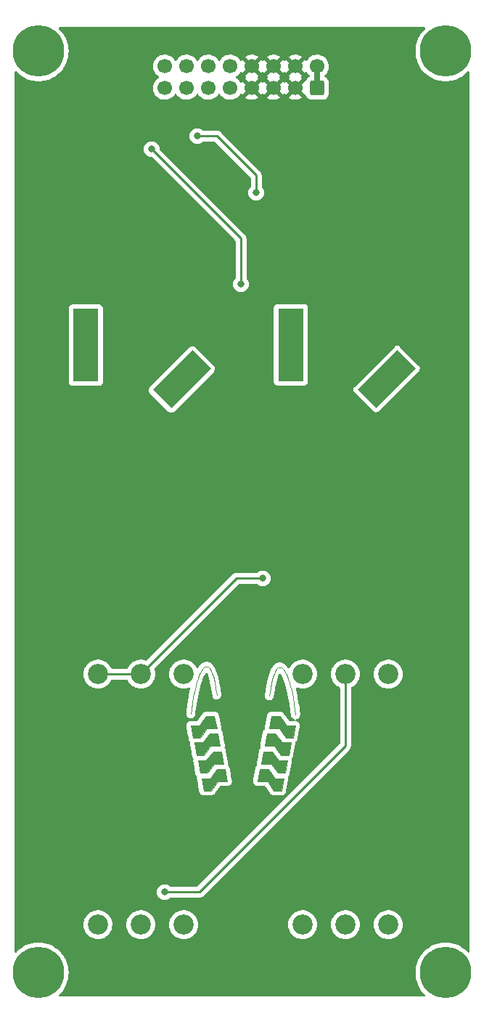
<source format=gbr>
%TF.GenerationSoftware,KiCad,Pcbnew,(6.0.0-0)*%
%TF.CreationDate,2022-11-10T22:32:44-05:00*%
%TF.ProjectId,ADSR-Generator,41445352-2d47-4656-9e65-7261746f722e,rev?*%
%TF.SameCoordinates,Original*%
%TF.FileFunction,Copper,L1,Top*%
%TF.FilePolarity,Positive*%
%FSLAX46Y46*%
G04 Gerber Fmt 4.6, Leading zero omitted, Abs format (unit mm)*
G04 Created by KiCad (PCBNEW (6.0.0-0)) date 2022-11-10 22:32:44*
%MOMM*%
%LPD*%
G01*
G04 APERTURE LIST*
G04 Aperture macros list*
%AMRoundRect*
0 Rectangle with rounded corners*
0 $1 Rounding radius*
0 $2 $3 $4 $5 $6 $7 $8 $9 X,Y pos of 4 corners*
0 Add a 4 corners polygon primitive as box body*
4,1,4,$2,$3,$4,$5,$6,$7,$8,$9,$2,$3,0*
0 Add four circle primitives for the rounded corners*
1,1,$1+$1,$2,$3*
1,1,$1+$1,$4,$5*
1,1,$1+$1,$6,$7*
1,1,$1+$1,$8,$9*
0 Add four rect primitives between the rounded corners*
20,1,$1+$1,$2,$3,$4,$5,0*
20,1,$1+$1,$4,$5,$6,$7,0*
20,1,$1+$1,$6,$7,$8,$9,0*
20,1,$1+$1,$8,$9,$2,$3,0*%
%AMRotRect*
0 Rectangle, with rotation*
0 The origin of the aperture is its center*
0 $1 length*
0 $2 width*
0 $3 Rotation angle, in degrees counterclockwise*
0 Add horizontal line*
21,1,$1,$2,0,0,$3*%
G04 Aperture macros list end*
%TA.AperFunction,EtchedComponent*%
%ADD10C,0.052916*%
%TD*%
%TA.AperFunction,ComponentPad*%
%ADD11C,0.800000*%
%TD*%
%TA.AperFunction,ComponentPad*%
%ADD12C,6.000000*%
%TD*%
%TA.AperFunction,ComponentPad*%
%ADD13C,2.340000*%
%TD*%
%TA.AperFunction,ComponentPad*%
%ADD14RotRect,3.000000X6.500000X315.000000*%
%TD*%
%TA.AperFunction,ComponentPad*%
%ADD15R,3.000000X8.500000*%
%TD*%
%TA.AperFunction,ComponentPad*%
%ADD16C,1.700000*%
%TD*%
%TA.AperFunction,ComponentPad*%
%ADD17RoundRect,0.250000X0.600000X-0.600000X0.600000X0.600000X-0.600000X0.600000X-0.600000X-0.600000X0*%
%TD*%
%TA.AperFunction,ViaPad*%
%ADD18C,0.800000*%
%TD*%
%TA.AperFunction,Conductor*%
%ADD19C,0.250000*%
%TD*%
%TA.AperFunction,Conductor*%
%ADD20C,0.700000*%
%TD*%
G04 APERTURE END LIST*
D10*
%TO.C,REF\u002A\u002A*%
X231653400Y-123297009D02*
X231915867Y-124739517D01*
X231915867Y-124739517D02*
X230773925Y-124739517D01*
X230773925Y-124739517D02*
X230025154Y-125827484D01*
X230025154Y-125827484D02*
X229153617Y-125827484D01*
X229153617Y-125827484D02*
X228906496Y-124377038D01*
X228906496Y-124377038D02*
X229909796Y-124384976D01*
X229909796Y-124384976D02*
X230688729Y-123297009D01*
X230688729Y-123297009D02*
X231653400Y-123297009D01*
X231653400Y-123297009D02*
X231653400Y-123297009D01*
G36*
X231915867Y-124739517D02*
G01*
X230773925Y-124739517D01*
X230025154Y-125827484D01*
X229153617Y-125827484D01*
X228906496Y-124377038D01*
X229909796Y-124384976D01*
X230688729Y-123297009D01*
X231653400Y-123297009D01*
X231915867Y-124739517D01*
G37*
X231915867Y-124739517D02*
X230773925Y-124739517D01*
X230025154Y-125827484D01*
X229153617Y-125827484D01*
X228906496Y-124377038D01*
X229909796Y-124384976D01*
X230688729Y-123297009D01*
X231653400Y-123297009D01*
X231915867Y-124739517D01*
X236156608Y-125351234D02*
X235894142Y-126794271D01*
X235894142Y-126794271D02*
X237036083Y-126794271D01*
X237036083Y-126794271D02*
X237784325Y-127882238D01*
X237784325Y-127882238D02*
X238656391Y-127882238D01*
X238656391Y-127882238D02*
X238902983Y-126431792D01*
X238902983Y-126431792D02*
X237900212Y-126439202D01*
X237900212Y-126439202D02*
X237120750Y-125351234D01*
X237120750Y-125351234D02*
X236156608Y-125351234D01*
X236156608Y-125351234D02*
X236156608Y-125351234D01*
G36*
X237900212Y-126439202D02*
G01*
X238902983Y-126431792D01*
X238656391Y-127882238D01*
X237784325Y-127882238D01*
X237036083Y-126794271D01*
X235894142Y-126794271D01*
X236156608Y-125351234D01*
X237120750Y-125351234D01*
X237900212Y-126439202D01*
G37*
X237900212Y-126439202D02*
X238902983Y-126431792D01*
X238656391Y-127882238D01*
X237784325Y-127882238D01*
X237036083Y-126794271D01*
X235894142Y-126794271D01*
X236156608Y-125351234D01*
X237120750Y-125351234D01*
X237900212Y-126439202D01*
X236985813Y-121189868D02*
X236723345Y-122632376D01*
X236723345Y-122632376D02*
X237865287Y-122632376D01*
X237865287Y-122632376D02*
X238613529Y-123720343D01*
X238613529Y-123720343D02*
X239485596Y-123720343D01*
X239485596Y-123720343D02*
X239732187Y-122269897D01*
X239732187Y-122269897D02*
X238729416Y-122277305D01*
X238729416Y-122277305D02*
X237949954Y-121189868D01*
X237949954Y-121189868D02*
X236985813Y-121189868D01*
X236985813Y-121189868D02*
X236985813Y-121189868D01*
G36*
X238729416Y-122277305D02*
G01*
X239732187Y-122269897D01*
X239485596Y-123720343D01*
X238613529Y-123720343D01*
X237865287Y-122632376D01*
X236723345Y-122632376D01*
X236985813Y-121189868D01*
X237949954Y-121189868D01*
X238729416Y-122277305D01*
G37*
X238729416Y-122277305D02*
X239732187Y-122269897D01*
X239485596Y-123720343D01*
X238613529Y-123720343D01*
X237865287Y-122632376D01*
X236723345Y-122632376D01*
X236985813Y-121189868D01*
X237949954Y-121189868D01*
X238729416Y-122277305D01*
X237519741Y-119212372D02*
X237257275Y-120655409D01*
X237257275Y-120655409D02*
X238399217Y-120655409D01*
X238399217Y-120655409D02*
X239147458Y-121742847D01*
X239147458Y-121742847D02*
X240019525Y-121742847D01*
X240019525Y-121742847D02*
X240266117Y-120292401D01*
X240266117Y-120292401D02*
X239263346Y-120300339D01*
X239263346Y-120300339D02*
X238483883Y-119212372D01*
X238483883Y-119212372D02*
X237519741Y-119212372D01*
X237519741Y-119212372D02*
X237519741Y-119212372D01*
G36*
X239263346Y-120300339D02*
G01*
X240266117Y-120292401D01*
X240019525Y-121742847D01*
X239147458Y-121742847D01*
X238399217Y-120655409D01*
X237257275Y-120655409D01*
X237519741Y-119212372D01*
X238483883Y-119212372D01*
X239263346Y-120300339D01*
G37*
X239263346Y-120300339D02*
X240266117Y-120292401D01*
X240019525Y-121742847D01*
X239147458Y-121742847D01*
X238399217Y-120655409D01*
X237257275Y-120655409D01*
X237519741Y-119212372D01*
X238483883Y-119212372D01*
X239263346Y-120300339D01*
X236587350Y-123297009D02*
X236325413Y-124739517D01*
X236325413Y-124739517D02*
X237467354Y-124739517D01*
X237467354Y-124739517D02*
X238215596Y-125827484D01*
X238215596Y-125827484D02*
X239087133Y-125827484D01*
X239087133Y-125827484D02*
X239334254Y-124377038D01*
X239334254Y-124377038D02*
X238330954Y-124384976D01*
X238330954Y-124384976D02*
X237552021Y-123297009D01*
X237552021Y-123297009D02*
X236587350Y-123297009D01*
X236587350Y-123297009D02*
X236587350Y-123297009D01*
G36*
X238330954Y-124384976D02*
G01*
X239334254Y-124377038D01*
X239087133Y-125827484D01*
X238215596Y-125827484D01*
X237467354Y-124739517D01*
X236325413Y-124739517D01*
X236587350Y-123297009D01*
X237552021Y-123297009D01*
X238330954Y-124384976D01*
G37*
X238330954Y-124384976D02*
X239334254Y-124377038D01*
X239087133Y-125827484D01*
X238215596Y-125827484D01*
X237467354Y-124739517D01*
X236325413Y-124739517D01*
X236587350Y-123297009D01*
X237552021Y-123297009D01*
X238330954Y-124384976D01*
X231255467Y-121189868D02*
X231517404Y-122632376D01*
X231517404Y-122632376D02*
X230375463Y-122632376D01*
X230375463Y-122632376D02*
X229627221Y-123720343D01*
X229627221Y-123720343D02*
X228755684Y-123720343D01*
X228755684Y-123720343D02*
X228508563Y-122269897D01*
X228508563Y-122269897D02*
X229511334Y-122277305D01*
X229511334Y-122277305D02*
X230290796Y-121189868D01*
X230290796Y-121189868D02*
X231255467Y-121189868D01*
X231255467Y-121189868D02*
X231255467Y-121189868D01*
G36*
X231517404Y-122632376D02*
G01*
X230375463Y-122632376D01*
X229627221Y-123720343D01*
X228755684Y-123720343D01*
X228508563Y-122269897D01*
X229511334Y-122277305D01*
X230290796Y-121189868D01*
X231255467Y-121189868D01*
X231517404Y-122632376D01*
G37*
X231517404Y-122632376D02*
X230375463Y-122632376D01*
X229627221Y-123720343D01*
X228755684Y-123720343D01*
X228508563Y-122269897D01*
X229511334Y-122277305D01*
X230290796Y-121189868D01*
X231255467Y-121189868D01*
X231517404Y-122632376D01*
X230836896Y-119212372D02*
X231098834Y-120655409D01*
X231098834Y-120655409D02*
X229956892Y-120655409D01*
X229956892Y-120655409D02*
X229208650Y-121742847D01*
X229208650Y-121742847D02*
X228337113Y-121742847D01*
X228337113Y-121742847D02*
X228089992Y-120292401D01*
X228089992Y-120292401D02*
X229092763Y-120300339D01*
X229092763Y-120300339D02*
X229872225Y-119212372D01*
X229872225Y-119212372D02*
X230836896Y-119212372D01*
X230836896Y-119212372D02*
X230836896Y-119212372D01*
G36*
X231098834Y-120655409D02*
G01*
X229956892Y-120655409D01*
X229208650Y-121742847D01*
X228337113Y-121742847D01*
X228089992Y-120292401D01*
X229092763Y-120300339D01*
X229872225Y-119212372D01*
X230836896Y-119212372D01*
X231098834Y-120655409D01*
G37*
X231098834Y-120655409D02*
X229956892Y-120655409D01*
X229208650Y-121742847D01*
X228337113Y-121742847D01*
X228089992Y-120292401D01*
X229092763Y-120300339D01*
X229872225Y-119212372D01*
X230836896Y-119212372D01*
X231098834Y-120655409D01*
X232084142Y-125351234D02*
X232346609Y-126794271D01*
X232346609Y-126794271D02*
X231204667Y-126794271D01*
X231204667Y-126794271D02*
X230456425Y-127882238D01*
X230456425Y-127882238D02*
X229584359Y-127882238D01*
X229584359Y-127882238D02*
X229337767Y-126431792D01*
X229337767Y-126431792D02*
X230340538Y-126439202D01*
X230340538Y-126439202D02*
X231120000Y-125351234D01*
X231120000Y-125351234D02*
X232084142Y-125351234D01*
X232084142Y-125351234D02*
X232084142Y-125351234D01*
G36*
X232346609Y-126794271D02*
G01*
X231204667Y-126794271D01*
X230456425Y-127882238D01*
X229584359Y-127882238D01*
X229337767Y-126431792D01*
X230340538Y-126439202D01*
X231120000Y-125351234D01*
X232084142Y-125351234D01*
X232346609Y-126794271D01*
G37*
X232346609Y-126794271D02*
X231204667Y-126794271D01*
X230456425Y-127882238D01*
X229584359Y-127882238D01*
X229337767Y-126431792D01*
X230340538Y-126439202D01*
X231120000Y-125351234D01*
X232084142Y-125351234D01*
X232346609Y-126794271D01*
X237243673Y-116798956D02*
X237376874Y-116010979D01*
X230379249Y-113744439D02*
X230264379Y-113575810D01*
X238111093Y-113658527D02*
X238171556Y-113593231D01*
X230141348Y-113458836D02*
X230076609Y-113421369D01*
X228148043Y-118326403D02*
X228076390Y-118926205D01*
X229385549Y-113833506D02*
X229215100Y-114120307D01*
X238902721Y-113795741D02*
X238989923Y-113916056D01*
X228663126Y-115632064D02*
X228555999Y-116057156D01*
X230998597Y-115927923D02*
X230849422Y-115177721D01*
X229057951Y-114452361D02*
X228913785Y-114820870D01*
X239819640Y-116139873D02*
X239999176Y-116985156D01*
X230009635Y-113398795D02*
X229940360Y-113391774D01*
X238506753Y-113483564D02*
X238580824Y-113509612D01*
X229940360Y-113391774D02*
X229868719Y-113400965D01*
X239999176Y-116985156D02*
X240134412Y-117765128D01*
X229472751Y-113713189D02*
X229385549Y-113833506D01*
X238298863Y-113504021D02*
X238365837Y-113481428D01*
X230680105Y-114507490D02*
X230586592Y-114215557D01*
X238657391Y-113553194D02*
X238736520Y-113614970D01*
X239593272Y-115299669D02*
X239712468Y-115714737D01*
X228555999Y-116057156D02*
X228376560Y-116902341D01*
X229868719Y-113400965D02*
X229794648Y-113427027D01*
X238989923Y-113916056D02*
X238989923Y-113916056D01*
X239317543Y-114534934D02*
X239461736Y-114903469D01*
X238989923Y-113916056D02*
X239160378Y-114202863D01*
X237526050Y-115260718D02*
X237607930Y-114912927D01*
X228913785Y-114820870D02*
X228782282Y-115217037D01*
X230486480Y-113959447D02*
X230379249Y-113744439D01*
X230203916Y-113510536D02*
X230141348Y-113458836D01*
X237607930Y-114912927D02*
X237695367Y-114590402D01*
X230264379Y-113575810D02*
X230203916Y-113510536D01*
X230849422Y-115177721D02*
X230767542Y-114829971D01*
X230076609Y-113421369D02*
X230009635Y-113398795D01*
X237996223Y-113827205D02*
X238111093Y-113658527D01*
X238171556Y-113593231D02*
X238234124Y-113541509D01*
X238365837Y-113481428D02*
X238435112Y-113474389D01*
X238435112Y-113474389D02*
X238506753Y-113483564D01*
X239712468Y-115714737D02*
X239819640Y-116139873D01*
X231131799Y-116715877D02*
X230998597Y-115927923D01*
X229385549Y-113833506D02*
X229385549Y-113833506D01*
X229557197Y-113613043D02*
X229472751Y-113713189D01*
X228241422Y-117682216D02*
X228148043Y-118326403D01*
X229718080Y-113470621D02*
X229638952Y-113532407D01*
X228376560Y-116902341D02*
X228241422Y-117682216D01*
X238736520Y-113614970D02*
X238818275Y-113695599D01*
X238818275Y-113695599D02*
X238902721Y-113795741D01*
X230586592Y-114215557D02*
X230486480Y-113959447D01*
X229215100Y-114120307D02*
X229057951Y-114452361D01*
X238580824Y-113509612D02*
X238657391Y-113553194D01*
X237695367Y-114590402D02*
X237788880Y-114298421D01*
X229794648Y-113427027D02*
X229718080Y-113470621D01*
X240227876Y-118409400D02*
X240299611Y-119009285D01*
X228782282Y-115217037D02*
X228663126Y-115632064D01*
X230767542Y-114829971D02*
X230680105Y-114507490D01*
X238234124Y-113541509D02*
X238298863Y-113504021D01*
X239461736Y-114903469D02*
X239593272Y-115299669D01*
X237788880Y-114298421D02*
X237888992Y-114042262D01*
X239160378Y-114202863D02*
X239317543Y-114534934D01*
X229638952Y-113532407D02*
X229557197Y-113613043D01*
X237376874Y-116010979D02*
X237526050Y-115260718D01*
X237888992Y-114042262D02*
X237996223Y-113827205D01*
X240134412Y-117765128D02*
X240227876Y-118409400D01*
%TD*%
D11*
%TO.P,REF\u002A\u002A,1*%
%TO.N,N/C*%
X260060000Y-149098000D03*
X259400990Y-147507010D03*
X257810000Y-146848000D03*
X259400990Y-150688990D03*
X257810000Y-151348000D03*
X255560000Y-149098000D03*
D12*
X257810000Y-149098000D03*
D11*
X256219010Y-147507010D03*
X256219010Y-150688990D03*
%TD*%
%TO.P,REF\u002A\u002A,1*%
%TO.N,N/C*%
X212562000Y-149098000D03*
X211902990Y-147507010D03*
X210312000Y-146848000D03*
X211902990Y-150688990D03*
X210312000Y-151348000D03*
X208062000Y-149098000D03*
D12*
X210312000Y-149098000D03*
D11*
X208721010Y-147507010D03*
X208721010Y-150688990D03*
%TD*%
%TO.P,REF\u002A\u002A,1*%
%TO.N,N/C*%
X260060000Y-41656000D03*
X259400990Y-40065010D03*
X257810000Y-39406000D03*
X259400990Y-43246990D03*
X257810000Y-43906000D03*
X255560000Y-41656000D03*
D12*
X257810000Y-41656000D03*
D11*
X256219010Y-40065010D03*
X256219010Y-43246990D03*
%TD*%
%TO.P,REF\u002A\u002A,1*%
%TO.N,N/C*%
X212562000Y-41656000D03*
X211902990Y-40065010D03*
X210312000Y-39406000D03*
X211902990Y-43246990D03*
X210312000Y-43906000D03*
X208062000Y-41656000D03*
D12*
X210312000Y-41656000D03*
D11*
X208721010Y-40065010D03*
X208721010Y-43246990D03*
%TD*%
D13*
%TO.P,RV4,3,3*%
%TO.N,Net-(D2-Pad2)*%
X217250000Y-143504000D03*
%TO.P,RV4,2,2*%
X222250000Y-143504000D03*
%TO.P,RV4,1,1*%
%TO.N,Net-(C2-Pad1)*%
X227250000Y-143504000D03*
%TD*%
%TO.P,RV3,3,3*%
%TO.N,Net-(R10-Pad1)*%
X241126000Y-114300000D03*
%TO.P,RV3,2,2*%
%TO.N,Net-(D2-Pad1)*%
X246126000Y-114300000D03*
%TO.P,RV3,1,1*%
%TO.N,Net-(R11-Pad2)*%
X251126000Y-114300000D03*
%TD*%
%TO.P,RV2,1,1*%
%TO.N,Net-(C2-Pad1)*%
X227250000Y-114294000D03*
%TO.P,RV2,2,2*%
%TO.N,Net-(D1-Pad1)*%
X222250000Y-114294000D03*
%TO.P,RV2,3,3*%
X217250000Y-114294000D03*
%TD*%
%TO.P,RV1,3,3*%
%TO.N,Net-(Q1-Pad3)*%
X241126000Y-143510000D03*
%TO.P,RV1,2,2*%
X246126000Y-143510000D03*
%TO.P,RV1,1,1*%
%TO.N,Net-(C2-Pad1)*%
X251126000Y-143510000D03*
%TD*%
D14*
%TO.P,J3,1,Pin_1*%
%TO.N,ENVELOPE_OUT*%
X250949000Y-79899000D03*
D15*
%TO.P,J3,*%
%TO.N,*%
X239739000Y-75917000D03*
%TD*%
D14*
%TO.P,J2,1,Pin_1*%
%TO.N,GATE*%
X227048000Y-79929000D03*
D15*
%TO.P,J2,*%
%TO.N,*%
X215838000Y-75947000D03*
%TD*%
D16*
%TO.P,J1,16,Pin_16*%
%TO.N,unconnected-(J1-Pad16)*%
X225044000Y-43434000D03*
%TO.P,J1,14,Pin_14*%
%TO.N,unconnected-(J1-Pad14)*%
X227584000Y-43434000D03*
%TO.P,J1,12,Pin_12*%
%TO.N,unconnected-(J1-Pad12)*%
X230124000Y-43434000D03*
%TO.P,J1,10,Pin_10*%
%TO.N,+12V*%
X232664000Y-43434000D03*
%TO.P,J1,8,Pin_8*%
%TO.N,GND*%
X235204000Y-43434000D03*
%TO.P,J1,6,Pin_6*%
X237744000Y-43434000D03*
%TO.P,J1,4,Pin_4*%
X240284000Y-43434000D03*
%TO.P,J1,2,Pin_2*%
%TO.N,-12V*%
X242824000Y-43434000D03*
%TO.P,J1,15,Pin_15*%
%TO.N,unconnected-(J1-Pad15)*%
X225044000Y-45974000D03*
%TO.P,J1,13,Pin_13*%
%TO.N,unconnected-(J1-Pad13)*%
X227584000Y-45974000D03*
%TO.P,J1,11,Pin_11*%
%TO.N,unconnected-(J1-Pad11)*%
X230124000Y-45974000D03*
%TO.P,J1,9,Pin_9*%
%TO.N,+12V*%
X232664000Y-45974000D03*
%TO.P,J1,7,Pin_7*%
%TO.N,GND*%
X235204000Y-45974000D03*
%TO.P,J1,5,Pin_5*%
X237744000Y-45974000D03*
%TO.P,J1,3,Pin_3*%
X240284000Y-45974000D03*
D17*
%TO.P,J1,1,Pin_1*%
%TO.N,-12V*%
X242824000Y-45974000D03*
%TD*%
D18*
%TO.N,Net-(D1-Pad1)*%
X236474000Y-103124000D03*
%TO.N,Net-(C1-Pad1)*%
X223520000Y-53086000D03*
X233934000Y-68834000D03*
%TO.N,GND*%
X246634000Y-130810000D03*
X243586000Y-135636000D03*
%TO.N,Net-(D2-Pad1)*%
X225044000Y-139700000D03*
%TO.N,GND*%
X249428000Y-59182000D03*
%TO.N,Net-(C1-Pad2)*%
X235712000Y-58166000D03*
X228854000Y-51562000D03*
%TO.N,GND*%
X223012000Y-64008000D03*
X223012000Y-58928000D03*
X228854000Y-55880000D03*
%TD*%
D19*
%TO.N,Net-(D1-Pad1)*%
X217250000Y-114294000D02*
X222250000Y-114294000D01*
X233420000Y-103124000D02*
X222250000Y-114294000D01*
X236474000Y-103124000D02*
X233420000Y-103124000D01*
%TO.N,Net-(C1-Pad1)*%
X233934000Y-63500000D02*
X233934000Y-68834000D01*
X223520000Y-53086000D02*
X233934000Y-63500000D01*
%TO.N,Net-(D2-Pad1)*%
X225044000Y-139700000D02*
X229108000Y-139700000D01*
X229108000Y-139700000D02*
X246126000Y-122682000D01*
X246126000Y-122682000D02*
X246126000Y-114300000D01*
%TO.N,Net-(C1-Pad2)*%
X231140000Y-51562000D02*
X228854000Y-51562000D01*
X234950000Y-55372000D02*
X231140000Y-51562000D01*
X235712000Y-56134000D02*
X234950000Y-55372000D01*
X235712000Y-58166000D02*
X235712000Y-56134000D01*
D20*
%TO.N,-12V*%
X242824000Y-45964500D02*
X242824000Y-43424500D01*
%TD*%
%TA.AperFunction,Conductor*%
%TO.N,GND*%
G36*
X255406162Y-38882002D02*
G01*
X255452655Y-38935658D01*
X255462759Y-39005932D01*
X255433265Y-39070512D01*
X255427136Y-39077095D01*
X255199098Y-39305133D01*
X254967668Y-39590925D01*
X254767380Y-39899343D01*
X254600427Y-40227006D01*
X254468639Y-40570326D01*
X254373459Y-40925541D01*
X254315931Y-41288759D01*
X254296685Y-41656000D01*
X254315931Y-42023241D01*
X254316444Y-42026481D01*
X254316445Y-42026489D01*
X254340086Y-42175750D01*
X254373459Y-42386459D01*
X254468639Y-42741674D01*
X254469824Y-42744762D01*
X254469825Y-42744764D01*
X254519902Y-42875218D01*
X254600427Y-43084994D01*
X254601925Y-43087934D01*
X254758670Y-43395562D01*
X254767380Y-43412657D01*
X254769176Y-43415423D01*
X254769178Y-43415426D01*
X254824484Y-43500590D01*
X254967668Y-43721075D01*
X255199098Y-44006867D01*
X255459133Y-44266902D01*
X255744925Y-44498332D01*
X255818594Y-44546173D01*
X255962889Y-44639879D01*
X256053342Y-44698620D01*
X256056276Y-44700115D01*
X256056283Y-44700119D01*
X256334349Y-44841800D01*
X256381006Y-44865573D01*
X256488740Y-44906928D01*
X256671417Y-44977051D01*
X256724326Y-44997361D01*
X257079541Y-45092541D01*
X257272558Y-45123112D01*
X257439511Y-45149555D01*
X257439519Y-45149556D01*
X257442759Y-45150069D01*
X257810000Y-45169315D01*
X258177241Y-45150069D01*
X258180481Y-45149556D01*
X258180489Y-45149555D01*
X258347442Y-45123112D01*
X258540459Y-45092541D01*
X258895674Y-44997361D01*
X258948584Y-44977051D01*
X259131260Y-44906928D01*
X259238994Y-44865573D01*
X259285651Y-44841800D01*
X259563717Y-44700119D01*
X259563724Y-44700115D01*
X259566658Y-44698620D01*
X259657112Y-44639879D01*
X259801406Y-44546173D01*
X259875075Y-44498332D01*
X260160867Y-44266902D01*
X260388905Y-44038864D01*
X260451217Y-44004838D01*
X260522032Y-44009903D01*
X260578868Y-44052450D01*
X260603679Y-44118970D01*
X260604000Y-44127959D01*
X260604000Y-146626041D01*
X260583998Y-146694162D01*
X260530342Y-146740655D01*
X260460068Y-146750759D01*
X260395488Y-146721265D01*
X260388905Y-146715136D01*
X260160867Y-146487098D01*
X259875075Y-146255668D01*
X259566658Y-146055380D01*
X259563724Y-146053885D01*
X259563717Y-146053881D01*
X259241934Y-145889925D01*
X259238994Y-145888427D01*
X258895674Y-145756639D01*
X258540459Y-145661459D01*
X258347442Y-145630888D01*
X258180489Y-145604445D01*
X258180481Y-145604444D01*
X258177241Y-145603931D01*
X257810000Y-145584685D01*
X257442759Y-145603931D01*
X257439519Y-145604444D01*
X257439511Y-145604445D01*
X257272558Y-145630888D01*
X257079541Y-145661459D01*
X256724326Y-145756639D01*
X256381006Y-145888427D01*
X256378066Y-145889925D01*
X256056284Y-146053881D01*
X256056277Y-146053885D01*
X256053343Y-146055380D01*
X255744925Y-146255668D01*
X255459133Y-146487098D01*
X255199098Y-146747133D01*
X254967668Y-147032925D01*
X254767380Y-147341343D01*
X254600427Y-147669006D01*
X254468639Y-148012326D01*
X254373459Y-148367541D01*
X254315931Y-148730759D01*
X254296685Y-149098000D01*
X254315931Y-149465241D01*
X254373459Y-149828459D01*
X254468639Y-150183674D01*
X254600427Y-150526994D01*
X254767380Y-150854657D01*
X254967668Y-151163075D01*
X255199098Y-151448867D01*
X255427136Y-151676905D01*
X255461162Y-151739217D01*
X255456097Y-151810032D01*
X255413550Y-151866868D01*
X255347030Y-151891679D01*
X255338041Y-151892000D01*
X212783959Y-151892000D01*
X212715838Y-151871998D01*
X212669345Y-151818342D01*
X212659241Y-151748068D01*
X212688735Y-151683488D01*
X212694864Y-151676905D01*
X212922902Y-151448867D01*
X213154332Y-151163075D01*
X213354620Y-150854657D01*
X213521573Y-150526994D01*
X213653361Y-150183674D01*
X213748541Y-149828459D01*
X213806069Y-149465241D01*
X213825315Y-149098000D01*
X213806069Y-148730759D01*
X213748541Y-148367541D01*
X213653361Y-148012326D01*
X213521573Y-147669006D01*
X213354620Y-147341343D01*
X213154332Y-147032925D01*
X212922902Y-146747133D01*
X212662867Y-146487098D01*
X212377075Y-146255668D01*
X212068658Y-146055380D01*
X212065724Y-146053885D01*
X212065717Y-146053881D01*
X211743934Y-145889925D01*
X211740994Y-145888427D01*
X211397674Y-145756639D01*
X211042459Y-145661459D01*
X210849442Y-145630888D01*
X210682489Y-145604445D01*
X210682481Y-145604444D01*
X210679241Y-145603931D01*
X210312000Y-145584685D01*
X209944759Y-145603931D01*
X209941519Y-145604444D01*
X209941511Y-145604445D01*
X209774558Y-145630888D01*
X209581541Y-145661459D01*
X209226326Y-145756639D01*
X208883006Y-145888427D01*
X208880066Y-145889925D01*
X208558284Y-146053881D01*
X208558277Y-146053885D01*
X208555343Y-146055380D01*
X208246925Y-146255668D01*
X207961133Y-146487098D01*
X207733095Y-146715136D01*
X207670783Y-146749162D01*
X207599968Y-146744097D01*
X207543132Y-146701550D01*
X207518321Y-146635030D01*
X207518000Y-146626041D01*
X207518000Y-143459939D01*
X215567370Y-143459939D01*
X215567594Y-143464606D01*
X215567594Y-143464611D01*
X215569335Y-143500851D01*
X215579339Y-143709131D01*
X215628010Y-143953818D01*
X215712314Y-144188622D01*
X215830398Y-144408386D01*
X215833193Y-144412130D01*
X215833195Y-144412132D01*
X215901694Y-144503863D01*
X215979668Y-144608283D01*
X216156844Y-144783921D01*
X216160606Y-144786679D01*
X216160609Y-144786682D01*
X216350265Y-144925742D01*
X216358036Y-144931440D01*
X216362171Y-144933616D01*
X216362175Y-144933618D01*
X216478009Y-144994561D01*
X216578823Y-145047602D01*
X216814354Y-145129853D01*
X216818947Y-145130725D01*
X217054867Y-145175516D01*
X217054870Y-145175516D01*
X217059456Y-145176387D01*
X217184099Y-145181284D01*
X217304075Y-145185999D01*
X217304081Y-145185999D01*
X217308743Y-145186182D01*
X217406134Y-145175516D01*
X217552087Y-145159532D01*
X217552092Y-145159531D01*
X217556740Y-145159022D01*
X217650598Y-145134311D01*
X217793476Y-145096694D01*
X217793478Y-145096693D01*
X217797999Y-145095503D01*
X217891935Y-145055145D01*
X218022924Y-144998868D01*
X218022926Y-144998867D01*
X218027218Y-144997023D01*
X218137667Y-144928675D01*
X218235391Y-144868202D01*
X218235395Y-144868199D01*
X218239364Y-144865743D01*
X218325667Y-144792682D01*
X218426209Y-144707567D01*
X218426210Y-144707566D01*
X218429775Y-144704548D01*
X218506054Y-144617569D01*
X218591187Y-144520494D01*
X218591191Y-144520489D01*
X218594269Y-144516979D01*
X218729231Y-144307157D01*
X218831697Y-144079691D01*
X218865505Y-143959818D01*
X218898146Y-143844082D01*
X218898147Y-143844079D01*
X218899416Y-143839578D01*
X218930900Y-143592092D01*
X218933207Y-143504000D01*
X218929933Y-143459939D01*
X220567370Y-143459939D01*
X220567594Y-143464606D01*
X220567594Y-143464611D01*
X220569335Y-143500851D01*
X220579339Y-143709131D01*
X220628010Y-143953818D01*
X220712314Y-144188622D01*
X220830398Y-144408386D01*
X220833193Y-144412130D01*
X220833195Y-144412132D01*
X220901694Y-144503863D01*
X220979668Y-144608283D01*
X221156844Y-144783921D01*
X221160606Y-144786679D01*
X221160609Y-144786682D01*
X221350265Y-144925742D01*
X221358036Y-144931440D01*
X221362171Y-144933616D01*
X221362175Y-144933618D01*
X221478009Y-144994561D01*
X221578823Y-145047602D01*
X221814354Y-145129853D01*
X221818947Y-145130725D01*
X222054867Y-145175516D01*
X222054870Y-145175516D01*
X222059456Y-145176387D01*
X222184099Y-145181284D01*
X222304075Y-145185999D01*
X222304081Y-145185999D01*
X222308743Y-145186182D01*
X222406134Y-145175516D01*
X222552087Y-145159532D01*
X222552092Y-145159531D01*
X222556740Y-145159022D01*
X222650598Y-145134311D01*
X222793476Y-145096694D01*
X222793478Y-145096693D01*
X222797999Y-145095503D01*
X222891935Y-145055145D01*
X223022924Y-144998868D01*
X223022926Y-144998867D01*
X223027218Y-144997023D01*
X223137667Y-144928675D01*
X223235391Y-144868202D01*
X223235395Y-144868199D01*
X223239364Y-144865743D01*
X223325667Y-144792682D01*
X223426209Y-144707567D01*
X223426210Y-144707566D01*
X223429775Y-144704548D01*
X223506054Y-144617569D01*
X223591187Y-144520494D01*
X223591191Y-144520489D01*
X223594269Y-144516979D01*
X223729231Y-144307157D01*
X223831697Y-144079691D01*
X223865505Y-143959818D01*
X223898146Y-143844082D01*
X223898147Y-143844079D01*
X223899416Y-143839578D01*
X223930900Y-143592092D01*
X223933207Y-143504000D01*
X223929933Y-143459939D01*
X225567370Y-143459939D01*
X225567594Y-143464606D01*
X225567594Y-143464611D01*
X225569335Y-143500851D01*
X225579339Y-143709131D01*
X225628010Y-143953818D01*
X225712314Y-144188622D01*
X225830398Y-144408386D01*
X225833193Y-144412130D01*
X225833195Y-144412132D01*
X225901694Y-144503863D01*
X225979668Y-144608283D01*
X226156844Y-144783921D01*
X226160606Y-144786679D01*
X226160609Y-144786682D01*
X226350265Y-144925742D01*
X226358036Y-144931440D01*
X226362171Y-144933616D01*
X226362175Y-144933618D01*
X226478009Y-144994561D01*
X226578823Y-145047602D01*
X226814354Y-145129853D01*
X226818947Y-145130725D01*
X227054867Y-145175516D01*
X227054870Y-145175516D01*
X227059456Y-145176387D01*
X227184099Y-145181284D01*
X227304075Y-145185999D01*
X227304081Y-145185999D01*
X227308743Y-145186182D01*
X227406134Y-145175516D01*
X227552087Y-145159532D01*
X227552092Y-145159531D01*
X227556740Y-145159022D01*
X227650598Y-145134311D01*
X227793476Y-145096694D01*
X227793478Y-145096693D01*
X227797999Y-145095503D01*
X227891935Y-145055145D01*
X228022924Y-144998868D01*
X228022926Y-144998867D01*
X228027218Y-144997023D01*
X228137667Y-144928675D01*
X228235391Y-144868202D01*
X228235395Y-144868199D01*
X228239364Y-144865743D01*
X228325667Y-144792682D01*
X228426209Y-144707567D01*
X228426210Y-144707566D01*
X228429775Y-144704548D01*
X228506054Y-144617569D01*
X228591187Y-144520494D01*
X228591191Y-144520489D01*
X228594269Y-144516979D01*
X228729231Y-144307157D01*
X228831697Y-144079691D01*
X228865505Y-143959818D01*
X228898146Y-143844082D01*
X228898147Y-143844079D01*
X228899416Y-143839578D01*
X228930900Y-143592092D01*
X228933207Y-143504000D01*
X228930379Y-143465939D01*
X239443370Y-143465939D01*
X239455339Y-143715131D01*
X239504010Y-143959818D01*
X239588314Y-144194622D01*
X239706398Y-144414386D01*
X239855668Y-144614283D01*
X240032844Y-144789921D01*
X240036606Y-144792679D01*
X240036609Y-144792682D01*
X240222082Y-144928675D01*
X240234036Y-144937440D01*
X240238171Y-144939616D01*
X240238175Y-144939618D01*
X240342605Y-144994561D01*
X240454823Y-145053602D01*
X240569523Y-145093657D01*
X240675670Y-145130725D01*
X240690354Y-145135853D01*
X240694947Y-145136725D01*
X240930867Y-145181516D01*
X240930870Y-145181516D01*
X240935456Y-145182387D01*
X241060099Y-145187284D01*
X241180075Y-145191999D01*
X241180081Y-145191999D01*
X241184743Y-145192182D01*
X241282134Y-145181516D01*
X241428087Y-145165532D01*
X241428092Y-145165531D01*
X241432740Y-145165022D01*
X241437264Y-145163831D01*
X241669476Y-145102694D01*
X241669478Y-145102693D01*
X241673999Y-145101503D01*
X241678296Y-145099657D01*
X241898924Y-145004868D01*
X241898926Y-145004867D01*
X241903218Y-145003023D01*
X242023363Y-144928675D01*
X242111391Y-144874202D01*
X242111395Y-144874199D01*
X242115364Y-144871743D01*
X242215900Y-144786633D01*
X242302209Y-144713567D01*
X242302210Y-144713566D01*
X242305775Y-144710548D01*
X242387316Y-144617569D01*
X242467187Y-144526494D01*
X242467191Y-144526489D01*
X242470269Y-144522979D01*
X242474129Y-144516979D01*
X242602703Y-144317087D01*
X242605231Y-144313157D01*
X242707697Y-144085691D01*
X242710659Y-144075188D01*
X242774146Y-143850082D01*
X242774147Y-143850079D01*
X242775416Y-143845578D01*
X242792011Y-143715131D01*
X242806502Y-143601222D01*
X242806502Y-143601218D01*
X242806900Y-143598092D01*
X242809207Y-143510000D01*
X242805933Y-143465939D01*
X244443370Y-143465939D01*
X244455339Y-143715131D01*
X244504010Y-143959818D01*
X244588314Y-144194622D01*
X244706398Y-144414386D01*
X244855668Y-144614283D01*
X245032844Y-144789921D01*
X245036606Y-144792679D01*
X245036609Y-144792682D01*
X245222082Y-144928675D01*
X245234036Y-144937440D01*
X245238171Y-144939616D01*
X245238175Y-144939618D01*
X245342605Y-144994561D01*
X245454823Y-145053602D01*
X245569523Y-145093657D01*
X245675670Y-145130725D01*
X245690354Y-145135853D01*
X245694947Y-145136725D01*
X245930867Y-145181516D01*
X245930870Y-145181516D01*
X245935456Y-145182387D01*
X246060099Y-145187284D01*
X246180075Y-145191999D01*
X246180081Y-145191999D01*
X246184743Y-145192182D01*
X246282134Y-145181516D01*
X246428087Y-145165532D01*
X246428092Y-145165531D01*
X246432740Y-145165022D01*
X246437264Y-145163831D01*
X246669476Y-145102694D01*
X246669478Y-145102693D01*
X246673999Y-145101503D01*
X246678296Y-145099657D01*
X246898924Y-145004868D01*
X246898926Y-145004867D01*
X246903218Y-145003023D01*
X247023363Y-144928675D01*
X247111391Y-144874202D01*
X247111395Y-144874199D01*
X247115364Y-144871743D01*
X247215900Y-144786633D01*
X247302209Y-144713567D01*
X247302210Y-144713566D01*
X247305775Y-144710548D01*
X247387316Y-144617569D01*
X247467187Y-144526494D01*
X247467191Y-144526489D01*
X247470269Y-144522979D01*
X247474129Y-144516979D01*
X247602703Y-144317087D01*
X247605231Y-144313157D01*
X247707697Y-144085691D01*
X247710659Y-144075188D01*
X247774146Y-143850082D01*
X247774147Y-143850079D01*
X247775416Y-143845578D01*
X247792011Y-143715131D01*
X247806502Y-143601222D01*
X247806502Y-143601218D01*
X247806900Y-143598092D01*
X247809207Y-143510000D01*
X247805933Y-143465939D01*
X249443370Y-143465939D01*
X249455339Y-143715131D01*
X249504010Y-143959818D01*
X249588314Y-144194622D01*
X249706398Y-144414386D01*
X249855668Y-144614283D01*
X250032844Y-144789921D01*
X250036606Y-144792679D01*
X250036609Y-144792682D01*
X250222082Y-144928675D01*
X250234036Y-144937440D01*
X250238171Y-144939616D01*
X250238175Y-144939618D01*
X250342605Y-144994561D01*
X250454823Y-145053602D01*
X250569523Y-145093657D01*
X250675670Y-145130725D01*
X250690354Y-145135853D01*
X250694947Y-145136725D01*
X250930867Y-145181516D01*
X250930870Y-145181516D01*
X250935456Y-145182387D01*
X251060099Y-145187284D01*
X251180075Y-145191999D01*
X251180081Y-145191999D01*
X251184743Y-145192182D01*
X251282134Y-145181516D01*
X251428087Y-145165532D01*
X251428092Y-145165531D01*
X251432740Y-145165022D01*
X251437264Y-145163831D01*
X251669476Y-145102694D01*
X251669478Y-145102693D01*
X251673999Y-145101503D01*
X251678296Y-145099657D01*
X251898924Y-145004868D01*
X251898926Y-145004867D01*
X251903218Y-145003023D01*
X252023363Y-144928675D01*
X252111391Y-144874202D01*
X252111395Y-144874199D01*
X252115364Y-144871743D01*
X252215900Y-144786633D01*
X252302209Y-144713567D01*
X252302210Y-144713566D01*
X252305775Y-144710548D01*
X252387316Y-144617569D01*
X252467187Y-144526494D01*
X252467191Y-144526489D01*
X252470269Y-144522979D01*
X252474129Y-144516979D01*
X252602703Y-144317087D01*
X252605231Y-144313157D01*
X252707697Y-144085691D01*
X252710659Y-144075188D01*
X252774146Y-143850082D01*
X252774147Y-143850079D01*
X252775416Y-143845578D01*
X252792011Y-143715131D01*
X252806502Y-143601222D01*
X252806502Y-143601218D01*
X252806900Y-143598092D01*
X252809207Y-143510000D01*
X252790718Y-143261206D01*
X252735659Y-143017878D01*
X252731633Y-143007524D01*
X252646931Y-142789714D01*
X252646930Y-142789712D01*
X252645238Y-142785361D01*
X252521442Y-142568763D01*
X252366990Y-142372842D01*
X252185276Y-142201902D01*
X252069160Y-142121350D01*
X251984130Y-142062362D01*
X251984125Y-142062359D01*
X251980292Y-142059700D01*
X251976110Y-142057637D01*
X251976102Y-142057633D01*
X251760728Y-141951423D01*
X251760725Y-141951422D01*
X251756540Y-141949358D01*
X251744248Y-141945423D01*
X251706647Y-141933387D01*
X251518937Y-141873300D01*
X251514330Y-141872550D01*
X251514327Y-141872549D01*
X251277312Y-141833949D01*
X251277313Y-141833949D01*
X251272701Y-141833198D01*
X251151753Y-141831615D01*
X251027920Y-141829994D01*
X251027917Y-141829994D01*
X251023243Y-141829933D01*
X250776042Y-141863575D01*
X250771556Y-141864883D01*
X250771554Y-141864883D01*
X250742677Y-141873300D01*
X250536528Y-141933387D01*
X250309965Y-142037834D01*
X250306056Y-142040397D01*
X250105242Y-142172056D01*
X250105237Y-142172060D01*
X250101329Y-142174622D01*
X250008266Y-142257684D01*
X249925417Y-142331629D01*
X249915202Y-142340746D01*
X249755675Y-142532557D01*
X249626252Y-142745840D01*
X249529775Y-142975911D01*
X249528624Y-142980443D01*
X249528623Y-142980446D01*
X249519483Y-143016435D01*
X249468365Y-143217714D01*
X249443370Y-143465939D01*
X247805933Y-143465939D01*
X247790718Y-143261206D01*
X247735659Y-143017878D01*
X247731633Y-143007524D01*
X247646931Y-142789714D01*
X247646930Y-142789712D01*
X247645238Y-142785361D01*
X247521442Y-142568763D01*
X247366990Y-142372842D01*
X247185276Y-142201902D01*
X247069160Y-142121350D01*
X246984130Y-142062362D01*
X246984125Y-142062359D01*
X246980292Y-142059700D01*
X246976110Y-142057637D01*
X246976102Y-142057633D01*
X246760728Y-141951423D01*
X246760725Y-141951422D01*
X246756540Y-141949358D01*
X246744248Y-141945423D01*
X246706647Y-141933387D01*
X246518937Y-141873300D01*
X246514330Y-141872550D01*
X246514327Y-141872549D01*
X246277312Y-141833949D01*
X246277313Y-141833949D01*
X246272701Y-141833198D01*
X246151753Y-141831615D01*
X246027920Y-141829994D01*
X246027917Y-141829994D01*
X246023243Y-141829933D01*
X245776042Y-141863575D01*
X245771556Y-141864883D01*
X245771554Y-141864883D01*
X245742677Y-141873300D01*
X245536528Y-141933387D01*
X245309965Y-142037834D01*
X245306056Y-142040397D01*
X245105242Y-142172056D01*
X245105237Y-142172060D01*
X245101329Y-142174622D01*
X245008266Y-142257684D01*
X244925417Y-142331629D01*
X244915202Y-142340746D01*
X244755675Y-142532557D01*
X244626252Y-142745840D01*
X244529775Y-142975911D01*
X244528624Y-142980443D01*
X244528623Y-142980446D01*
X244519483Y-143016435D01*
X244468365Y-143217714D01*
X244443370Y-143465939D01*
X242805933Y-143465939D01*
X242790718Y-143261206D01*
X242735659Y-143017878D01*
X242731633Y-143007524D01*
X242646931Y-142789714D01*
X242646930Y-142789712D01*
X242645238Y-142785361D01*
X242521442Y-142568763D01*
X242366990Y-142372842D01*
X242185276Y-142201902D01*
X242069160Y-142121350D01*
X241984130Y-142062362D01*
X241984125Y-142062359D01*
X241980292Y-142059700D01*
X241976110Y-142057637D01*
X241976102Y-142057633D01*
X241760728Y-141951423D01*
X241760725Y-141951422D01*
X241756540Y-141949358D01*
X241744248Y-141945423D01*
X241706647Y-141933387D01*
X241518937Y-141873300D01*
X241514330Y-141872550D01*
X241514327Y-141872549D01*
X241277312Y-141833949D01*
X241277313Y-141833949D01*
X241272701Y-141833198D01*
X241151753Y-141831615D01*
X241027920Y-141829994D01*
X241027917Y-141829994D01*
X241023243Y-141829933D01*
X240776042Y-141863575D01*
X240771556Y-141864883D01*
X240771554Y-141864883D01*
X240742677Y-141873300D01*
X240536528Y-141933387D01*
X240309965Y-142037834D01*
X240306056Y-142040397D01*
X240105242Y-142172056D01*
X240105237Y-142172060D01*
X240101329Y-142174622D01*
X240008266Y-142257684D01*
X239925417Y-142331629D01*
X239915202Y-142340746D01*
X239755675Y-142532557D01*
X239626252Y-142745840D01*
X239529775Y-142975911D01*
X239528624Y-142980443D01*
X239528623Y-142980446D01*
X239519483Y-143016435D01*
X239468365Y-143217714D01*
X239443370Y-143465939D01*
X228930379Y-143465939D01*
X228914718Y-143255206D01*
X228859659Y-143011878D01*
X228845672Y-142975911D01*
X228770931Y-142783714D01*
X228770930Y-142783712D01*
X228769238Y-142779361D01*
X228747793Y-142741839D01*
X228723285Y-142698959D01*
X228645442Y-142562763D01*
X228490990Y-142366842D01*
X228309276Y-142195902D01*
X228193160Y-142115350D01*
X228108130Y-142056362D01*
X228108125Y-142056359D01*
X228104292Y-142053700D01*
X228100110Y-142051637D01*
X228100102Y-142051633D01*
X227884728Y-141945423D01*
X227884725Y-141945422D01*
X227880540Y-141943358D01*
X227642937Y-141867300D01*
X227638330Y-141866550D01*
X227638327Y-141866549D01*
X227413869Y-141829994D01*
X227396701Y-141827198D01*
X227275753Y-141825615D01*
X227151920Y-141823994D01*
X227151917Y-141823994D01*
X227147243Y-141823933D01*
X226900042Y-141857575D01*
X226895556Y-141858883D01*
X226895554Y-141858883D01*
X226846092Y-141873300D01*
X226660528Y-141927387D01*
X226433965Y-142031834D01*
X226420904Y-142040397D01*
X226229242Y-142166056D01*
X226229237Y-142166060D01*
X226225329Y-142168622D01*
X226039202Y-142334746D01*
X225879675Y-142526557D01*
X225750252Y-142739840D01*
X225653775Y-142969911D01*
X225652624Y-142974443D01*
X225652623Y-142974446D01*
X225622138Y-143094483D01*
X225592365Y-143211714D01*
X225567370Y-143459939D01*
X223929933Y-143459939D01*
X223914718Y-143255206D01*
X223859659Y-143011878D01*
X223845672Y-142975911D01*
X223770931Y-142783714D01*
X223770930Y-142783712D01*
X223769238Y-142779361D01*
X223747793Y-142741839D01*
X223723285Y-142698959D01*
X223645442Y-142562763D01*
X223490990Y-142366842D01*
X223309276Y-142195902D01*
X223193160Y-142115350D01*
X223108130Y-142056362D01*
X223108125Y-142056359D01*
X223104292Y-142053700D01*
X223100110Y-142051637D01*
X223100102Y-142051633D01*
X222884728Y-141945423D01*
X222884725Y-141945422D01*
X222880540Y-141943358D01*
X222642937Y-141867300D01*
X222638330Y-141866550D01*
X222638327Y-141866549D01*
X222413869Y-141829994D01*
X222396701Y-141827198D01*
X222275753Y-141825615D01*
X222151920Y-141823994D01*
X222151917Y-141823994D01*
X222147243Y-141823933D01*
X221900042Y-141857575D01*
X221895556Y-141858883D01*
X221895554Y-141858883D01*
X221846092Y-141873300D01*
X221660528Y-141927387D01*
X221433965Y-142031834D01*
X221420904Y-142040397D01*
X221229242Y-142166056D01*
X221229237Y-142166060D01*
X221225329Y-142168622D01*
X221039202Y-142334746D01*
X220879675Y-142526557D01*
X220750252Y-142739840D01*
X220653775Y-142969911D01*
X220652624Y-142974443D01*
X220652623Y-142974446D01*
X220622138Y-143094483D01*
X220592365Y-143211714D01*
X220567370Y-143459939D01*
X218929933Y-143459939D01*
X218914718Y-143255206D01*
X218859659Y-143011878D01*
X218845672Y-142975911D01*
X218770931Y-142783714D01*
X218770930Y-142783712D01*
X218769238Y-142779361D01*
X218747793Y-142741839D01*
X218723285Y-142698959D01*
X218645442Y-142562763D01*
X218490990Y-142366842D01*
X218309276Y-142195902D01*
X218193160Y-142115350D01*
X218108130Y-142056362D01*
X218108125Y-142056359D01*
X218104292Y-142053700D01*
X218100110Y-142051637D01*
X218100102Y-142051633D01*
X217884728Y-141945423D01*
X217884725Y-141945422D01*
X217880540Y-141943358D01*
X217642937Y-141867300D01*
X217638330Y-141866550D01*
X217638327Y-141866549D01*
X217413869Y-141829994D01*
X217396701Y-141827198D01*
X217275753Y-141825615D01*
X217151920Y-141823994D01*
X217151917Y-141823994D01*
X217147243Y-141823933D01*
X216900042Y-141857575D01*
X216895556Y-141858883D01*
X216895554Y-141858883D01*
X216846092Y-141873300D01*
X216660528Y-141927387D01*
X216433965Y-142031834D01*
X216420904Y-142040397D01*
X216229242Y-142166056D01*
X216229237Y-142166060D01*
X216225329Y-142168622D01*
X216039202Y-142334746D01*
X215879675Y-142526557D01*
X215750252Y-142739840D01*
X215653775Y-142969911D01*
X215652624Y-142974443D01*
X215652623Y-142974446D01*
X215622138Y-143094483D01*
X215592365Y-143211714D01*
X215567370Y-143459939D01*
X207518000Y-143459939D01*
X207518000Y-139700000D01*
X224130496Y-139700000D01*
X224150458Y-139889928D01*
X224209473Y-140071556D01*
X224304960Y-140236944D01*
X224309378Y-140241851D01*
X224309379Y-140241852D01*
X224391452Y-140333003D01*
X224432747Y-140378866D01*
X224587248Y-140491118D01*
X224593276Y-140493802D01*
X224593278Y-140493803D01*
X224755681Y-140566109D01*
X224761712Y-140568794D01*
X224855113Y-140588647D01*
X224942056Y-140607128D01*
X224942061Y-140607128D01*
X224948513Y-140608500D01*
X225139487Y-140608500D01*
X225145939Y-140607128D01*
X225145944Y-140607128D01*
X225232887Y-140588647D01*
X225326288Y-140568794D01*
X225332319Y-140566109D01*
X225494722Y-140493803D01*
X225494724Y-140493802D01*
X225500752Y-140491118D01*
X225655253Y-140378866D01*
X225659668Y-140373963D01*
X225664580Y-140369540D01*
X225665705Y-140370789D01*
X225719014Y-140337949D01*
X225752200Y-140333500D01*
X229029233Y-140333500D01*
X229040416Y-140334027D01*
X229047909Y-140335702D01*
X229055835Y-140335453D01*
X229055836Y-140335453D01*
X229115986Y-140333562D01*
X229119945Y-140333500D01*
X229147856Y-140333500D01*
X229151791Y-140333003D01*
X229151856Y-140332995D01*
X229163693Y-140332062D01*
X229195951Y-140331048D01*
X229199970Y-140330922D01*
X229207889Y-140330673D01*
X229227343Y-140325021D01*
X229246700Y-140321013D01*
X229258930Y-140319468D01*
X229258931Y-140319468D01*
X229266797Y-140318474D01*
X229274168Y-140315555D01*
X229274170Y-140315555D01*
X229307912Y-140302196D01*
X229319142Y-140298351D01*
X229353983Y-140288229D01*
X229353984Y-140288229D01*
X229361593Y-140286018D01*
X229368412Y-140281985D01*
X229368417Y-140281983D01*
X229379028Y-140275707D01*
X229396776Y-140267012D01*
X229415617Y-140259552D01*
X229451387Y-140233564D01*
X229461307Y-140227048D01*
X229492535Y-140208580D01*
X229492538Y-140208578D01*
X229499362Y-140204542D01*
X229513683Y-140190221D01*
X229528717Y-140177380D01*
X229538694Y-140170131D01*
X229545107Y-140165472D01*
X229573298Y-140131395D01*
X229581288Y-140122616D01*
X246518247Y-123185657D01*
X246526537Y-123178113D01*
X246533018Y-123174000D01*
X246545569Y-123160635D01*
X246579658Y-123124333D01*
X246582413Y-123121491D01*
X246602134Y-123101770D01*
X246604612Y-123098575D01*
X246612318Y-123089553D01*
X246637158Y-123063101D01*
X246642586Y-123057321D01*
X246652346Y-123039568D01*
X246663199Y-123023045D01*
X246670753Y-123013306D01*
X246675613Y-123007041D01*
X246693176Y-122966457D01*
X246698383Y-122955827D01*
X246719695Y-122917060D01*
X246721666Y-122909383D01*
X246721668Y-122909378D01*
X246724732Y-122897442D01*
X246731138Y-122878730D01*
X246736034Y-122867417D01*
X246739181Y-122860145D01*
X246744792Y-122824722D01*
X246746097Y-122816481D01*
X246748504Y-122804860D01*
X246757528Y-122769711D01*
X246757528Y-122769710D01*
X246759500Y-122762030D01*
X246759500Y-122741769D01*
X246761051Y-122722058D01*
X246762979Y-122709885D01*
X246764219Y-122702057D01*
X246760059Y-122658046D01*
X246759500Y-122646189D01*
X246759500Y-115937772D01*
X246779502Y-115869651D01*
X246835763Y-115822004D01*
X246898920Y-115794870D01*
X246898925Y-115794867D01*
X246903218Y-115793023D01*
X247023363Y-115718675D01*
X247111391Y-115664202D01*
X247111395Y-115664199D01*
X247115364Y-115661743D01*
X247215900Y-115576633D01*
X247302209Y-115503567D01*
X247302210Y-115503566D01*
X247305775Y-115500548D01*
X247387316Y-115407569D01*
X247467187Y-115316494D01*
X247467191Y-115316489D01*
X247470269Y-115312979D01*
X247474129Y-115306979D01*
X247582241Y-115138899D01*
X247605231Y-115103157D01*
X247707697Y-114875691D01*
X247724263Y-114816954D01*
X247774146Y-114640082D01*
X247774147Y-114640079D01*
X247775416Y-114635578D01*
X247792011Y-114505131D01*
X247806502Y-114391222D01*
X247806502Y-114391218D01*
X247806900Y-114388092D01*
X247807326Y-114371847D01*
X247809124Y-114303160D01*
X247809207Y-114300000D01*
X247805933Y-114255939D01*
X249443370Y-114255939D01*
X249443594Y-114260606D01*
X249443594Y-114260611D01*
X249446746Y-114326226D01*
X249455339Y-114505131D01*
X249504010Y-114749818D01*
X249588314Y-114984622D01*
X249706398Y-115204386D01*
X249709193Y-115208130D01*
X249709195Y-115208132D01*
X249772774Y-115293275D01*
X249855668Y-115404283D01*
X250032844Y-115579921D01*
X250036606Y-115582679D01*
X250036609Y-115582682D01*
X250222082Y-115718675D01*
X250234036Y-115727440D01*
X250238171Y-115729616D01*
X250238175Y-115729618D01*
X250342605Y-115784561D01*
X250454823Y-115843602D01*
X250528205Y-115869228D01*
X250675670Y-115920725D01*
X250690354Y-115925853D01*
X250694947Y-115926725D01*
X250930867Y-115971516D01*
X250930870Y-115971516D01*
X250935456Y-115972387D01*
X251060100Y-115977285D01*
X251180075Y-115981999D01*
X251180081Y-115981999D01*
X251184743Y-115982182D01*
X251282134Y-115971516D01*
X251428087Y-115955532D01*
X251428092Y-115955531D01*
X251432740Y-115955022D01*
X251447071Y-115951249D01*
X251669476Y-115892694D01*
X251669478Y-115892693D01*
X251673999Y-115891503D01*
X251680912Y-115888533D01*
X251898924Y-115794868D01*
X251898926Y-115794867D01*
X251903218Y-115793023D01*
X252023363Y-115718675D01*
X252111391Y-115664202D01*
X252111395Y-115664199D01*
X252115364Y-115661743D01*
X252215900Y-115576633D01*
X252302209Y-115503567D01*
X252302210Y-115503566D01*
X252305775Y-115500548D01*
X252387316Y-115407569D01*
X252467187Y-115316494D01*
X252467191Y-115316489D01*
X252470269Y-115312979D01*
X252474129Y-115306979D01*
X252582241Y-115138899D01*
X252605231Y-115103157D01*
X252707697Y-114875691D01*
X252724263Y-114816954D01*
X252774146Y-114640082D01*
X252774147Y-114640079D01*
X252775416Y-114635578D01*
X252792011Y-114505131D01*
X252806502Y-114391222D01*
X252806502Y-114391218D01*
X252806900Y-114388092D01*
X252807326Y-114371847D01*
X252809124Y-114303160D01*
X252809207Y-114300000D01*
X252798399Y-114154561D01*
X252791064Y-114055858D01*
X252791063Y-114055854D01*
X252790718Y-114051206D01*
X252735659Y-113807878D01*
X252733051Y-113801171D01*
X252646931Y-113579714D01*
X252646930Y-113579712D01*
X252645238Y-113575361D01*
X252642766Y-113571035D01*
X252582851Y-113466207D01*
X252521442Y-113358763D01*
X252366990Y-113162842D01*
X252185276Y-112991902D01*
X252038435Y-112890035D01*
X251984130Y-112852362D01*
X251984125Y-112852359D01*
X251980292Y-112849700D01*
X251976110Y-112847637D01*
X251976102Y-112847633D01*
X251760728Y-112741423D01*
X251760725Y-112741422D01*
X251756540Y-112739358D01*
X251744248Y-112735423D01*
X251706647Y-112723387D01*
X251518937Y-112663300D01*
X251514330Y-112662550D01*
X251514327Y-112662549D01*
X251277312Y-112623949D01*
X251277313Y-112623949D01*
X251272701Y-112623198D01*
X251151753Y-112621615D01*
X251027920Y-112619994D01*
X251027917Y-112619994D01*
X251023243Y-112619933D01*
X250776042Y-112653575D01*
X250771556Y-112654883D01*
X250771554Y-112654883D01*
X250742677Y-112663300D01*
X250536528Y-112723387D01*
X250309965Y-112827834D01*
X250306056Y-112830397D01*
X250105242Y-112962056D01*
X250105237Y-112962060D01*
X250101329Y-112964622D01*
X250021216Y-113036125D01*
X249919871Y-113126579D01*
X249915202Y-113130746D01*
X249755675Y-113322557D01*
X249626252Y-113535840D01*
X249624443Y-113540154D01*
X249624442Y-113540156D01*
X249533356Y-113757372D01*
X249529775Y-113765911D01*
X249528624Y-113770443D01*
X249528623Y-113770446D01*
X249516034Y-113820016D01*
X249468365Y-114007714D01*
X249443370Y-114255939D01*
X247805933Y-114255939D01*
X247798399Y-114154561D01*
X247791064Y-114055858D01*
X247791063Y-114055854D01*
X247790718Y-114051206D01*
X247735659Y-113807878D01*
X247733051Y-113801171D01*
X247646931Y-113579714D01*
X247646930Y-113579712D01*
X247645238Y-113575361D01*
X247642766Y-113571035D01*
X247582851Y-113466207D01*
X247521442Y-113358763D01*
X247366990Y-113162842D01*
X247185276Y-112991902D01*
X247038435Y-112890035D01*
X246984130Y-112852362D01*
X246984125Y-112852359D01*
X246980292Y-112849700D01*
X246976110Y-112847637D01*
X246976102Y-112847633D01*
X246760728Y-112741423D01*
X246760725Y-112741422D01*
X246756540Y-112739358D01*
X246744248Y-112735423D01*
X246706647Y-112723387D01*
X246518937Y-112663300D01*
X246514330Y-112662550D01*
X246514327Y-112662549D01*
X246277312Y-112623949D01*
X246277313Y-112623949D01*
X246272701Y-112623198D01*
X246151753Y-112621615D01*
X246027920Y-112619994D01*
X246027917Y-112619994D01*
X246023243Y-112619933D01*
X245776042Y-112653575D01*
X245771556Y-112654883D01*
X245771554Y-112654883D01*
X245742677Y-112663300D01*
X245536528Y-112723387D01*
X245309965Y-112827834D01*
X245306056Y-112830397D01*
X245105242Y-112962056D01*
X245105237Y-112962060D01*
X245101329Y-112964622D01*
X245021216Y-113036125D01*
X244919871Y-113126579D01*
X244915202Y-113130746D01*
X244755675Y-113322557D01*
X244626252Y-113535840D01*
X244624443Y-113540154D01*
X244624442Y-113540156D01*
X244533356Y-113757372D01*
X244529775Y-113765911D01*
X244528624Y-113770443D01*
X244528623Y-113770446D01*
X244516034Y-113820016D01*
X244468365Y-114007714D01*
X244443370Y-114255939D01*
X244443594Y-114260606D01*
X244443594Y-114260611D01*
X244446746Y-114326226D01*
X244455339Y-114505131D01*
X244504010Y-114749818D01*
X244588314Y-114984622D01*
X244706398Y-115204386D01*
X244709193Y-115208130D01*
X244709195Y-115208132D01*
X244772774Y-115293275D01*
X244855668Y-115404283D01*
X245032844Y-115579921D01*
X245036606Y-115582679D01*
X245036609Y-115582682D01*
X245222082Y-115718675D01*
X245234036Y-115727440D01*
X245238171Y-115729616D01*
X245238175Y-115729618D01*
X245425168Y-115828000D01*
X245476140Y-115877419D01*
X245492500Y-115939508D01*
X245492500Y-122367405D01*
X245472498Y-122435526D01*
X245455595Y-122456500D01*
X228882500Y-139029595D01*
X228820188Y-139063621D01*
X228793405Y-139066500D01*
X225752200Y-139066500D01*
X225684079Y-139046498D01*
X225664853Y-139030157D01*
X225664580Y-139030460D01*
X225659668Y-139026037D01*
X225655253Y-139021134D01*
X225500752Y-138908882D01*
X225494724Y-138906198D01*
X225494722Y-138906197D01*
X225332319Y-138833891D01*
X225332318Y-138833891D01*
X225326288Y-138831206D01*
X225232888Y-138811353D01*
X225145944Y-138792872D01*
X225145939Y-138792872D01*
X225139487Y-138791500D01*
X224948513Y-138791500D01*
X224942061Y-138792872D01*
X224942056Y-138792872D01*
X224855112Y-138811353D01*
X224761712Y-138831206D01*
X224755682Y-138833891D01*
X224755681Y-138833891D01*
X224593278Y-138906197D01*
X224593276Y-138906198D01*
X224587248Y-138908882D01*
X224432747Y-139021134D01*
X224428326Y-139026044D01*
X224428325Y-139026045D01*
X224394492Y-139063621D01*
X224304960Y-139163056D01*
X224209473Y-139328444D01*
X224150458Y-139510072D01*
X224130496Y-139700000D01*
X207518000Y-139700000D01*
X207518000Y-120304349D01*
X227550641Y-120304349D01*
X227551633Y-120314706D01*
X227551817Y-120315787D01*
X227551824Y-120315859D01*
X227551323Y-120322012D01*
X227564120Y-120388175D01*
X227564606Y-120390851D01*
X227695884Y-121161369D01*
X227798237Y-121762121D01*
X227799175Y-121770185D01*
X227798695Y-121776721D01*
X227811411Y-121839785D01*
X227812107Y-121843529D01*
X227815687Y-121864546D01*
X227815689Y-121864553D01*
X227816408Y-121868775D01*
X227817694Y-121872861D01*
X227818703Y-121877042D01*
X227818607Y-121877065D01*
X227820089Y-121882826D01*
X227827638Y-121920265D01*
X227835881Y-121936443D01*
X227843799Y-121955811D01*
X227849251Y-121973135D01*
X227853939Y-121980335D01*
X227870096Y-122005149D01*
X227876774Y-122016700D01*
X227894117Y-122050737D01*
X227899931Y-122057060D01*
X227899934Y-122057064D01*
X227906403Y-122064099D01*
X227919244Y-122080632D01*
X227924464Y-122088650D01*
X227924469Y-122088656D01*
X227929152Y-122095848D01*
X227935599Y-122101518D01*
X227941222Y-122108016D01*
X227940107Y-122108981D01*
X227973068Y-122161109D01*
X227977505Y-122205863D01*
X227976694Y-122215895D01*
X227976292Y-122220005D01*
X227969212Y-122281845D01*
X227970204Y-122292202D01*
X227970389Y-122293288D01*
X227970414Y-122293551D01*
X227969909Y-122299793D01*
X227971544Y-122308222D01*
X227971544Y-122308224D01*
X227982701Y-122365750D01*
X227983216Y-122368578D01*
X228084969Y-122965802D01*
X228136527Y-123268415D01*
X228216808Y-123739617D01*
X228217746Y-123747681D01*
X228217266Y-123754217D01*
X228224578Y-123790481D01*
X228229982Y-123817281D01*
X228230678Y-123821025D01*
X228234258Y-123842042D01*
X228234260Y-123842049D01*
X228234979Y-123846271D01*
X228236265Y-123850357D01*
X228237274Y-123854538D01*
X228237178Y-123854561D01*
X228238660Y-123860322D01*
X228246209Y-123897761D01*
X228254452Y-123913939D01*
X228262370Y-123933307D01*
X228267822Y-123950631D01*
X228272510Y-123957831D01*
X228288667Y-123982645D01*
X228295345Y-123994196D01*
X228312688Y-124028233D01*
X228318502Y-124034556D01*
X228318505Y-124034560D01*
X228324974Y-124041595D01*
X228337815Y-124058128D01*
X228343035Y-124066146D01*
X228343040Y-124066152D01*
X228347723Y-124073344D01*
X228354171Y-124079015D01*
X228354172Y-124079016D01*
X228358029Y-124082408D01*
X228395971Y-124142415D01*
X228395448Y-124213410D01*
X228391534Y-124224487D01*
X228383801Y-124243503D01*
X228382862Y-124251704D01*
X228382564Y-124252955D01*
X228379706Y-124260702D01*
X228379010Y-124269257D01*
X228374644Y-124322894D01*
X228374241Y-124327003D01*
X228371898Y-124347468D01*
X228367145Y-124388986D01*
X228368137Y-124399343D01*
X228368320Y-124400416D01*
X228368328Y-124400499D01*
X228367827Y-124406651D01*
X228369459Y-124415089D01*
X228380618Y-124472786D01*
X228381121Y-124475550D01*
X228387263Y-124511600D01*
X228524545Y-125317360D01*
X228614741Y-125846758D01*
X228615679Y-125854822D01*
X228615199Y-125861358D01*
X228627915Y-125924422D01*
X228628611Y-125928166D01*
X228632191Y-125949183D01*
X228632193Y-125949190D01*
X228632912Y-125953412D01*
X228634198Y-125957498D01*
X228635207Y-125961679D01*
X228635111Y-125961702D01*
X228636593Y-125967463D01*
X228644142Y-126004902D01*
X228652385Y-126021080D01*
X228660303Y-126040448D01*
X228665755Y-126057772D01*
X228670443Y-126064972D01*
X228686600Y-126089786D01*
X228693278Y-126101337D01*
X228710621Y-126135374D01*
X228716435Y-126141697D01*
X228716438Y-126141701D01*
X228722907Y-126148736D01*
X228735748Y-126165269D01*
X228740968Y-126173287D01*
X228740973Y-126173293D01*
X228745656Y-126180485D01*
X228752106Y-126186158D01*
X228752108Y-126186160D01*
X228770447Y-126202289D01*
X228808390Y-126262296D01*
X228810030Y-126315659D01*
X228810916Y-126315731D01*
X228806054Y-126375856D01*
X228805909Y-126377643D01*
X228805496Y-126381861D01*
X228798412Y-126443549D01*
X228799400Y-126453907D01*
X228799586Y-126455002D01*
X228799623Y-126455388D01*
X228799113Y-126461687D01*
X228800749Y-126470121D01*
X228800749Y-126470124D01*
X228811872Y-126527472D01*
X228812395Y-126530345D01*
X229045475Y-127901316D01*
X229046426Y-127909504D01*
X229045941Y-127916112D01*
X229047638Y-127924527D01*
X229047638Y-127924531D01*
X229058632Y-127979053D01*
X229059336Y-127982840D01*
X229063610Y-128007981D01*
X229064894Y-128012066D01*
X229065901Y-128016246D01*
X229065811Y-128016268D01*
X229067307Y-128022077D01*
X229074884Y-128059656D01*
X229078782Y-128067307D01*
X229078783Y-128067309D01*
X229083072Y-128075727D01*
X229091007Y-128095148D01*
X229096415Y-128112353D01*
X229101101Y-128119555D01*
X229117316Y-128144477D01*
X229123963Y-128155978D01*
X229141363Y-128190128D01*
X229153577Y-128203411D01*
X229166436Y-128219975D01*
X229171589Y-128227896D01*
X229171592Y-128227899D01*
X229176273Y-128235094D01*
X229182717Y-128240765D01*
X229182721Y-128240770D01*
X229205037Y-128260410D01*
X229214542Y-128269710D01*
X229228124Y-128284480D01*
X229240480Y-128297917D01*
X229247777Y-128302441D01*
X229247780Y-128302444D01*
X229255811Y-128307423D01*
X229272653Y-128319921D01*
X229279742Y-128326160D01*
X229279748Y-128326164D01*
X229286195Y-128331838D01*
X229320709Y-128348486D01*
X229332360Y-128354885D01*
X229364931Y-128375080D01*
X229373176Y-128377475D01*
X229373180Y-128377477D01*
X229382257Y-128380114D01*
X229401844Y-128387624D01*
X229410349Y-128391726D01*
X229410351Y-128391727D01*
X229418086Y-128395458D01*
X229455802Y-128402211D01*
X229468741Y-128405240D01*
X229505550Y-128415934D01*
X229512400Y-128416437D01*
X229513619Y-128416527D01*
X229513632Y-128416527D01*
X229515927Y-128416696D01*
X229525508Y-128416696D01*
X229547715Y-128418668D01*
X229562225Y-128421266D01*
X229570771Y-128420451D01*
X229570774Y-128420451D01*
X229604172Y-128417265D01*
X229616136Y-128416696D01*
X230412777Y-128416696D01*
X230429262Y-128417779D01*
X230450569Y-128420591D01*
X230450570Y-128420591D01*
X230459080Y-128421714D01*
X230530051Y-128411636D01*
X230530399Y-128411588D01*
X230601503Y-128401848D01*
X230602734Y-128401315D01*
X230604059Y-128401127D01*
X230669790Y-128372298D01*
X230670114Y-128372157D01*
X230728350Y-128346956D01*
X230728351Y-128346955D01*
X230735892Y-128343692D01*
X230736931Y-128342851D01*
X230738159Y-128342312D01*
X230744523Y-128337106D01*
X230744532Y-128337101D01*
X230793678Y-128296901D01*
X230794158Y-128296510D01*
X230794784Y-128296003D01*
X230849691Y-128251540D01*
X230850467Y-128250448D01*
X230851505Y-128249599D01*
X230858013Y-128241481D01*
X230859323Y-128239576D01*
X230859338Y-128239556D01*
X230892710Y-128191032D01*
X230893821Y-128189443D01*
X230929540Y-128139182D01*
X230929544Y-128139175D01*
X230934517Y-128132178D01*
X230935687Y-128128928D01*
X230937565Y-128125810D01*
X230965561Y-128085104D01*
X231448202Y-127383329D01*
X231503284Y-127338536D01*
X231552019Y-127328729D01*
X232291575Y-127328729D01*
X232312353Y-127330454D01*
X232322214Y-127332103D01*
X232322216Y-127332103D01*
X232330685Y-127333519D01*
X232368761Y-127329444D01*
X232374729Y-127329126D01*
X232374722Y-127329021D01*
X232379006Y-127328729D01*
X232383293Y-127328729D01*
X232387538Y-127328147D01*
X232387545Y-127328147D01*
X232409487Y-127325141D01*
X232413178Y-127324690D01*
X232476286Y-127317936D01*
X232483735Y-127314970D01*
X232491687Y-127313881D01*
X232499572Y-127310469D01*
X232499575Y-127310468D01*
X232549941Y-127288672D01*
X232553376Y-127287245D01*
X232565081Y-127282585D01*
X232612333Y-127263773D01*
X232618713Y-127258911D01*
X232626076Y-127255725D01*
X232670293Y-127219919D01*
X232675417Y-127215770D01*
X232678341Y-127213473D01*
X232721970Y-127180226D01*
X232728803Y-127175019D01*
X232733639Y-127168623D01*
X232739875Y-127163573D01*
X232776655Y-127111819D01*
X232778853Y-127108821D01*
X232811936Y-127065064D01*
X232817115Y-127058214D01*
X232820054Y-127050750D01*
X232824701Y-127044211D01*
X232846209Y-126984468D01*
X232847514Y-126981007D01*
X232867613Y-126929960D01*
X232870762Y-126921963D01*
X232871585Y-126913985D01*
X232874303Y-126906436D01*
X232878953Y-126843116D01*
X232879281Y-126839411D01*
X232880444Y-126828145D01*
X235355724Y-126828145D01*
X235357309Y-126836007D01*
X235356958Y-126844024D01*
X235358904Y-126852390D01*
X235371337Y-126905853D01*
X235372123Y-126909476D01*
X235384667Y-126971689D01*
X235388309Y-126978837D01*
X235390126Y-126986650D01*
X235394251Y-126994187D01*
X235420589Y-127042311D01*
X235422326Y-127045599D01*
X235424114Y-127049108D01*
X235451146Y-127102161D01*
X235456575Y-127108065D01*
X235460427Y-127115103D01*
X235466425Y-127121251D01*
X235504748Y-127160534D01*
X235507288Y-127163215D01*
X235550263Y-127209950D01*
X235557082Y-127214178D01*
X235562683Y-127219919D01*
X235570109Y-127224225D01*
X235570110Y-127224226D01*
X235617578Y-127251751D01*
X235620762Y-127253661D01*
X235674714Y-127287113D01*
X235682418Y-127289351D01*
X235689357Y-127293375D01*
X235697672Y-127295527D01*
X235697675Y-127295528D01*
X235750798Y-127309275D01*
X235754383Y-127310260D01*
X235808994Y-127326126D01*
X235809000Y-127326127D01*
X235815333Y-127327967D01*
X235822183Y-127328470D01*
X235823402Y-127328560D01*
X235823415Y-127328560D01*
X235825710Y-127328729D01*
X235825977Y-127328729D01*
X235831120Y-127330060D01*
X235899782Y-127328752D01*
X235902183Y-127328729D01*
X236688732Y-127328729D01*
X236756853Y-127348731D01*
X236792549Y-127383329D01*
X237319221Y-128149126D01*
X237327671Y-128163323D01*
X237336762Y-128181165D01*
X237341329Y-128190128D01*
X237347143Y-128196450D01*
X237347146Y-128196455D01*
X237389903Y-128242952D01*
X237390141Y-128243211D01*
X237438404Y-128296219D01*
X237439539Y-128296930D01*
X237440446Y-128297917D01*
X237485997Y-128326160D01*
X237501317Y-128335659D01*
X237501842Y-128335986D01*
X237555482Y-128369611D01*
X237555485Y-128369612D01*
X237562475Y-128373994D01*
X237563757Y-128374373D01*
X237564897Y-128375080D01*
X237572843Y-128377389D01*
X237572844Y-128377389D01*
X237633806Y-128395100D01*
X237634246Y-128395229D01*
X237702889Y-128415539D01*
X237704227Y-128415560D01*
X237705516Y-128415934D01*
X237712084Y-128416416D01*
X237712088Y-128416417D01*
X237713585Y-128416527D01*
X237713598Y-128416527D01*
X237715893Y-128416696D01*
X237777081Y-128416696D01*
X237779020Y-128416711D01*
X237840712Y-128417661D01*
X237840714Y-128417661D01*
X237849305Y-128417793D01*
X237852644Y-128416916D01*
X237856283Y-128416696D01*
X238584880Y-128416696D01*
X238593111Y-128417131D01*
X238599544Y-128418717D01*
X238608125Y-128418455D01*
X238608128Y-128418455D01*
X238663715Y-128416755D01*
X238667566Y-128416696D01*
X238693075Y-128416696D01*
X238697318Y-128416115D01*
X238701611Y-128415822D01*
X238701617Y-128415914D01*
X238707615Y-128415412D01*
X238745908Y-128414242D01*
X238754102Y-128411682D01*
X238754113Y-128411680D01*
X238763124Y-128408864D01*
X238783599Y-128404296D01*
X238801469Y-128401848D01*
X238809350Y-128398438D01*
X238809352Y-128398437D01*
X238836637Y-128386629D01*
X238849103Y-128381999D01*
X238855137Y-128380114D01*
X238885677Y-128370572D01*
X238900817Y-128360758D01*
X238919297Y-128350859D01*
X238935858Y-128343692D01*
X238943998Y-128337101D01*
X238965637Y-128319577D01*
X238976391Y-128311771D01*
X239008554Y-128290923D01*
X239020497Y-128277400D01*
X239035643Y-128262888D01*
X239042982Y-128256945D01*
X239049657Y-128251540D01*
X239071865Y-128220292D01*
X239080108Y-128209900D01*
X239105484Y-128181165D01*
X239113351Y-128164927D01*
X239124031Y-128146886D01*
X239134483Y-128132178D01*
X239147465Y-128096120D01*
X239152622Y-128083868D01*
X239166448Y-128055329D01*
X239166450Y-128055324D01*
X239169328Y-128049383D01*
X239171819Y-128039280D01*
X239173426Y-128029830D01*
X239179091Y-128008277D01*
X239181176Y-128002486D01*
X239181178Y-128002479D01*
X239184085Y-127994403D01*
X239187171Y-127952377D01*
X239188615Y-127940486D01*
X239420429Y-126576969D01*
X239425782Y-126556288D01*
X239428641Y-126548158D01*
X239431491Y-126540055D01*
X239434103Y-126500484D01*
X239434900Y-126493712D01*
X239434879Y-126493710D01*
X239435309Y-126489442D01*
X239436029Y-126485206D01*
X239436839Y-126460122D01*
X239437047Y-126455890D01*
X239440570Y-126402515D01*
X239441136Y-126393940D01*
X239439454Y-126385907D01*
X239439294Y-126384067D01*
X239439559Y-126375856D01*
X239428729Y-126331603D01*
X239431964Y-126260680D01*
X239468250Y-126208835D01*
X239467843Y-126208452D01*
X239470493Y-126205630D01*
X239471823Y-126203730D01*
X239480399Y-126196786D01*
X239485375Y-126189785D01*
X239485377Y-126189782D01*
X239502528Y-126165647D01*
X239510822Y-126155196D01*
X239530431Y-126133008D01*
X239536120Y-126126571D01*
X239544044Y-126110230D01*
X239554711Y-126092219D01*
X239560251Y-126084424D01*
X239560252Y-126084421D01*
X239565225Y-126077424D01*
X239578169Y-126041473D01*
X239583345Y-126029181D01*
X239597127Y-126000758D01*
X239600011Y-125994811D01*
X239602505Y-125984709D01*
X239604134Y-125975148D01*
X239609789Y-125953642D01*
X239614827Y-125939649D01*
X239617905Y-125897732D01*
X239619357Y-125885798D01*
X239851695Y-124522120D01*
X239857020Y-124501542D01*
X239859971Y-124493136D01*
X239859972Y-124493130D01*
X239862818Y-124485025D01*
X239865392Y-124445730D01*
X239866167Y-124439139D01*
X239866130Y-124439135D01*
X239866561Y-124434865D01*
X239867281Y-124430640D01*
X239868109Y-124405263D01*
X239868310Y-124401152D01*
X239868355Y-124400474D01*
X239872387Y-124338905D01*
X239870691Y-124330823D01*
X239870580Y-124329550D01*
X239870849Y-124321292D01*
X239858135Y-124269257D01*
X239856038Y-124260675D01*
X239855124Y-124256650D01*
X239844008Y-124203688D01*
X239849591Y-124132911D01*
X239874409Y-124093251D01*
X239878862Y-124089645D01*
X239901070Y-124058397D01*
X239909313Y-124048005D01*
X239934689Y-124019270D01*
X239938432Y-124011544D01*
X239938434Y-124011541D01*
X239942554Y-124003036D01*
X239953239Y-123984986D01*
X239963688Y-123970283D01*
X239976668Y-123934230D01*
X239981826Y-123921975D01*
X239995652Y-123893437D01*
X239995652Y-123893436D01*
X239998534Y-123887488D01*
X240001024Y-123877385D01*
X240002631Y-123867935D01*
X240008296Y-123846382D01*
X240010381Y-123840591D01*
X240010383Y-123840584D01*
X240013290Y-123832508D01*
X240014134Y-123821025D01*
X240016376Y-123790481D01*
X240017820Y-123778590D01*
X240120136Y-123176765D01*
X240249632Y-122415073D01*
X240254984Y-122394398D01*
X240260695Y-122378161D01*
X240263309Y-122338562D01*
X240264104Y-122331811D01*
X240264083Y-122331809D01*
X240264512Y-122327549D01*
X240265233Y-122323310D01*
X240265929Y-122301756D01*
X240266043Y-122298230D01*
X240266250Y-122294002D01*
X240266373Y-122292141D01*
X240267029Y-122282208D01*
X240291472Y-122215554D01*
X240313459Y-122192586D01*
X240328770Y-122180187D01*
X240339525Y-122172380D01*
X240371688Y-122151532D01*
X240383631Y-122138009D01*
X240398777Y-122123497D01*
X240406116Y-122117554D01*
X240412791Y-122112149D01*
X240434999Y-122080901D01*
X240443242Y-122070509D01*
X240468618Y-122041774D01*
X240476485Y-122025536D01*
X240487165Y-122007495D01*
X240497617Y-121992787D01*
X240510599Y-121956729D01*
X240515756Y-121944477D01*
X240529582Y-121915938D01*
X240529584Y-121915933D01*
X240532462Y-121909992D01*
X240534953Y-121899889D01*
X240536560Y-121890439D01*
X240542225Y-121868886D01*
X240544310Y-121863095D01*
X240544312Y-121863088D01*
X240547219Y-121855012D01*
X240548063Y-121843529D01*
X240550305Y-121812986D01*
X240551749Y-121801095D01*
X240660510Y-121161369D01*
X240783592Y-120437404D01*
X240788924Y-120416785D01*
X240791838Y-120408486D01*
X240791838Y-120408485D01*
X240794682Y-120400385D01*
X240797264Y-120360966D01*
X240798045Y-120354311D01*
X240798015Y-120354308D01*
X240798444Y-120350045D01*
X240799163Y-120345815D01*
X240799978Y-120320569D01*
X240800181Y-120316410D01*
X240803689Y-120262837D01*
X240803689Y-120262836D01*
X240804250Y-120254266D01*
X240802558Y-120246203D01*
X240802427Y-120244709D01*
X240802693Y-120236465D01*
X240787882Y-120175947D01*
X240786958Y-120171879D01*
X240775935Y-120119360D01*
X240775935Y-120119359D01*
X240774171Y-120110956D01*
X240770374Y-120103646D01*
X240769843Y-120102234D01*
X240767884Y-120094230D01*
X240737329Y-120039894D01*
X240735367Y-120036265D01*
X240732875Y-120031467D01*
X240706662Y-119981014D01*
X240701035Y-119974991D01*
X240700150Y-119973781D01*
X240696109Y-119966596D01*
X240652087Y-119922499D01*
X240649202Y-119919512D01*
X240646900Y-119917047D01*
X240606694Y-119874013D01*
X240599650Y-119869722D01*
X240598477Y-119868799D01*
X240592652Y-119862964D01*
X240585171Y-119858741D01*
X240585168Y-119858738D01*
X240541534Y-119834104D01*
X240538413Y-119832342D01*
X240534853Y-119830253D01*
X240481636Y-119797837D01*
X240473697Y-119795598D01*
X240472318Y-119795024D01*
X240465140Y-119790972D01*
X240421784Y-119780284D01*
X240415786Y-119778805D01*
X240354433Y-119743079D01*
X240322135Y-119679854D01*
X240329146Y-119609205D01*
X240373240Y-119553561D01*
X240406546Y-119536788D01*
X240536267Y-119494090D01*
X240657922Y-119412590D01*
X240753180Y-119301376D01*
X240815020Y-119168643D01*
X240817817Y-119151719D01*
X240837814Y-119030676D01*
X240837814Y-119030674D01*
X240838889Y-119024168D01*
X240838414Y-119013774D01*
X240837584Y-119006832D01*
X240767734Y-118422703D01*
X240767256Y-118411500D01*
X240767358Y-118410772D01*
X240766622Y-118400393D01*
X240757988Y-118340875D01*
X240757574Y-118337748D01*
X240754707Y-118313774D01*
X240754198Y-118309516D01*
X240753115Y-118305364D01*
X240752427Y-118301729D01*
X240751534Y-118296385D01*
X240674376Y-117764519D01*
X240673578Y-117752933D01*
X240673726Y-117751603D01*
X240672704Y-117741249D01*
X240662566Y-117682782D01*
X240662023Y-117679365D01*
X240658684Y-117656343D01*
X240658682Y-117656334D01*
X240658067Y-117652094D01*
X240656881Y-117647972D01*
X240655978Y-117643780D01*
X240656113Y-117643751D01*
X240654833Y-117638175D01*
X240538678Y-116968256D01*
X240537331Y-116955021D01*
X240537600Y-116951363D01*
X240536189Y-116941054D01*
X240535707Y-116938783D01*
X240524550Y-116886251D01*
X240523654Y-116881604D01*
X240522883Y-116877157D01*
X240519510Y-116857706D01*
X240518208Y-116853610D01*
X240518002Y-116852768D01*
X240515135Y-116841930D01*
X240514172Y-116837393D01*
X240373628Y-116175693D01*
X240358123Y-116102692D01*
X240356278Y-116089514D01*
X240356410Y-116085833D01*
X240354612Y-116075585D01*
X240340913Y-116021242D01*
X240339848Y-116016650D01*
X240337434Y-116005281D01*
X240342851Y-115934492D01*
X240385680Y-115877868D01*
X240452323Y-115853389D01*
X240502226Y-115860156D01*
X240589998Y-115890807D01*
X240675670Y-115920725D01*
X240690354Y-115925853D01*
X240694947Y-115926725D01*
X240930867Y-115971516D01*
X240930870Y-115971516D01*
X240935456Y-115972387D01*
X241060100Y-115977285D01*
X241180075Y-115981999D01*
X241180081Y-115981999D01*
X241184743Y-115982182D01*
X241282134Y-115971516D01*
X241428087Y-115955532D01*
X241428092Y-115955531D01*
X241432740Y-115955022D01*
X241447071Y-115951249D01*
X241669476Y-115892694D01*
X241669478Y-115892693D01*
X241673999Y-115891503D01*
X241680912Y-115888533D01*
X241898924Y-115794868D01*
X241898926Y-115794867D01*
X241903218Y-115793023D01*
X242023363Y-115718675D01*
X242111391Y-115664202D01*
X242111395Y-115664199D01*
X242115364Y-115661743D01*
X242215900Y-115576633D01*
X242302209Y-115503567D01*
X242302210Y-115503566D01*
X242305775Y-115500548D01*
X242387316Y-115407569D01*
X242467187Y-115316494D01*
X242467191Y-115316489D01*
X242470269Y-115312979D01*
X242474129Y-115306979D01*
X242582241Y-115138899D01*
X242605231Y-115103157D01*
X242707697Y-114875691D01*
X242724263Y-114816954D01*
X242774146Y-114640082D01*
X242774147Y-114640079D01*
X242775416Y-114635578D01*
X242792011Y-114505131D01*
X242806502Y-114391222D01*
X242806502Y-114391218D01*
X242806900Y-114388092D01*
X242807326Y-114371847D01*
X242809124Y-114303160D01*
X242809207Y-114300000D01*
X242798399Y-114154561D01*
X242791064Y-114055858D01*
X242791063Y-114055854D01*
X242790718Y-114051206D01*
X242735659Y-113807878D01*
X242733051Y-113801171D01*
X242646931Y-113579714D01*
X242646930Y-113579712D01*
X242645238Y-113575361D01*
X242642766Y-113571035D01*
X242582851Y-113466207D01*
X242521442Y-113358763D01*
X242366990Y-113162842D01*
X242185276Y-112991902D01*
X242038435Y-112890035D01*
X241984130Y-112852362D01*
X241984125Y-112852359D01*
X241980292Y-112849700D01*
X241976110Y-112847637D01*
X241976102Y-112847633D01*
X241760728Y-112741423D01*
X241760725Y-112741422D01*
X241756540Y-112739358D01*
X241744248Y-112735423D01*
X241706647Y-112723387D01*
X241518937Y-112663300D01*
X241514330Y-112662550D01*
X241514327Y-112662549D01*
X241277312Y-112623949D01*
X241277313Y-112623949D01*
X241272701Y-112623198D01*
X241151753Y-112621615D01*
X241027920Y-112619994D01*
X241027917Y-112619994D01*
X241023243Y-112619933D01*
X240776042Y-112653575D01*
X240771556Y-112654883D01*
X240771554Y-112654883D01*
X240742677Y-112663300D01*
X240536528Y-112723387D01*
X240309965Y-112827834D01*
X240306056Y-112830397D01*
X240105242Y-112962056D01*
X240105237Y-112962060D01*
X240101329Y-112964622D01*
X240021216Y-113036125D01*
X239919871Y-113126579D01*
X239915202Y-113130746D01*
X239755675Y-113322557D01*
X239626252Y-113535840D01*
X239620841Y-113548745D01*
X239576053Y-113603829D01*
X239508593Y-113625956D01*
X239439878Y-113608099D01*
X239411902Y-113585311D01*
X239410848Y-113584165D01*
X239409206Y-113582379D01*
X239399931Y-113571035D01*
X239376281Y-113538404D01*
X239367734Y-113523562D01*
X239367498Y-113523698D01*
X239364202Y-113517976D01*
X239361522Y-113511939D01*
X239355415Y-113503515D01*
X239352218Y-113499723D01*
X239326935Y-113469741D01*
X239321241Y-113462462D01*
X239316463Y-113455870D01*
X239316460Y-113455867D01*
X239313941Y-113452391D01*
X239310976Y-113449292D01*
X239310970Y-113449285D01*
X239302874Y-113440824D01*
X239297598Y-113434953D01*
X239267750Y-113399555D01*
X239254086Y-113379798D01*
X239252363Y-113376714D01*
X239252358Y-113376707D01*
X239249141Y-113370950D01*
X239242288Y-113363121D01*
X239215141Y-113336348D01*
X239207307Y-113327878D01*
X239206865Y-113327354D01*
X239203206Y-113323015D01*
X239186654Y-113308080D01*
X239182605Y-113304260D01*
X239151344Y-113273430D01*
X239137651Y-113257459D01*
X239130924Y-113248138D01*
X239130919Y-113248133D01*
X239127063Y-113242790D01*
X239122176Y-113238361D01*
X239122174Y-113238359D01*
X239121064Y-113237353D01*
X239121055Y-113237346D01*
X239119353Y-113235803D01*
X239093795Y-113215849D01*
X239089168Y-113212057D01*
X239088750Y-113211697D01*
X239085691Y-113208681D01*
X239060803Y-113190061D01*
X239058812Y-113188539D01*
X239022278Y-113160017D01*
X239009414Y-113148468D01*
X239003254Y-113142122D01*
X239000094Y-113138868D01*
X238994492Y-113133097D01*
X238994491Y-113133096D01*
X238989890Y-113128357D01*
X238981249Y-113122561D01*
X238979250Y-113121423D01*
X238979240Y-113121417D01*
X238927598Y-113092023D01*
X238926586Y-113091441D01*
X238869369Y-113058168D01*
X238859407Y-113051729D01*
X238850304Y-113045218D01*
X238832223Y-113032285D01*
X238826176Y-113029647D01*
X238826173Y-113029645D01*
X238825309Y-113029269D01*
X238822686Y-113028124D01*
X238772312Y-113010409D01*
X238767255Y-113008508D01*
X238722636Y-112990617D01*
X238719751Y-112989460D01*
X238719750Y-112989460D01*
X238711780Y-112986264D01*
X238705404Y-112985566D01*
X238689145Y-112980040D01*
X238682440Y-112977125D01*
X238652720Y-112964203D01*
X238646255Y-112962888D01*
X238646252Y-112962887D01*
X238644785Y-112962589D01*
X238644787Y-112962589D01*
X238642524Y-112962129D01*
X238599559Y-112956626D01*
X238590292Y-112955086D01*
X238550690Y-112946975D01*
X238550687Y-112946975D01*
X238542270Y-112945251D01*
X238533699Y-112945854D01*
X238525133Y-112945289D01*
X238525154Y-112944968D01*
X238505380Y-112943866D01*
X238466063Y-112936652D01*
X238459567Y-112935460D01*
X238449166Y-112935751D01*
X238446885Y-112935983D01*
X238446881Y-112935983D01*
X238411852Y-112939542D01*
X238400221Y-112940182D01*
X238389461Y-112940276D01*
X238357216Y-112940559D01*
X238348962Y-112942942D01*
X238348960Y-112942942D01*
X238346279Y-112943716D01*
X238316698Y-112948546D01*
X238269920Y-112950540D01*
X238263526Y-112952187D01*
X238263523Y-112952187D01*
X238262082Y-112952558D01*
X238262071Y-112952561D01*
X238259843Y-112953135D01*
X238257664Y-112953870D01*
X238257644Y-112953876D01*
X238222898Y-112965598D01*
X238212251Y-112968675D01*
X238177326Y-112977125D01*
X238177323Y-112977126D01*
X238168975Y-112979146D01*
X238161479Y-112983336D01*
X238153477Y-112986472D01*
X238153386Y-112986239D01*
X238131989Y-112994683D01*
X238099622Y-113002677D01*
X238090260Y-113007218D01*
X238049609Y-113030757D01*
X238042591Y-113034529D01*
X238019668Y-113045929D01*
X237995307Y-113058044D01*
X237990492Y-113062386D01*
X237972242Y-113072423D01*
X237954826Y-113079952D01*
X237946343Y-113085976D01*
X237944546Y-113087461D01*
X237944544Y-113087463D01*
X237902040Y-113122598D01*
X237899135Y-113124928D01*
X237888632Y-113133097D01*
X237857425Y-113157368D01*
X237844968Y-113165910D01*
X237840731Y-113168456D01*
X237833508Y-113172796D01*
X237828680Y-113177298D01*
X237828676Y-113177301D01*
X237828041Y-113177894D01*
X237825898Y-113179892D01*
X237824347Y-113181567D01*
X237824341Y-113181573D01*
X237804078Y-113203456D01*
X237803410Y-113204132D01*
X237802757Y-113204672D01*
X237771630Y-113238497D01*
X237771531Y-113238605D01*
X237749132Y-113262793D01*
X237736907Y-113274342D01*
X237729699Y-113280294D01*
X237714331Y-113292983D01*
X237707860Y-113301131D01*
X237706566Y-113303032D01*
X237706561Y-113303038D01*
X237673196Y-113352033D01*
X237672265Y-113353380D01*
X237635702Y-113405599D01*
X237635699Y-113405604D01*
X237631264Y-113411938D01*
X237630290Y-113414705D01*
X237628737Y-113417317D01*
X237582052Y-113485870D01*
X237570507Y-113500396D01*
X237558249Y-113513679D01*
X237558246Y-113513682D01*
X237553773Y-113518530D01*
X237548461Y-113527476D01*
X237547439Y-113529525D01*
X237547435Y-113529533D01*
X237543012Y-113538404D01*
X237536458Y-113551550D01*
X237534253Y-113555972D01*
X237534019Y-113556405D01*
X237533823Y-113556692D01*
X237533368Y-113557607D01*
X237533365Y-113557612D01*
X237499358Y-113625956D01*
X237499273Y-113626126D01*
X237443906Y-113737169D01*
X237439271Y-113746464D01*
X237426408Y-113767029D01*
X237424622Y-113769353D01*
X237424620Y-113769356D01*
X237420597Y-113774590D01*
X237416110Y-113783978D01*
X237402020Y-113820032D01*
X237397428Y-113830381D01*
X237394325Y-113836604D01*
X237392950Y-113840667D01*
X237387377Y-113857131D01*
X237385391Y-113862581D01*
X237326849Y-114012372D01*
X237317712Y-114035751D01*
X237310802Y-114048933D01*
X237311439Y-114049271D01*
X237308344Y-114055103D01*
X237304652Y-114060585D01*
X237300762Y-114070235D01*
X237300059Y-114072431D01*
X237300050Y-114072455D01*
X237286192Y-114115722D01*
X237283559Y-114123137D01*
X237277735Y-114138041D01*
X237276729Y-114142217D01*
X237276728Y-114142220D01*
X237274840Y-114150055D01*
X237272342Y-114158972D01*
X237209143Y-114356300D01*
X237203696Y-114370083D01*
X237200885Y-114374694D01*
X237197435Y-114384510D01*
X237196835Y-114386725D01*
X237196832Y-114386733D01*
X237183441Y-114436128D01*
X237181827Y-114441589D01*
X237175187Y-114462323D01*
X237174445Y-114466547D01*
X237174445Y-114466548D01*
X237174060Y-114468743D01*
X237171569Y-114479918D01*
X237132254Y-114624940D01*
X237111994Y-114699672D01*
X237107834Y-114711544D01*
X237106497Y-114713912D01*
X237103377Y-114723838D01*
X237091856Y-114772775D01*
X237090229Y-114779685D01*
X237089192Y-114783777D01*
X237082493Y-114808489D01*
X237081943Y-114812740D01*
X237081104Y-114816954D01*
X237081090Y-114816951D01*
X237079847Y-114823783D01*
X237066623Y-114879955D01*
X237023217Y-115064325D01*
X237023199Y-115064400D01*
X237019379Y-115076630D01*
X237017970Y-115079343D01*
X237015199Y-115089372D01*
X237014754Y-115091612D01*
X237014751Y-115091623D01*
X237004104Y-115145172D01*
X237003181Y-115149422D01*
X236997408Y-115173947D01*
X236997000Y-115178231D01*
X236996427Y-115181711D01*
X236995266Y-115189623D01*
X236867641Y-115831491D01*
X236864485Y-115842857D01*
X236863779Y-115844317D01*
X236861298Y-115854422D01*
X236860919Y-115856666D01*
X236860916Y-115856679D01*
X236851478Y-115912515D01*
X236850821Y-115916086D01*
X236845523Y-115942732D01*
X236845265Y-115947015D01*
X236844717Y-115951264D01*
X236844604Y-115951249D01*
X236843927Y-115957181D01*
X236792216Y-116263090D01*
X236711604Y-116739972D01*
X236710577Y-116746045D01*
X236710443Y-116750330D01*
X236710442Y-116750337D01*
X236707874Y-116832303D01*
X236707150Y-116855397D01*
X236742093Y-116997600D01*
X236813989Y-117125167D01*
X236917542Y-117228701D01*
X237045123Y-117300573D01*
X237187331Y-117335488D01*
X237262889Y-117333107D01*
X237325104Y-117331147D01*
X237325107Y-117331146D01*
X237333691Y-117330876D01*
X237341886Y-117328307D01*
X237465226Y-117289642D01*
X237465230Y-117289640D01*
X237473419Y-117287073D01*
X237596221Y-117207309D01*
X237693047Y-117097460D01*
X237747082Y-116985658D01*
X237753893Y-116971566D01*
X237753894Y-116971564D01*
X237756768Y-116965617D01*
X237759249Y-116955513D01*
X237902271Y-116109436D01*
X237902922Y-116105890D01*
X237907038Y-116085193D01*
X238031312Y-115460176D01*
X238048000Y-115376249D01*
X238048934Y-115371947D01*
X238112214Y-115103157D01*
X238125630Y-115046172D01*
X238126665Y-115042085D01*
X238126764Y-115041722D01*
X238202175Y-114763556D01*
X238207301Y-114744650D01*
X238208915Y-114739188D01*
X238221571Y-114699672D01*
X238291568Y-114481118D01*
X238294203Y-114473697D01*
X238296140Y-114468743D01*
X238361146Y-114302407D01*
X238404572Y-114246242D01*
X238471471Y-114222469D01*
X238540602Y-114238639D01*
X238586817Y-114283900D01*
X238647933Y-114386733D01*
X238685040Y-114449170D01*
X238690605Y-114459624D01*
X238824701Y-114742954D01*
X238828142Y-114750927D01*
X238957704Y-115082067D01*
X238959948Y-115088276D01*
X239081783Y-115455253D01*
X239083306Y-115460176D01*
X239195783Y-115851846D01*
X239196856Y-115855824D01*
X239298358Y-116258468D01*
X239299431Y-116263090D01*
X239457029Y-117005082D01*
X239473800Y-117084044D01*
X239474694Y-117088683D01*
X239588496Y-117745036D01*
X239606252Y-117847442D01*
X239606797Y-117850865D01*
X239689754Y-118422703D01*
X239697765Y-118477926D01*
X239698179Y-118481055D01*
X239772780Y-119104917D01*
X239772781Y-119104925D01*
X239773289Y-119109169D01*
X239774368Y-119113305D01*
X239774369Y-119113311D01*
X239797645Y-119202544D01*
X239800903Y-119215033D01*
X239874604Y-119341566D01*
X239880763Y-119347551D01*
X239880765Y-119347554D01*
X239909133Y-119375122D01*
X239979616Y-119443618D01*
X239987157Y-119447726D01*
X239987158Y-119447727D01*
X240072262Y-119494090D01*
X240108206Y-119513672D01*
X240116572Y-119515601D01*
X240116721Y-119515657D01*
X240173313Y-119558527D01*
X240197743Y-119625188D01*
X240182256Y-119694475D01*
X240131768Y-119744390D01*
X240073013Y-119759455D01*
X239601703Y-119763186D01*
X239533427Y-119743724D01*
X239498281Y-119710572D01*
X239017376Y-119039331D01*
X238947461Y-118941743D01*
X238937623Y-118925569D01*
X238926879Y-118904482D01*
X238901086Y-118876433D01*
X238898743Y-118873743D01*
X238896982Y-118871285D01*
X238875350Y-118848425D01*
X238874126Y-118847113D01*
X238865441Y-118837668D01*
X238827762Y-118796693D01*
X238824457Y-118794644D01*
X238821783Y-118791818D01*
X238763050Y-118756556D01*
X238761521Y-118755622D01*
X238753022Y-118750352D01*
X238703311Y-118719530D01*
X238699573Y-118718444D01*
X238696240Y-118716443D01*
X238640015Y-118700976D01*
X238630233Y-118698285D01*
X238628502Y-118697795D01*
X238569038Y-118680519D01*
X238569032Y-118680518D01*
X238562692Y-118678676D01*
X238557587Y-118678301D01*
X238555053Y-118677604D01*
X238474452Y-118677913D01*
X238474398Y-118677913D01*
X238473915Y-118677914D01*
X237591482Y-118677914D01*
X237586859Y-118677643D01*
X237582763Y-118676583D01*
X237515188Y-118677870D01*
X237514100Y-118677891D01*
X237511700Y-118677914D01*
X237483057Y-118677914D01*
X237479262Y-118678434D01*
X237474349Y-118678648D01*
X237444948Y-118679208D01*
X237444946Y-118679208D01*
X237436357Y-118679372D01*
X237415413Y-118685652D01*
X237396339Y-118689793D01*
X237374663Y-118692762D01*
X237366779Y-118696174D01*
X237366778Y-118696174D01*
X237342993Y-118706467D01*
X237329149Y-118711519D01*
X237296094Y-118721430D01*
X237277605Y-118733115D01*
X237260340Y-118742235D01*
X237240274Y-118750918D01*
X237213451Y-118772639D01*
X237201484Y-118781220D01*
X237172308Y-118799659D01*
X237166551Y-118806029D01*
X237166546Y-118806033D01*
X237157648Y-118815878D01*
X237143472Y-118829307D01*
X237126475Y-118843070D01*
X237118009Y-118854983D01*
X237106484Y-118871200D01*
X237097255Y-118882696D01*
X237079884Y-118901916D01*
X237079882Y-118901919D01*
X237074121Y-118908293D01*
X237070286Y-118915982D01*
X237064364Y-118927854D01*
X237054317Y-118944605D01*
X237046626Y-118955427D01*
X237046623Y-118955433D01*
X237041649Y-118962432D01*
X237038740Y-118970512D01*
X237029961Y-118994897D01*
X237024163Y-119008453D01*
X237008762Y-119039331D01*
X237007109Y-119045721D01*
X237007107Y-119045726D01*
X237006732Y-119047176D01*
X237006156Y-119049404D01*
X237003759Y-119062584D01*
X236998344Y-119082717D01*
X236997507Y-119085043D01*
X236992047Y-119100207D01*
X236991418Y-119108766D01*
X236991418Y-119108768D01*
X236989242Y-119138401D01*
X236987546Y-119151718D01*
X236757451Y-120416785D01*
X236741293Y-120505620D01*
X236735877Y-120525757D01*
X236732491Y-120535160D01*
X236732490Y-120535163D01*
X236729581Y-120543244D01*
X236728853Y-120553166D01*
X236726778Y-120581421D01*
X236726022Y-120587355D01*
X236726126Y-120587367D01*
X236725645Y-120591647D01*
X236724879Y-120595860D01*
X236724692Y-120600141D01*
X236724691Y-120600146D01*
X236723723Y-120622267D01*
X236723505Y-120625987D01*
X236720658Y-120664746D01*
X236695720Y-120731219D01*
X236662303Y-120762033D01*
X236645669Y-120772543D01*
X236645664Y-120772547D01*
X236638408Y-120777132D01*
X236632651Y-120783501D01*
X236623735Y-120793364D01*
X236609561Y-120806788D01*
X236592547Y-120820566D01*
X236587571Y-120827568D01*
X236572568Y-120848678D01*
X236563335Y-120860180D01*
X236540213Y-120885759D01*
X236536380Y-120893443D01*
X236530445Y-120905341D01*
X236520401Y-120922086D01*
X236507721Y-120939928D01*
X236504811Y-120948011D01*
X236504810Y-120948013D01*
X236496043Y-120972366D01*
X236490241Y-120985933D01*
X236474846Y-121016793D01*
X236472239Y-121026866D01*
X236469835Y-121040077D01*
X236464425Y-121060186D01*
X236458119Y-121077703D01*
X236457491Y-121086262D01*
X236457490Y-121086265D01*
X236455317Y-121115868D01*
X236453620Y-121129195D01*
X236227927Y-122369591D01*
X236207368Y-122482579D01*
X236201953Y-122502706D01*
X236195651Y-122520211D01*
X236195023Y-122528768D01*
X236195022Y-122528771D01*
X236192849Y-122558372D01*
X236192093Y-122564296D01*
X236192200Y-122564308D01*
X236191721Y-122568572D01*
X236190953Y-122572792D01*
X236190765Y-122577078D01*
X236189793Y-122599238D01*
X236189578Y-122602913D01*
X236184927Y-122666250D01*
X236186509Y-122674095D01*
X236186158Y-122682093D01*
X236188104Y-122690463D01*
X236200533Y-122743928D01*
X236201320Y-122747554D01*
X236203680Y-122759257D01*
X236213870Y-122809794D01*
X236214862Y-122811741D01*
X236218223Y-122879567D01*
X236192747Y-122926757D01*
X236194084Y-122927707D01*
X236174044Y-122955906D01*
X236164839Y-122967378D01*
X236141641Y-122993059D01*
X236137809Y-123000746D01*
X236137809Y-123000747D01*
X236131927Y-123012547D01*
X236121868Y-123029325D01*
X236109258Y-123047069D01*
X236106350Y-123055147D01*
X236097538Y-123079622D01*
X236091757Y-123093145D01*
X236079266Y-123118206D01*
X236079264Y-123118210D01*
X236076321Y-123124116D01*
X236073717Y-123134190D01*
X236073305Y-123136461D01*
X236073302Y-123136473D01*
X236071341Y-123147275D01*
X236065918Y-123167450D01*
X236062564Y-123176765D01*
X236062563Y-123176770D01*
X236059656Y-123184844D01*
X236059028Y-123193401D01*
X236059027Y-123193404D01*
X236056845Y-123223124D01*
X236055156Y-123236405D01*
X235857497Y-124324937D01*
X235809404Y-124589788D01*
X235803982Y-124609956D01*
X235797719Y-124627352D01*
X235797090Y-124635916D01*
X235797090Y-124635917D01*
X235794908Y-124665638D01*
X235794145Y-124671632D01*
X235794244Y-124671643D01*
X235793767Y-124675897D01*
X235793000Y-124680123D01*
X235792814Y-124684407D01*
X235791854Y-124706455D01*
X235791636Y-124710189D01*
X235786995Y-124773391D01*
X235788595Y-124781328D01*
X235788243Y-124789426D01*
X235790190Y-124797786D01*
X235790190Y-124797789D01*
X235802621Y-124851174D01*
X235803418Y-124854846D01*
X235804858Y-124861988D01*
X235798715Y-124932718D01*
X235773193Y-124973145D01*
X235770018Y-124976526D01*
X235763342Y-124981932D01*
X235743351Y-125010062D01*
X235734122Y-125021558D01*
X235716751Y-125040778D01*
X235716749Y-125040781D01*
X235710988Y-125047155D01*
X235707153Y-125054844D01*
X235701231Y-125066716D01*
X235691184Y-125083467D01*
X235683493Y-125094289D01*
X235683490Y-125094295D01*
X235678516Y-125101294D01*
X235675607Y-125109374D01*
X235666828Y-125133759D01*
X235661030Y-125147315D01*
X235645629Y-125178193D01*
X235643976Y-125184583D01*
X235643974Y-125184588D01*
X235643599Y-125186038D01*
X235643023Y-125188266D01*
X235640626Y-125201446D01*
X235635211Y-125221578D01*
X235628914Y-125239069D01*
X235628285Y-125247628D01*
X235628285Y-125247630D01*
X235626109Y-125277263D01*
X235624413Y-125290580D01*
X235390440Y-126576969D01*
X235378160Y-126644482D01*
X235372744Y-126664619D01*
X235369358Y-126674022D01*
X235369357Y-126674025D01*
X235366448Y-126682106D01*
X235365815Y-126690735D01*
X235363645Y-126720283D01*
X235362889Y-126726217D01*
X235362993Y-126726229D01*
X235362512Y-126730509D01*
X235361746Y-126734722D01*
X235361559Y-126739003D01*
X235361558Y-126739008D01*
X235360590Y-126761129D01*
X235360375Y-126764812D01*
X235355724Y-126828145D01*
X232880444Y-126828145D01*
X232885115Y-126782876D01*
X232885115Y-126782873D01*
X232885793Y-126776303D01*
X232884686Y-126765957D01*
X232884638Y-126765693D01*
X232885027Y-126760397D01*
X232871456Y-126693092D01*
X232871004Y-126690735D01*
X232755877Y-126057772D01*
X232622810Y-125326173D01*
X232622250Y-125321581D01*
X232622560Y-125317360D01*
X232608973Y-125249971D01*
X232608535Y-125247688D01*
X232608525Y-125247630D01*
X232607604Y-125242569D01*
X232604175Y-125223714D01*
X232604173Y-125223705D01*
X232603408Y-125219501D01*
X232602219Y-125215864D01*
X232601129Y-125211069D01*
X232596987Y-125190528D01*
X232593617Y-125173816D01*
X232583689Y-125154332D01*
X232576200Y-125136298D01*
X232572073Y-125123678D01*
X232572072Y-125123677D01*
X232569403Y-125115514D01*
X232564639Y-125108373D01*
X232564635Y-125108365D01*
X232550251Y-125086806D01*
X232542804Y-125074090D01*
X232527138Y-125043344D01*
X232512334Y-125027244D01*
X232500272Y-125011891D01*
X232492904Y-125000846D01*
X232492903Y-125000845D01*
X232488137Y-124993701D01*
X232480538Y-124987167D01*
X232479829Y-124986072D01*
X232475933Y-124981670D01*
X232476596Y-124981083D01*
X232441931Y-124927587D01*
X232439565Y-124868352D01*
X232440028Y-124867176D01*
X232440849Y-124859215D01*
X232443561Y-124851682D01*
X232448133Y-124789426D01*
X232448212Y-124788351D01*
X232448539Y-124784655D01*
X232454372Y-124728089D01*
X232455050Y-124721515D01*
X232453942Y-124711169D01*
X232453897Y-124710923D01*
X232454285Y-124705643D01*
X232450003Y-124684407D01*
X232440711Y-124638321D01*
X232440260Y-124635973D01*
X232192067Y-123271915D01*
X232191509Y-123267339D01*
X232191818Y-123263135D01*
X232178247Y-123195827D01*
X232177797Y-123193480D01*
X232173428Y-123169468D01*
X232173424Y-123169450D01*
X232172658Y-123165243D01*
X232171471Y-123161613D01*
X232170386Y-123156841D01*
X232166279Y-123136473D01*
X232162875Y-123119591D01*
X232152940Y-123100093D01*
X232145450Y-123082062D01*
X232138646Y-123061258D01*
X232129179Y-123047069D01*
X232119504Y-123032567D01*
X232112050Y-123019841D01*
X232108334Y-123012547D01*
X232096396Y-122989119D01*
X232081586Y-122973013D01*
X232069525Y-122957663D01*
X232062140Y-122946595D01*
X232062138Y-122946592D01*
X232057372Y-122939450D01*
X232050861Y-122933852D01*
X232048249Y-122930901D01*
X232018077Y-122866634D01*
X232025374Y-122801193D01*
X232038372Y-122768212D01*
X232038374Y-122768205D01*
X232041520Y-122760221D01*
X232042354Y-122752163D01*
X232045098Y-122744541D01*
X232049740Y-122681327D01*
X232050069Y-122677605D01*
X232056593Y-122614565D01*
X232055489Y-122604219D01*
X232055427Y-122603879D01*
X232055822Y-122598502D01*
X232049084Y-122565081D01*
X232042280Y-122531338D01*
X232041821Y-122528946D01*
X232000210Y-122299793D01*
X231794138Y-121164939D01*
X231793570Y-121160276D01*
X231793885Y-121155994D01*
X231780336Y-121088799D01*
X231779885Y-121086445D01*
X231779853Y-121086265D01*
X231774772Y-121058286D01*
X231773562Y-121054582D01*
X231772448Y-121049675D01*
X231766640Y-121020872D01*
X231764942Y-121012450D01*
X231755060Y-120993055D01*
X231747560Y-120974989D01*
X231740797Y-120954289D01*
X231721599Y-120925494D01*
X231714169Y-120912802D01*
X231702362Y-120889629D01*
X231702360Y-120889626D01*
X231698463Y-120881978D01*
X231683729Y-120865955D01*
X231671641Y-120850564D01*
X231664331Y-120839599D01*
X231664328Y-120839596D01*
X231659566Y-120832453D01*
X231658299Y-120831363D01*
X231629564Y-120770104D01*
X231628430Y-120741673D01*
X231631168Y-120704390D01*
X231631500Y-120700641D01*
X231637344Y-120644201D01*
X231637344Y-120644200D01*
X231638024Y-120637633D01*
X231636921Y-120627287D01*
X231636856Y-120626929D01*
X231637252Y-120621535D01*
X231623708Y-120554360D01*
X231623251Y-120551977D01*
X231620199Y-120535160D01*
X231375571Y-119187489D01*
X231374999Y-119182792D01*
X231375314Y-119178498D01*
X231370825Y-119156235D01*
X231361767Y-119111309D01*
X231361307Y-119108910D01*
X231356975Y-119085043D01*
X231356974Y-119085040D01*
X231356209Y-119080824D01*
X231354996Y-119077112D01*
X231353876Y-119072177D01*
X231348070Y-119043380D01*
X231348070Y-119043379D01*
X231346371Y-119034954D01*
X231342469Y-119027296D01*
X231342468Y-119027293D01*
X231336498Y-119015575D01*
X231328994Y-118997498D01*
X231324908Y-118984990D01*
X231322241Y-118976824D01*
X231303032Y-118948010D01*
X231295611Y-118935332D01*
X231283792Y-118912136D01*
X231283791Y-118912135D01*
X231279892Y-118904482D01*
X231274077Y-118898158D01*
X231265168Y-118888469D01*
X231253081Y-118873077D01*
X231245786Y-118862135D01*
X231241018Y-118854983D01*
X231234508Y-118849381D01*
X231234505Y-118849378D01*
X231214778Y-118832404D01*
X231204212Y-118822181D01*
X231186586Y-118803013D01*
X231180775Y-118796693D01*
X231162294Y-118785235D01*
X231146507Y-118773657D01*
X231136535Y-118765076D01*
X231130023Y-118759472D01*
X231122243Y-118755826D01*
X231122239Y-118755823D01*
X231098675Y-118744779D01*
X231085752Y-118737776D01*
X231063623Y-118724055D01*
X231063620Y-118724054D01*
X231056324Y-118719530D01*
X231048078Y-118717134D01*
X231048075Y-118717133D01*
X231035442Y-118713463D01*
X231017121Y-118706556D01*
X231005215Y-118700976D01*
X231005210Y-118700975D01*
X230997430Y-118697328D01*
X230988957Y-118695908D01*
X230988956Y-118695908D01*
X230970178Y-118692762D01*
X230963288Y-118691608D01*
X230948957Y-118688337D01*
X230922038Y-118680516D01*
X230915705Y-118678676D01*
X230909128Y-118678193D01*
X230907636Y-118678083D01*
X230907623Y-118678083D01*
X230905328Y-118677914D01*
X230892048Y-118677914D01*
X230871226Y-118676182D01*
X230861483Y-118674549D01*
X230861479Y-118674549D01*
X230853011Y-118673130D01*
X230844469Y-118674041D01*
X230844467Y-118674041D01*
X230814826Y-118677203D01*
X230801462Y-118677914D01*
X229922223Y-118677914D01*
X229903340Y-118676491D01*
X229888431Y-118674231D01*
X229888430Y-118674231D01*
X229879939Y-118672944D01*
X229842095Y-118677578D01*
X229838562Y-118677914D01*
X229835541Y-118677914D01*
X229804296Y-118682194D01*
X229802640Y-118682409D01*
X229734592Y-118690741D01*
X229731002Y-118692234D01*
X229727147Y-118692762D01*
X229714939Y-118698045D01*
X229664323Y-118719948D01*
X229662666Y-118720651D01*
X229606928Y-118743831D01*
X229606922Y-118743834D01*
X229599386Y-118746968D01*
X229596327Y-118749374D01*
X229592758Y-118750918D01*
X229586426Y-118756046D01*
X229586421Y-118756049D01*
X229539511Y-118794036D01*
X229538103Y-118795159D01*
X229528520Y-118802695D01*
X229484279Y-118837485D01*
X229481001Y-118841417D01*
X229478959Y-118843070D01*
X229432118Y-118908981D01*
X228982336Y-119536784D01*
X228857828Y-119710572D01*
X228801895Y-119754298D01*
X228754406Y-119763186D01*
X228455016Y-119760815D01*
X228150328Y-119758403D01*
X228129165Y-119756443D01*
X228111934Y-119753364D01*
X228103379Y-119754183D01*
X228103377Y-119754183D01*
X228072743Y-119757116D01*
X228066114Y-119757407D01*
X228066116Y-119757445D01*
X228061833Y-119757703D01*
X228057540Y-119757669D01*
X228032335Y-119760919D01*
X228028278Y-119761374D01*
X227966169Y-119767321D01*
X227958458Y-119770292D01*
X227957237Y-119770601D01*
X227949032Y-119771659D01*
X227891529Y-119796004D01*
X227887773Y-119797522D01*
X227829525Y-119819962D01*
X227822897Y-119824896D01*
X227821797Y-119825526D01*
X227814187Y-119828749D01*
X227807466Y-119834104D01*
X227765396Y-119867624D01*
X227762125Y-119870144D01*
X227748498Y-119880290D01*
X227712072Y-119907410D01*
X227707012Y-119913950D01*
X227706129Y-119914845D01*
X227699662Y-119919998D01*
X227694630Y-119926961D01*
X227663113Y-119970573D01*
X227660642Y-119973877D01*
X227622461Y-120023223D01*
X227619350Y-120030872D01*
X227618731Y-120031988D01*
X227613893Y-120038684D01*
X227610920Y-120046742D01*
X227610917Y-120046747D01*
X227592280Y-120097255D01*
X227590788Y-120101104D01*
X227567297Y-120158866D01*
X227566357Y-120167076D01*
X227566064Y-120168305D01*
X227563202Y-120176062D01*
X227562505Y-120184625D01*
X227558139Y-120238265D01*
X227557736Y-120242374D01*
X227551393Y-120297780D01*
X227550641Y-120304349D01*
X207518000Y-120304349D01*
X207518000Y-114249939D01*
X215567370Y-114249939D01*
X215567594Y-114254606D01*
X215567594Y-114254611D01*
X215569001Y-114283900D01*
X215579339Y-114499131D01*
X215628010Y-114743818D01*
X215712314Y-114978622D01*
X215830398Y-115198386D01*
X215833193Y-115202130D01*
X215833195Y-115202132D01*
X215898040Y-115288970D01*
X215979668Y-115398283D01*
X216156844Y-115573921D01*
X216160606Y-115576679D01*
X216160609Y-115576682D01*
X216350265Y-115715742D01*
X216358036Y-115721440D01*
X216362171Y-115723616D01*
X216362175Y-115723618D01*
X216407271Y-115747344D01*
X216578823Y-115837602D01*
X216692842Y-115877419D01*
X216775367Y-115906238D01*
X216814354Y-115919853D01*
X216818947Y-115920725D01*
X217054867Y-115965516D01*
X217054870Y-115965516D01*
X217059456Y-115966387D01*
X217184100Y-115971285D01*
X217304075Y-115975999D01*
X217304081Y-115975999D01*
X217308743Y-115976182D01*
X217406134Y-115965516D01*
X217552087Y-115949532D01*
X217552092Y-115949531D01*
X217556740Y-115949022D01*
X217561264Y-115947831D01*
X217793476Y-115886694D01*
X217793478Y-115886693D01*
X217797999Y-115885503D01*
X217834896Y-115869651D01*
X218022924Y-115788868D01*
X218022926Y-115788867D01*
X218027218Y-115787023D01*
X218137667Y-115718675D01*
X218235391Y-115658202D01*
X218235395Y-115658199D01*
X218239364Y-115655743D01*
X218325667Y-115582682D01*
X218426209Y-115497567D01*
X218426210Y-115497566D01*
X218429775Y-115494548D01*
X218506054Y-115407569D01*
X218591187Y-115310494D01*
X218591191Y-115310489D01*
X218594269Y-115306979D01*
X218604466Y-115291127D01*
X218710938Y-115125596D01*
X218729231Y-115097157D01*
X218734386Y-115085715D01*
X218772209Y-115001750D01*
X218818424Y-114947855D01*
X218887091Y-114927500D01*
X220609511Y-114927500D01*
X220677632Y-114947502D01*
X220720502Y-114993861D01*
X220830398Y-115198386D01*
X220833193Y-115202130D01*
X220833195Y-115202132D01*
X220898040Y-115288970D01*
X220979668Y-115398283D01*
X221156844Y-115573921D01*
X221160606Y-115576679D01*
X221160609Y-115576682D01*
X221350265Y-115715742D01*
X221358036Y-115721440D01*
X221362171Y-115723616D01*
X221362175Y-115723618D01*
X221407271Y-115747344D01*
X221578823Y-115837602D01*
X221692842Y-115877419D01*
X221775367Y-115906238D01*
X221814354Y-115919853D01*
X221818947Y-115920725D01*
X222054867Y-115965516D01*
X222054870Y-115965516D01*
X222059456Y-115966387D01*
X222184100Y-115971285D01*
X222304075Y-115975999D01*
X222304081Y-115975999D01*
X222308743Y-115976182D01*
X222406134Y-115965516D01*
X222552087Y-115949532D01*
X222552092Y-115949531D01*
X222556740Y-115949022D01*
X222561264Y-115947831D01*
X222793476Y-115886694D01*
X222793478Y-115886693D01*
X222797999Y-115885503D01*
X222834896Y-115869651D01*
X223022924Y-115788868D01*
X223022926Y-115788867D01*
X223027218Y-115787023D01*
X223137667Y-115718675D01*
X223235391Y-115658202D01*
X223235395Y-115658199D01*
X223239364Y-115655743D01*
X223325667Y-115582682D01*
X223426209Y-115497567D01*
X223426210Y-115497566D01*
X223429775Y-115494548D01*
X223506054Y-115407569D01*
X223591187Y-115310494D01*
X223591191Y-115310489D01*
X223594269Y-115306979D01*
X223604466Y-115291127D01*
X223710938Y-115125596D01*
X223729231Y-115097157D01*
X223831697Y-114869691D01*
X223865505Y-114749818D01*
X223898146Y-114634082D01*
X223898147Y-114634079D01*
X223899416Y-114629578D01*
X223919158Y-114474390D01*
X223930502Y-114385222D01*
X223930502Y-114385218D01*
X223930900Y-114382092D01*
X223931032Y-114377074D01*
X223933124Y-114297160D01*
X223933207Y-114294000D01*
X223929933Y-114249939D01*
X225567370Y-114249939D01*
X225567594Y-114254606D01*
X225567594Y-114254611D01*
X225569001Y-114283900D01*
X225579339Y-114499131D01*
X225628010Y-114743818D01*
X225712314Y-114978622D01*
X225830398Y-115198386D01*
X225833193Y-115202130D01*
X225833195Y-115202132D01*
X225898040Y-115288970D01*
X225979668Y-115398283D01*
X226156844Y-115573921D01*
X226160606Y-115576679D01*
X226160609Y-115576682D01*
X226350265Y-115715742D01*
X226358036Y-115721440D01*
X226362171Y-115723616D01*
X226362175Y-115723618D01*
X226407271Y-115747344D01*
X226578823Y-115837602D01*
X226692842Y-115877419D01*
X226775367Y-115906238D01*
X226814354Y-115919853D01*
X226818947Y-115920725D01*
X227054867Y-115965516D01*
X227054870Y-115965516D01*
X227059456Y-115966387D01*
X227184100Y-115971285D01*
X227304075Y-115975999D01*
X227304081Y-115975999D01*
X227308743Y-115976182D01*
X227406134Y-115965516D01*
X227552087Y-115949532D01*
X227552092Y-115949531D01*
X227556740Y-115949022D01*
X227561264Y-115947831D01*
X227793476Y-115886694D01*
X227793478Y-115886693D01*
X227797999Y-115885503D01*
X227802297Y-115883656D01*
X227802307Y-115883653D01*
X227847459Y-115864254D01*
X227917943Y-115855741D01*
X227981841Y-115886686D01*
X228018865Y-115947264D01*
X228020450Y-116006189D01*
X227869437Y-116717479D01*
X227865768Y-116730266D01*
X227864156Y-116733567D01*
X227861634Y-116743662D01*
X227861241Y-116745932D01*
X227861240Y-116745935D01*
X227852071Y-116798845D01*
X227851175Y-116803493D01*
X227846136Y-116827230D01*
X227845823Y-116831510D01*
X227845710Y-116832303D01*
X227844331Y-116843514D01*
X227727944Y-117515178D01*
X227725108Y-117526437D01*
X227724552Y-117527659D01*
X227722309Y-117537820D01*
X227721978Y-117540106D01*
X227713800Y-117596521D01*
X227713262Y-117599906D01*
X227708548Y-117627109D01*
X227708396Y-117631390D01*
X227707952Y-117635664D01*
X227707813Y-117635650D01*
X227707303Y-117641341D01*
X227676930Y-117850878D01*
X227630205Y-118173216D01*
X227627752Y-118184163D01*
X227627463Y-118184844D01*
X227625476Y-118195058D01*
X227625200Y-118197371D01*
X227618343Y-118254766D01*
X227617930Y-118257895D01*
X227613851Y-118286036D01*
X227613817Y-118290332D01*
X227613537Y-118294021D01*
X227613009Y-118299417D01*
X227548731Y-118837485D01*
X227541354Y-118899234D01*
X227543240Y-119008624D01*
X227545693Y-119016858D01*
X227545693Y-119016860D01*
X227573473Y-119110117D01*
X227585044Y-119148962D01*
X227589622Y-119156235D01*
X227631306Y-119222460D01*
X227663047Y-119272889D01*
X227771504Y-119371274D01*
X227902423Y-119436869D01*
X228046159Y-119464840D01*
X228054721Y-119464153D01*
X228054722Y-119464153D01*
X228183561Y-119453815D01*
X228192123Y-119453128D01*
X228329559Y-119402595D01*
X228336524Y-119397574D01*
X228441377Y-119321986D01*
X228441379Y-119321984D01*
X228448344Y-119316963D01*
X228455580Y-119307903D01*
X228534365Y-119209255D01*
X228534367Y-119209252D01*
X228539724Y-119202544D01*
X228596970Y-119067763D01*
X228598957Y-119057550D01*
X228639110Y-118721430D01*
X228677742Y-118398050D01*
X228678155Y-118394920D01*
X228769043Y-117767915D01*
X228769590Y-117764478D01*
X228901052Y-117005822D01*
X228901949Y-117001167D01*
X229076222Y-116180316D01*
X229077295Y-116175693D01*
X229178739Y-115773155D01*
X229179811Y-115769176D01*
X229292258Y-115377513D01*
X229293782Y-115372588D01*
X229415577Y-115005668D01*
X229417821Y-114999458D01*
X229466919Y-114873955D01*
X229547363Y-114668328D01*
X229550800Y-114660365D01*
X229655621Y-114438880D01*
X229684872Y-114377074D01*
X229690446Y-114366601D01*
X229759779Y-114249939D01*
X229788721Y-114201241D01*
X229840718Y-114152901D01*
X229910596Y-114140346D01*
X229976168Y-114167563D01*
X230014389Y-114219742D01*
X230081281Y-114390869D01*
X230083922Y-114398304D01*
X230097175Y-114439677D01*
X230159927Y-114635578D01*
X230166566Y-114656305D01*
X230168177Y-114661754D01*
X230240231Y-114927500D01*
X230248807Y-114959130D01*
X230249842Y-114963217D01*
X230279288Y-115088276D01*
X230326543Y-115288970D01*
X230327478Y-115293275D01*
X230383832Y-115576682D01*
X230472239Y-116021280D01*
X230472550Y-116022846D01*
X230473204Y-116026405D01*
X230610932Y-116841132D01*
X230612213Y-116845221D01*
X230612214Y-116845225D01*
X230618015Y-116863742D01*
X230643640Y-116945535D01*
X230648316Y-116952736D01*
X230648317Y-116952739D01*
X230718706Y-117061148D01*
X230723383Y-117068351D01*
X230729822Y-117074028D01*
X230729823Y-117074030D01*
X230794703Y-117131239D01*
X230833214Y-117165197D01*
X230840948Y-117168936D01*
X230840950Y-117168938D01*
X230920307Y-117207309D01*
X230965045Y-117228941D01*
X231109161Y-117254884D01*
X231117708Y-117254077D01*
X231117711Y-117254077D01*
X231246393Y-117241924D01*
X231246396Y-117241923D01*
X231254944Y-117241116D01*
X231262965Y-117238038D01*
X231383631Y-117191732D01*
X231383633Y-117191731D01*
X231391656Y-117188652D01*
X231509222Y-117101355D01*
X231519043Y-117088697D01*
X231583912Y-117005082D01*
X231598982Y-116985658D01*
X231654321Y-116850086D01*
X231666369Y-116746045D01*
X231670406Y-116711182D01*
X231670406Y-116711179D01*
X231671165Y-116704625D01*
X231670187Y-116694266D01*
X231548185Y-115972570D01*
X231538368Y-115914495D01*
X231537274Y-115902755D01*
X231537415Y-115901133D01*
X231536138Y-115890807D01*
X231535692Y-115888564D01*
X231535687Y-115888533D01*
X231524649Y-115833025D01*
X231523992Y-115829453D01*
X231523747Y-115828000D01*
X231519464Y-115802667D01*
X231518183Y-115798578D01*
X231517180Y-115794398D01*
X231517289Y-115794372D01*
X231515812Y-115788587D01*
X231501910Y-115718675D01*
X231388412Y-115147889D01*
X231386817Y-115135164D01*
X231386974Y-115132115D01*
X231385338Y-115121840D01*
X231372300Y-115066468D01*
X231371367Y-115062168D01*
X231367301Y-115041722D01*
X231366463Y-115037507D01*
X231365061Y-115033446D01*
X231364142Y-115030051D01*
X231361913Y-115022352D01*
X231305206Y-114781515D01*
X231303214Y-114769094D01*
X231303263Y-114766371D01*
X231301283Y-114756156D01*
X231286267Y-114700776D01*
X231285230Y-114696679D01*
X231279366Y-114671772D01*
X231277823Y-114667764D01*
X231276558Y-114663663D01*
X231276572Y-114663659D01*
X231274413Y-114657058D01*
X231268184Y-114634082D01*
X231215473Y-114439677D01*
X231212550Y-114425134D01*
X231212403Y-114419736D01*
X231209964Y-114409621D01*
X231209260Y-114407423D01*
X231209256Y-114407409D01*
X231193636Y-114358647D01*
X231192021Y-114353183D01*
X231186338Y-114332222D01*
X231184669Y-114328284D01*
X231184665Y-114328273D01*
X231183797Y-114326226D01*
X231179811Y-114315489D01*
X231117886Y-114122169D01*
X231114921Y-114107575D01*
X231114223Y-114107712D01*
X231112945Y-114101228D01*
X231112353Y-114094655D01*
X231110407Y-114088348D01*
X231109966Y-114086918D01*
X231109961Y-114086904D01*
X231109285Y-114084713D01*
X231091904Y-114040248D01*
X231089263Y-114032814D01*
X231085691Y-114021663D01*
X231084384Y-114017582D01*
X231081892Y-114012372D01*
X231079050Y-114006429D01*
X231075366Y-113997939D01*
X231007568Y-113824496D01*
X231000955Y-113801171D01*
X231000429Y-113798277D01*
X231000427Y-113798270D01*
X230999247Y-113791781D01*
X230995298Y-113782154D01*
X230978028Y-113747525D01*
X230973433Y-113737169D01*
X230972468Y-113734700D01*
X230972464Y-113734692D01*
X230970904Y-113730701D01*
X230960345Y-113711769D01*
X230957636Y-113706638D01*
X230925549Y-113642301D01*
X230879385Y-113549739D01*
X230872351Y-113532573D01*
X230866747Y-113515389D01*
X230866746Y-113515387D01*
X230864698Y-113509107D01*
X230859486Y-113500102D01*
X230858187Y-113498195D01*
X230858180Y-113498184D01*
X230841557Y-113473783D01*
X230841303Y-113473382D01*
X230841153Y-113473080D01*
X230796066Y-113407001D01*
X230731105Y-113311639D01*
X230722591Y-113297149D01*
X230709467Y-113270951D01*
X230702975Y-113262821D01*
X230686782Y-113245339D01*
X230661131Y-113217648D01*
X230660084Y-113216504D01*
X230626221Y-113178977D01*
X230615602Y-113165457D01*
X230608338Y-113154781D01*
X230608337Y-113154780D01*
X230604622Y-113149320D01*
X230597107Y-113142122D01*
X230579568Y-113127629D01*
X230572361Y-113121673D01*
X230571645Y-113121041D01*
X230571079Y-113120431D01*
X230549045Y-113102337D01*
X230535258Y-113091016D01*
X230511773Y-113071610D01*
X230501008Y-113061602D01*
X230491560Y-113051729D01*
X230476886Y-113036395D01*
X230468287Y-113030538D01*
X230418561Y-113001759D01*
X230415348Y-112999835D01*
X230365213Y-112968790D01*
X230365195Y-112968780D01*
X230360491Y-112965867D01*
X230359530Y-112965588D01*
X230348243Y-112959229D01*
X230321753Y-112940800D01*
X230314909Y-112937919D01*
X230314292Y-112937659D01*
X230314287Y-112937657D01*
X230312163Y-112936763D01*
X230283438Y-112927081D01*
X230267667Y-112921765D01*
X230260186Y-112918976D01*
X230219265Y-112902228D01*
X230219264Y-112902228D01*
X230211317Y-112898975D01*
X230202786Y-112897979D01*
X230194473Y-112895835D01*
X230194835Y-112894432D01*
X230178752Y-112890662D01*
X230141857Y-112875766D01*
X230134214Y-112874420D01*
X230133875Y-112874360D01*
X230133872Y-112874360D01*
X230131609Y-112873961D01*
X230105722Y-112871337D01*
X230092818Y-112870029D01*
X230081859Y-112868428D01*
X230052327Y-112862781D01*
X230038120Y-112860064D01*
X230029560Y-112860779D01*
X230028121Y-112860899D01*
X229998162Y-112859824D01*
X229950616Y-112852388D01*
X229942720Y-112852817D01*
X229942542Y-112852827D01*
X229942540Y-112852827D01*
X229940226Y-112852953D01*
X229937940Y-112853246D01*
X229937932Y-112853247D01*
X229903015Y-112857727D01*
X229891408Y-112858673D01*
X229889049Y-112858756D01*
X229856998Y-112859882D01*
X229856996Y-112859882D01*
X229848415Y-112860184D01*
X229838434Y-112863353D01*
X229807312Y-112869064D01*
X229797657Y-112869601D01*
X229772513Y-112870999D01*
X229772509Y-112871000D01*
X229765923Y-112871366D01*
X229758808Y-112873297D01*
X229758103Y-112873488D01*
X229758097Y-112873490D01*
X229755882Y-112874091D01*
X229715002Y-112888475D01*
X229706038Y-112891258D01*
X229658700Y-112904040D01*
X229651314Y-112908427D01*
X229643402Y-112911771D01*
X229642876Y-112910527D01*
X229623375Y-112918427D01*
X229605502Y-112922703D01*
X229605492Y-112922706D01*
X229599074Y-112924242D01*
X229589679Y-112928714D01*
X229587694Y-112929844D01*
X229587679Y-112929852D01*
X229561837Y-112944566D01*
X229543361Y-112955086D01*
X229543271Y-112955137D01*
X229538500Y-112957719D01*
X229518990Y-112967739D01*
X229492970Y-112981102D01*
X229492968Y-112981103D01*
X229485332Y-112985025D01*
X229484384Y-112985903D01*
X229466482Y-112995576D01*
X229451737Y-113001469D01*
X229443089Y-113007255D01*
X229441273Y-113008673D01*
X229394470Y-113045218D01*
X229393551Y-113045929D01*
X229350219Y-113079125D01*
X229333535Y-113089931D01*
X229331982Y-113090771D01*
X229326098Y-113093953D01*
X229326096Y-113093955D01*
X229320291Y-113097094D01*
X229312368Y-113103839D01*
X229289290Y-113126601D01*
X229284951Y-113130682D01*
X229284493Y-113131092D01*
X229281111Y-113133733D01*
X229260632Y-113154781D01*
X229259465Y-113155980D01*
X229257635Y-113157822D01*
X229227059Y-113187978D01*
X229208428Y-113203138D01*
X229199997Y-113208753D01*
X229192725Y-113216195D01*
X229177385Y-113234387D01*
X229168150Y-113245339D01*
X229160310Y-113253815D01*
X229155774Y-113258289D01*
X229153155Y-113261690D01*
X229153150Y-113261696D01*
X229142184Y-113275939D01*
X229138674Y-113280294D01*
X229108998Y-113315487D01*
X229096651Y-113327354D01*
X229096840Y-113327551D01*
X229092078Y-113332128D01*
X229086867Y-113336180D01*
X229080160Y-113344135D01*
X229078806Y-113346003D01*
X229078803Y-113346007D01*
X229054232Y-113379908D01*
X229048539Y-113387186D01*
X229040516Y-113396701D01*
X229031947Y-113410236D01*
X229027520Y-113416765D01*
X229010083Y-113440824D01*
X228995313Y-113461202D01*
X228993945Y-113462858D01*
X228992283Y-113464204D01*
X228988904Y-113468959D01*
X228988476Y-113469561D01*
X228987210Y-113471009D01*
X228985151Y-113473501D01*
X228983410Y-113475356D01*
X228972462Y-113487878D01*
X228971851Y-113488583D01*
X228967024Y-113493096D01*
X228961068Y-113501627D01*
X228959888Y-113503613D01*
X228959878Y-113503628D01*
X228953985Y-113513544D01*
X228901987Y-113561884D01*
X228832110Y-113574438D01*
X228766537Y-113547220D01*
X228736278Y-113511693D01*
X228712300Y-113469741D01*
X228645442Y-113352763D01*
X228490990Y-113156842D01*
X228314288Y-112990617D01*
X228312682Y-112989106D01*
X228309276Y-112985902D01*
X228148865Y-112874621D01*
X228108130Y-112846362D01*
X228108125Y-112846359D01*
X228104292Y-112843700D01*
X228100110Y-112841637D01*
X228100102Y-112841633D01*
X227884728Y-112735423D01*
X227884725Y-112735422D01*
X227880540Y-112733358D01*
X227642937Y-112657300D01*
X227638330Y-112656550D01*
X227638327Y-112656549D01*
X227413869Y-112619994D01*
X227396701Y-112617198D01*
X227275753Y-112615615D01*
X227151920Y-112613994D01*
X227151917Y-112613994D01*
X227147243Y-112613933D01*
X226900042Y-112647575D01*
X226895556Y-112648883D01*
X226895554Y-112648883D01*
X226846092Y-112663300D01*
X226660528Y-112717387D01*
X226433965Y-112821834D01*
X226420904Y-112830397D01*
X226229242Y-112956056D01*
X226229237Y-112956060D01*
X226225329Y-112958622D01*
X226167304Y-113010411D01*
X226044037Y-113120431D01*
X226039202Y-113124746D01*
X225879675Y-113316557D01*
X225750252Y-113529840D01*
X225748443Y-113534154D01*
X225748442Y-113534156D01*
X225658969Y-113747525D01*
X225653775Y-113759911D01*
X225652624Y-113764443D01*
X225652623Y-113764446D01*
X225633266Y-113840667D01*
X225592365Y-114001714D01*
X225567370Y-114249939D01*
X223929933Y-114249939D01*
X223926314Y-114201241D01*
X223915064Y-114049858D01*
X223915063Y-114049854D01*
X223914718Y-114045206D01*
X223859659Y-113801878D01*
X223855733Y-113791781D01*
X223838110Y-113746464D01*
X223827401Y-113718926D01*
X223821354Y-113648189D01*
X223855739Y-113584165D01*
X233645499Y-103794405D01*
X233707811Y-103760379D01*
X233734594Y-103757500D01*
X235765800Y-103757500D01*
X235833921Y-103777502D01*
X235853147Y-103793843D01*
X235853420Y-103793540D01*
X235858332Y-103797963D01*
X235862747Y-103802866D01*
X236017248Y-103915118D01*
X236023276Y-103917802D01*
X236023278Y-103917803D01*
X236185681Y-103990109D01*
X236191712Y-103992794D01*
X236285113Y-104012647D01*
X236372056Y-104031128D01*
X236372061Y-104031128D01*
X236378513Y-104032500D01*
X236569487Y-104032500D01*
X236575939Y-104031128D01*
X236575944Y-104031128D01*
X236662887Y-104012647D01*
X236756288Y-103992794D01*
X236762319Y-103990109D01*
X236924722Y-103917803D01*
X236924724Y-103917802D01*
X236930752Y-103915118D01*
X237085253Y-103802866D01*
X237108091Y-103777502D01*
X237208621Y-103665852D01*
X237208622Y-103665851D01*
X237213040Y-103660944D01*
X237308527Y-103495556D01*
X237367542Y-103313928D01*
X237387504Y-103124000D01*
X237367542Y-102934072D01*
X237308527Y-102752444D01*
X237213040Y-102587056D01*
X237196882Y-102569110D01*
X237089675Y-102450045D01*
X237089674Y-102450044D01*
X237085253Y-102445134D01*
X236930752Y-102332882D01*
X236924724Y-102330198D01*
X236924722Y-102330197D01*
X236762319Y-102257891D01*
X236762318Y-102257891D01*
X236756288Y-102255206D01*
X236662887Y-102235353D01*
X236575944Y-102216872D01*
X236575939Y-102216872D01*
X236569487Y-102215500D01*
X236378513Y-102215500D01*
X236372061Y-102216872D01*
X236372056Y-102216872D01*
X236285113Y-102235353D01*
X236191712Y-102255206D01*
X236185682Y-102257891D01*
X236185681Y-102257891D01*
X236023278Y-102330197D01*
X236023276Y-102330198D01*
X236017248Y-102332882D01*
X235862747Y-102445134D01*
X235858332Y-102450037D01*
X235853420Y-102454460D01*
X235852295Y-102453211D01*
X235798986Y-102486051D01*
X235765800Y-102490500D01*
X233498763Y-102490500D01*
X233487579Y-102489973D01*
X233480091Y-102488299D01*
X233472168Y-102488548D01*
X233412033Y-102490438D01*
X233408075Y-102490500D01*
X233380144Y-102490500D01*
X233376229Y-102490995D01*
X233376225Y-102490995D01*
X233376167Y-102491003D01*
X233376138Y-102491006D01*
X233364296Y-102491939D01*
X233320110Y-102493327D01*
X233302744Y-102498372D01*
X233300658Y-102498978D01*
X233281306Y-102502986D01*
X233269068Y-102504532D01*
X233269066Y-102504533D01*
X233261203Y-102505526D01*
X233220086Y-102521806D01*
X233208885Y-102525641D01*
X233166406Y-102537982D01*
X233159587Y-102542015D01*
X233159582Y-102542017D01*
X233148971Y-102548293D01*
X233131221Y-102556990D01*
X233112383Y-102564448D01*
X233105967Y-102569109D01*
X233105966Y-102569110D01*
X233076625Y-102590428D01*
X233066701Y-102596947D01*
X233035460Y-102615422D01*
X233035455Y-102615426D01*
X233028637Y-102619458D01*
X233014313Y-102633782D01*
X232999281Y-102646621D01*
X232982893Y-102658528D01*
X232954712Y-102692593D01*
X232946722Y-102701373D01*
X222960776Y-112687319D01*
X222898464Y-112721345D01*
X222833268Y-112718226D01*
X222830647Y-112717387D01*
X222642937Y-112657300D01*
X222638330Y-112656550D01*
X222638327Y-112656549D01*
X222413869Y-112619994D01*
X222396701Y-112617198D01*
X222275753Y-112615615D01*
X222151920Y-112613994D01*
X222151917Y-112613994D01*
X222147243Y-112613933D01*
X221900042Y-112647575D01*
X221895556Y-112648883D01*
X221895554Y-112648883D01*
X221846092Y-112663300D01*
X221660528Y-112717387D01*
X221433965Y-112821834D01*
X221420904Y-112830397D01*
X221229242Y-112956056D01*
X221229237Y-112956060D01*
X221225329Y-112958622D01*
X221167304Y-113010411D01*
X221044037Y-113120431D01*
X221039202Y-113124746D01*
X220879675Y-113316557D01*
X220834907Y-113390332D01*
X220752680Y-113525839D01*
X220750252Y-113529840D01*
X220731856Y-113573711D01*
X220727866Y-113583225D01*
X220683078Y-113638311D01*
X220611669Y-113660500D01*
X218890873Y-113660500D01*
X218822752Y-113640498D01*
X218776259Y-113586842D01*
X218773439Y-113580165D01*
X218773264Y-113579714D01*
X218769238Y-113569361D01*
X218761777Y-113556306D01*
X218712198Y-113469561D01*
X218645442Y-113352763D01*
X218490990Y-113156842D01*
X218314288Y-112990617D01*
X218312682Y-112989106D01*
X218309276Y-112985902D01*
X218148865Y-112874621D01*
X218108130Y-112846362D01*
X218108125Y-112846359D01*
X218104292Y-112843700D01*
X218100110Y-112841637D01*
X218100102Y-112841633D01*
X217884728Y-112735423D01*
X217884725Y-112735422D01*
X217880540Y-112733358D01*
X217642937Y-112657300D01*
X217638330Y-112656550D01*
X217638327Y-112656549D01*
X217413869Y-112619994D01*
X217396701Y-112617198D01*
X217275753Y-112615615D01*
X217151920Y-112613994D01*
X217151917Y-112613994D01*
X217147243Y-112613933D01*
X216900042Y-112647575D01*
X216895556Y-112648883D01*
X216895554Y-112648883D01*
X216846092Y-112663300D01*
X216660528Y-112717387D01*
X216433965Y-112821834D01*
X216420904Y-112830397D01*
X216229242Y-112956056D01*
X216229237Y-112956060D01*
X216225329Y-112958622D01*
X216167304Y-113010411D01*
X216044037Y-113120431D01*
X216039202Y-113124746D01*
X215879675Y-113316557D01*
X215750252Y-113529840D01*
X215748443Y-113534154D01*
X215748442Y-113534156D01*
X215658969Y-113747525D01*
X215653775Y-113759911D01*
X215652624Y-113764443D01*
X215652623Y-113764446D01*
X215633266Y-113840667D01*
X215592365Y-114001714D01*
X215567370Y-114249939D01*
X207518000Y-114249939D01*
X207518000Y-81166437D01*
X223175514Y-81166437D01*
X223176787Y-81175326D01*
X223193037Y-81288792D01*
X223196163Y-81310623D01*
X223256450Y-81443219D01*
X223261397Y-81449372D01*
X223261399Y-81449375D01*
X223269382Y-81459303D01*
X223295643Y-81491965D01*
X225485035Y-83681357D01*
X225496469Y-83690550D01*
X225527625Y-83715601D01*
X225527628Y-83715603D01*
X225533781Y-83720550D01*
X225666377Y-83780837D01*
X225675260Y-83782109D01*
X225675263Y-83782110D01*
X225801674Y-83800213D01*
X225810563Y-83801486D01*
X225819452Y-83800213D01*
X225945863Y-83782110D01*
X225945866Y-83782109D01*
X225954749Y-83780837D01*
X226087345Y-83720550D01*
X226093498Y-83715603D01*
X226093501Y-83715601D01*
X226124657Y-83690550D01*
X226136091Y-83681357D01*
X228681011Y-81136437D01*
X247076514Y-81136437D01*
X247097163Y-81280623D01*
X247157450Y-81413219D01*
X247162397Y-81419372D01*
X247162399Y-81419375D01*
X247175791Y-81436031D01*
X247196643Y-81461965D01*
X249386035Y-83651357D01*
X249388697Y-83653497D01*
X249428625Y-83685601D01*
X249428628Y-83685603D01*
X249434781Y-83690550D01*
X249567377Y-83750837D01*
X249576260Y-83752109D01*
X249576263Y-83752110D01*
X249702674Y-83770213D01*
X249711563Y-83771486D01*
X249720452Y-83770213D01*
X249846863Y-83752110D01*
X249846866Y-83752109D01*
X249855749Y-83750837D01*
X249988345Y-83690550D01*
X249994498Y-83685603D01*
X249994501Y-83685601D01*
X250034429Y-83653497D01*
X250037091Y-83651357D01*
X254701357Y-78987091D01*
X254722209Y-78961157D01*
X254735601Y-78944501D01*
X254735603Y-78944498D01*
X254740550Y-78938345D01*
X254800837Y-78805749D01*
X254821486Y-78661563D01*
X254806406Y-78556263D01*
X254802110Y-78526263D01*
X254802109Y-78526260D01*
X254800837Y-78517377D01*
X254740550Y-78384781D01*
X254735603Y-78378628D01*
X254735601Y-78378625D01*
X254703497Y-78338697D01*
X254701357Y-78336035D01*
X252511965Y-76146643D01*
X252495229Y-76133187D01*
X252469375Y-76112399D01*
X252469372Y-76112397D01*
X252463219Y-76107450D01*
X252330623Y-76047163D01*
X252321740Y-76045891D01*
X252321737Y-76045890D01*
X252195326Y-76027787D01*
X252186437Y-76026514D01*
X252177548Y-76027787D01*
X252051137Y-76045890D01*
X252051134Y-76045891D01*
X252042251Y-76047163D01*
X251909655Y-76107450D01*
X251903502Y-76112397D01*
X251903499Y-76112399D01*
X251877645Y-76133187D01*
X251860909Y-76146643D01*
X247196643Y-80810909D01*
X247194503Y-80813571D01*
X247162399Y-80853499D01*
X247162397Y-80853502D01*
X247157450Y-80859655D01*
X247097163Y-80992251D01*
X247095891Y-81001134D01*
X247095890Y-81001137D01*
X247091594Y-81031137D01*
X247076514Y-81136437D01*
X228681011Y-81136437D01*
X229602314Y-80215134D01*
X237730500Y-80215134D01*
X237737255Y-80277316D01*
X237788385Y-80413705D01*
X237875739Y-80530261D01*
X237992295Y-80617615D01*
X238128684Y-80668745D01*
X238190866Y-80675500D01*
X241287134Y-80675500D01*
X241349316Y-80668745D01*
X241485705Y-80617615D01*
X241602261Y-80530261D01*
X241689615Y-80413705D01*
X241740745Y-80277316D01*
X241747500Y-80215134D01*
X241747500Y-71618866D01*
X241740745Y-71556684D01*
X241689615Y-71420295D01*
X241602261Y-71303739D01*
X241485705Y-71216385D01*
X241349316Y-71165255D01*
X241287134Y-71158500D01*
X238190866Y-71158500D01*
X238128684Y-71165255D01*
X237992295Y-71216385D01*
X237875739Y-71303739D01*
X237788385Y-71420295D01*
X237737255Y-71556684D01*
X237730500Y-71618866D01*
X237730500Y-80215134D01*
X229602314Y-80215134D01*
X230800357Y-79017091D01*
X230826618Y-78984429D01*
X230834601Y-78974501D01*
X230834603Y-78974498D01*
X230839550Y-78968345D01*
X230899837Y-78835749D01*
X230902964Y-78813918D01*
X230919213Y-78700452D01*
X230920486Y-78691563D01*
X230899837Y-78547377D01*
X230839550Y-78414781D01*
X230834603Y-78408628D01*
X230834601Y-78408625D01*
X230802497Y-78368697D01*
X230800357Y-78366035D01*
X228610965Y-76176643D01*
X228573653Y-76146643D01*
X228568375Y-76142399D01*
X228568372Y-76142397D01*
X228562219Y-76137450D01*
X228429623Y-76077163D01*
X228420740Y-76075891D01*
X228420737Y-76075890D01*
X228294326Y-76057787D01*
X228285437Y-76056514D01*
X228276548Y-76057787D01*
X228150137Y-76075890D01*
X228150134Y-76075891D01*
X228141251Y-76077163D01*
X228008655Y-76137450D01*
X228002502Y-76142397D01*
X228002499Y-76142399D01*
X227997221Y-76146643D01*
X227959909Y-76176643D01*
X223295643Y-80840909D01*
X223293503Y-80843571D01*
X223261399Y-80883499D01*
X223261397Y-80883502D01*
X223256450Y-80889655D01*
X223196163Y-81022251D01*
X223175514Y-81166437D01*
X207518000Y-81166437D01*
X207518000Y-80245134D01*
X213829500Y-80245134D01*
X213836255Y-80307316D01*
X213887385Y-80443705D01*
X213974739Y-80560261D01*
X214091295Y-80647615D01*
X214227684Y-80698745D01*
X214289866Y-80705500D01*
X217386134Y-80705500D01*
X217448316Y-80698745D01*
X217584705Y-80647615D01*
X217701261Y-80560261D01*
X217788615Y-80443705D01*
X217839745Y-80307316D01*
X217846500Y-80245134D01*
X217846500Y-71648866D01*
X217839745Y-71586684D01*
X217788615Y-71450295D01*
X217701261Y-71333739D01*
X217584705Y-71246385D01*
X217448316Y-71195255D01*
X217386134Y-71188500D01*
X214289866Y-71188500D01*
X214227684Y-71195255D01*
X214091295Y-71246385D01*
X213974739Y-71333739D01*
X213887385Y-71450295D01*
X213836255Y-71586684D01*
X213829500Y-71648866D01*
X213829500Y-80245134D01*
X207518000Y-80245134D01*
X207518000Y-53086000D01*
X222606496Y-53086000D01*
X222626458Y-53275928D01*
X222685473Y-53457556D01*
X222780960Y-53622944D01*
X222908747Y-53764866D01*
X223063248Y-53877118D01*
X223069276Y-53879802D01*
X223069278Y-53879803D01*
X223231681Y-53952109D01*
X223237712Y-53954794D01*
X223331112Y-53974647D01*
X223418056Y-53993128D01*
X223418061Y-53993128D01*
X223424513Y-53994500D01*
X223480406Y-53994500D01*
X223548527Y-54014502D01*
X223569501Y-54031405D01*
X233263595Y-63725500D01*
X233297621Y-63787812D01*
X233300500Y-63814595D01*
X233300500Y-68131476D01*
X233280498Y-68199597D01*
X233268142Y-68215779D01*
X233194960Y-68297056D01*
X233099473Y-68462444D01*
X233040458Y-68644072D01*
X233020496Y-68834000D01*
X233040458Y-69023928D01*
X233099473Y-69205556D01*
X233194960Y-69370944D01*
X233322747Y-69512866D01*
X233477248Y-69625118D01*
X233483276Y-69627802D01*
X233483278Y-69627803D01*
X233645681Y-69700109D01*
X233651712Y-69702794D01*
X233745113Y-69722647D01*
X233832056Y-69741128D01*
X233832061Y-69741128D01*
X233838513Y-69742500D01*
X234029487Y-69742500D01*
X234035939Y-69741128D01*
X234035944Y-69741128D01*
X234122888Y-69722647D01*
X234216288Y-69702794D01*
X234222319Y-69700109D01*
X234384722Y-69627803D01*
X234384724Y-69627802D01*
X234390752Y-69625118D01*
X234545253Y-69512866D01*
X234673040Y-69370944D01*
X234768527Y-69205556D01*
X234827542Y-69023928D01*
X234847504Y-68834000D01*
X234827542Y-68644072D01*
X234768527Y-68462444D01*
X234673040Y-68297056D01*
X234599863Y-68215785D01*
X234569147Y-68151779D01*
X234567500Y-68131476D01*
X234567500Y-63578767D01*
X234568027Y-63567584D01*
X234569702Y-63560091D01*
X234567562Y-63492014D01*
X234567500Y-63488055D01*
X234567500Y-63460144D01*
X234566995Y-63456144D01*
X234566062Y-63444301D01*
X234564922Y-63408030D01*
X234564673Y-63400111D01*
X234559021Y-63380657D01*
X234555013Y-63361300D01*
X234553468Y-63349070D01*
X234553468Y-63349069D01*
X234552474Y-63341203D01*
X234549555Y-63333830D01*
X234536196Y-63300088D01*
X234532351Y-63288858D01*
X234522229Y-63254017D01*
X234522229Y-63254016D01*
X234520018Y-63246407D01*
X234515985Y-63239588D01*
X234515983Y-63239583D01*
X234509707Y-63228972D01*
X234501012Y-63211224D01*
X234493552Y-63192383D01*
X234467564Y-63156613D01*
X234461048Y-63146693D01*
X234442580Y-63115465D01*
X234442578Y-63115462D01*
X234438542Y-63108638D01*
X234424221Y-63094317D01*
X234411380Y-63079283D01*
X234404131Y-63069306D01*
X234399472Y-63062893D01*
X234365395Y-63034702D01*
X234356616Y-63026712D01*
X224467122Y-53137217D01*
X224433096Y-53074905D01*
X224430907Y-53061292D01*
X224414232Y-52902635D01*
X224414232Y-52902633D01*
X224413542Y-52896072D01*
X224354527Y-52714444D01*
X224259040Y-52549056D01*
X224131253Y-52407134D01*
X223976752Y-52294882D01*
X223970724Y-52292198D01*
X223970722Y-52292197D01*
X223808319Y-52219891D01*
X223808318Y-52219891D01*
X223802288Y-52217206D01*
X223700170Y-52195500D01*
X223621944Y-52178872D01*
X223621939Y-52178872D01*
X223615487Y-52177500D01*
X223424513Y-52177500D01*
X223418061Y-52178872D01*
X223418056Y-52178872D01*
X223339830Y-52195500D01*
X223237712Y-52217206D01*
X223231682Y-52219891D01*
X223231681Y-52219891D01*
X223069278Y-52292197D01*
X223069276Y-52292198D01*
X223063248Y-52294882D01*
X222908747Y-52407134D01*
X222780960Y-52549056D01*
X222685473Y-52714444D01*
X222626458Y-52896072D01*
X222606496Y-53086000D01*
X207518000Y-53086000D01*
X207518000Y-51562000D01*
X227940496Y-51562000D01*
X227960458Y-51751928D01*
X228019473Y-51933556D01*
X228114960Y-52098944D01*
X228242747Y-52240866D01*
X228397248Y-52353118D01*
X228403276Y-52355802D01*
X228403278Y-52355803D01*
X228565681Y-52428109D01*
X228571712Y-52430794D01*
X228665113Y-52450647D01*
X228752056Y-52469128D01*
X228752061Y-52469128D01*
X228758513Y-52470500D01*
X228949487Y-52470500D01*
X228955939Y-52469128D01*
X228955944Y-52469128D01*
X229042888Y-52450647D01*
X229136288Y-52430794D01*
X229142319Y-52428109D01*
X229304722Y-52355803D01*
X229304724Y-52355802D01*
X229310752Y-52353118D01*
X229465253Y-52240866D01*
X229469668Y-52235963D01*
X229474580Y-52231540D01*
X229475705Y-52232789D01*
X229529014Y-52199949D01*
X229562200Y-52195500D01*
X230825406Y-52195500D01*
X230893527Y-52215502D01*
X230914501Y-52232405D01*
X234445458Y-55763362D01*
X235041595Y-56359500D01*
X235075621Y-56421812D01*
X235078500Y-56448595D01*
X235078500Y-57463476D01*
X235058498Y-57531597D01*
X235046142Y-57547779D01*
X234972960Y-57629056D01*
X234877473Y-57794444D01*
X234818458Y-57976072D01*
X234798496Y-58166000D01*
X234818458Y-58355928D01*
X234877473Y-58537556D01*
X234972960Y-58702944D01*
X235100747Y-58844866D01*
X235255248Y-58957118D01*
X235261276Y-58959802D01*
X235261278Y-58959803D01*
X235423681Y-59032109D01*
X235429712Y-59034794D01*
X235523112Y-59054647D01*
X235610056Y-59073128D01*
X235610061Y-59073128D01*
X235616513Y-59074500D01*
X235807487Y-59074500D01*
X235813939Y-59073128D01*
X235813944Y-59073128D01*
X235900888Y-59054647D01*
X235994288Y-59034794D01*
X236000319Y-59032109D01*
X236162722Y-58959803D01*
X236162724Y-58959802D01*
X236168752Y-58957118D01*
X236323253Y-58844866D01*
X236451040Y-58702944D01*
X236546527Y-58537556D01*
X236605542Y-58355928D01*
X236625504Y-58166000D01*
X236605542Y-57976072D01*
X236546527Y-57794444D01*
X236451040Y-57629056D01*
X236377863Y-57547785D01*
X236347147Y-57483779D01*
X236345500Y-57463476D01*
X236345500Y-56212768D01*
X236346027Y-56201585D01*
X236347702Y-56194092D01*
X236345562Y-56126001D01*
X236345500Y-56122044D01*
X236345500Y-56094144D01*
X236344996Y-56090153D01*
X236344063Y-56078311D01*
X236342923Y-56042036D01*
X236342674Y-56034111D01*
X236340462Y-56026497D01*
X236340461Y-56026492D01*
X236337023Y-56014659D01*
X236333012Y-55995295D01*
X236331467Y-55983064D01*
X236330474Y-55975203D01*
X236327557Y-55967836D01*
X236327556Y-55967831D01*
X236314198Y-55934092D01*
X236310354Y-55922865D01*
X236300230Y-55888022D01*
X236298018Y-55880407D01*
X236287707Y-55862972D01*
X236279012Y-55845224D01*
X236271552Y-55826383D01*
X236245564Y-55790613D01*
X236239048Y-55780693D01*
X236220580Y-55749465D01*
X236220578Y-55749462D01*
X236216542Y-55742638D01*
X236202221Y-55728317D01*
X236189380Y-55713283D01*
X236182132Y-55703307D01*
X236177472Y-55696893D01*
X236143407Y-55668712D01*
X236134626Y-55660722D01*
X235369770Y-54895865D01*
X235369756Y-54895852D01*
X231643652Y-51169747D01*
X231636112Y-51161461D01*
X231632000Y-51154982D01*
X231582348Y-51108356D01*
X231579507Y-51105602D01*
X231559770Y-51085865D01*
X231556573Y-51083385D01*
X231547551Y-51075680D01*
X231521100Y-51050841D01*
X231515321Y-51045414D01*
X231508375Y-51041595D01*
X231508372Y-51041593D01*
X231497566Y-51035652D01*
X231481047Y-51024801D01*
X231475048Y-51020148D01*
X231465041Y-51012386D01*
X231457772Y-51009241D01*
X231457768Y-51009238D01*
X231424463Y-50994826D01*
X231413813Y-50989609D01*
X231375060Y-50968305D01*
X231355437Y-50963267D01*
X231336734Y-50956863D01*
X231325420Y-50951967D01*
X231325419Y-50951967D01*
X231318145Y-50948819D01*
X231310322Y-50947580D01*
X231310312Y-50947577D01*
X231274476Y-50941901D01*
X231262856Y-50939495D01*
X231227711Y-50930472D01*
X231227710Y-50930472D01*
X231220030Y-50928500D01*
X231199776Y-50928500D01*
X231180065Y-50926949D01*
X231167886Y-50925020D01*
X231160057Y-50923780D01*
X231152165Y-50924526D01*
X231116039Y-50927941D01*
X231104181Y-50928500D01*
X229562200Y-50928500D01*
X229494079Y-50908498D01*
X229474853Y-50892157D01*
X229474580Y-50892460D01*
X229469668Y-50888037D01*
X229465253Y-50883134D01*
X229310752Y-50770882D01*
X229304724Y-50768198D01*
X229304722Y-50768197D01*
X229142319Y-50695891D01*
X229142318Y-50695891D01*
X229136288Y-50693206D01*
X229042888Y-50673353D01*
X228955944Y-50654872D01*
X228955939Y-50654872D01*
X228949487Y-50653500D01*
X228758513Y-50653500D01*
X228752061Y-50654872D01*
X228752056Y-50654872D01*
X228665113Y-50673353D01*
X228571712Y-50693206D01*
X228565682Y-50695891D01*
X228565681Y-50695891D01*
X228403278Y-50768197D01*
X228403276Y-50768198D01*
X228397248Y-50770882D01*
X228242747Y-50883134D01*
X228238326Y-50888044D01*
X228238325Y-50888045D01*
X228129203Y-51009238D01*
X228114960Y-51025056D01*
X228019473Y-51190444D01*
X227960458Y-51372072D01*
X227940496Y-51562000D01*
X207518000Y-51562000D01*
X207518000Y-45940695D01*
X223681251Y-45940695D01*
X223681548Y-45945848D01*
X223681548Y-45945851D01*
X223683910Y-45986812D01*
X223694110Y-46163715D01*
X223695247Y-46168761D01*
X223695248Y-46168767D01*
X223716275Y-46262069D01*
X223743222Y-46381639D01*
X223827266Y-46588616D01*
X223878942Y-46672944D01*
X223941291Y-46774688D01*
X223943987Y-46779088D01*
X224090250Y-46947938D01*
X224262126Y-47090632D01*
X224455000Y-47203338D01*
X224663692Y-47283030D01*
X224668760Y-47284061D01*
X224668763Y-47284062D01*
X224773604Y-47305392D01*
X224882597Y-47327567D01*
X224887772Y-47327757D01*
X224887774Y-47327757D01*
X225100673Y-47335564D01*
X225100677Y-47335564D01*
X225105837Y-47335753D01*
X225110957Y-47335097D01*
X225110959Y-47335097D01*
X225322288Y-47308025D01*
X225322289Y-47308025D01*
X225327416Y-47307368D01*
X225332366Y-47305883D01*
X225536429Y-47244661D01*
X225536434Y-47244659D01*
X225541384Y-47243174D01*
X225741994Y-47144896D01*
X225923860Y-47015173D01*
X226082096Y-46857489D01*
X226108430Y-46820842D01*
X226212453Y-46676077D01*
X226213776Y-46677028D01*
X226260645Y-46633857D01*
X226330580Y-46621625D01*
X226396026Y-46649144D01*
X226423875Y-46680994D01*
X226483987Y-46779088D01*
X226630250Y-46947938D01*
X226802126Y-47090632D01*
X226995000Y-47203338D01*
X227203692Y-47283030D01*
X227208760Y-47284061D01*
X227208763Y-47284062D01*
X227313604Y-47305392D01*
X227422597Y-47327567D01*
X227427772Y-47327757D01*
X227427774Y-47327757D01*
X227640673Y-47335564D01*
X227640677Y-47335564D01*
X227645837Y-47335753D01*
X227650957Y-47335097D01*
X227650959Y-47335097D01*
X227862288Y-47308025D01*
X227862289Y-47308025D01*
X227867416Y-47307368D01*
X227872366Y-47305883D01*
X228076429Y-47244661D01*
X228076434Y-47244659D01*
X228081384Y-47243174D01*
X228281994Y-47144896D01*
X228463860Y-47015173D01*
X228622096Y-46857489D01*
X228648430Y-46820842D01*
X228752453Y-46676077D01*
X228753776Y-46677028D01*
X228800645Y-46633857D01*
X228870580Y-46621625D01*
X228936026Y-46649144D01*
X228963875Y-46680994D01*
X229023987Y-46779088D01*
X229170250Y-46947938D01*
X229342126Y-47090632D01*
X229535000Y-47203338D01*
X229743692Y-47283030D01*
X229748760Y-47284061D01*
X229748763Y-47284062D01*
X229853604Y-47305392D01*
X229962597Y-47327567D01*
X229967772Y-47327757D01*
X229967774Y-47327757D01*
X230180673Y-47335564D01*
X230180677Y-47335564D01*
X230185837Y-47335753D01*
X230190957Y-47335097D01*
X230190959Y-47335097D01*
X230402288Y-47308025D01*
X230402289Y-47308025D01*
X230407416Y-47307368D01*
X230412366Y-47305883D01*
X230616429Y-47244661D01*
X230616434Y-47244659D01*
X230621384Y-47243174D01*
X230821994Y-47144896D01*
X231003860Y-47015173D01*
X231162096Y-46857489D01*
X231188430Y-46820842D01*
X231292453Y-46676077D01*
X231293776Y-46677028D01*
X231340645Y-46633857D01*
X231410580Y-46621625D01*
X231476026Y-46649144D01*
X231503875Y-46680994D01*
X231563987Y-46779088D01*
X231710250Y-46947938D01*
X231882126Y-47090632D01*
X232075000Y-47203338D01*
X232283692Y-47283030D01*
X232288760Y-47284061D01*
X232288763Y-47284062D01*
X232393604Y-47305392D01*
X232502597Y-47327567D01*
X232507772Y-47327757D01*
X232507774Y-47327757D01*
X232720673Y-47335564D01*
X232720677Y-47335564D01*
X232725837Y-47335753D01*
X232730957Y-47335097D01*
X232730959Y-47335097D01*
X232942288Y-47308025D01*
X232942289Y-47308025D01*
X232947416Y-47307368D01*
X232952366Y-47305883D01*
X233156429Y-47244661D01*
X233156434Y-47244659D01*
X233161384Y-47243174D01*
X233361994Y-47144896D01*
X233426544Y-47098853D01*
X234443977Y-47098853D01*
X234449258Y-47105907D01*
X234610756Y-47200279D01*
X234620042Y-47204729D01*
X234819001Y-47280703D01*
X234828899Y-47283579D01*
X235037595Y-47326038D01*
X235047823Y-47327257D01*
X235260650Y-47335062D01*
X235270936Y-47334595D01*
X235482185Y-47307534D01*
X235492262Y-47305392D01*
X235696255Y-47244191D01*
X235705842Y-47240433D01*
X235897098Y-47146738D01*
X235905944Y-47141465D01*
X235953247Y-47107723D01*
X235960211Y-47098853D01*
X236983977Y-47098853D01*
X236989258Y-47105907D01*
X237150756Y-47200279D01*
X237160042Y-47204729D01*
X237359001Y-47280703D01*
X237368899Y-47283579D01*
X237577595Y-47326038D01*
X237587823Y-47327257D01*
X237800650Y-47335062D01*
X237810936Y-47334595D01*
X238022185Y-47307534D01*
X238032262Y-47305392D01*
X238236255Y-47244191D01*
X238245842Y-47240433D01*
X238437098Y-47146738D01*
X238445944Y-47141465D01*
X238493247Y-47107723D01*
X238500211Y-47098853D01*
X239523977Y-47098853D01*
X239529258Y-47105907D01*
X239690756Y-47200279D01*
X239700042Y-47204729D01*
X239899001Y-47280703D01*
X239908899Y-47283579D01*
X240117595Y-47326038D01*
X240127823Y-47327257D01*
X240340650Y-47335062D01*
X240350936Y-47334595D01*
X240562185Y-47307534D01*
X240572262Y-47305392D01*
X240776255Y-47244191D01*
X240785842Y-47240433D01*
X240977098Y-47146738D01*
X240985944Y-47141465D01*
X241033247Y-47107723D01*
X241041648Y-47097023D01*
X241034660Y-47083870D01*
X240296812Y-46346022D01*
X240282868Y-46338408D01*
X240281035Y-46338539D01*
X240274420Y-46342790D01*
X239530737Y-47086473D01*
X239523977Y-47098853D01*
X238500211Y-47098853D01*
X238501648Y-47097023D01*
X238494660Y-47083870D01*
X237756812Y-46346022D01*
X237742868Y-46338408D01*
X237741035Y-46338539D01*
X237734420Y-46342790D01*
X236990737Y-47086473D01*
X236983977Y-47098853D01*
X235960211Y-47098853D01*
X235961648Y-47097023D01*
X235954660Y-47083870D01*
X235216812Y-46346022D01*
X235202868Y-46338408D01*
X235201035Y-46338539D01*
X235194420Y-46342790D01*
X234450737Y-47086473D01*
X234443977Y-47098853D01*
X233426544Y-47098853D01*
X233543860Y-47015173D01*
X233702096Y-46857489D01*
X233728430Y-46820842D01*
X233832453Y-46676077D01*
X233833640Y-46676930D01*
X233880960Y-46633362D01*
X233950897Y-46621145D01*
X234016338Y-46648678D01*
X234044166Y-46680512D01*
X234070459Y-46723419D01*
X234080916Y-46732880D01*
X234089694Y-46729096D01*
X234831978Y-45986812D01*
X234838356Y-45975132D01*
X235568408Y-45975132D01*
X235568539Y-45976965D01*
X235572790Y-45983580D01*
X236314474Y-46725264D01*
X236326484Y-46731823D01*
X236338223Y-46722855D01*
X236372022Y-46675819D01*
X236373149Y-46676629D01*
X236420659Y-46632881D01*
X236490596Y-46620661D01*
X236556038Y-46648191D01*
X236583870Y-46680029D01*
X236610459Y-46723419D01*
X236620916Y-46732880D01*
X236629694Y-46729096D01*
X237371978Y-45986812D01*
X237378356Y-45975132D01*
X238108408Y-45975132D01*
X238108539Y-45976965D01*
X238112790Y-45983580D01*
X238854474Y-46725264D01*
X238866484Y-46731823D01*
X238878223Y-46722855D01*
X238912022Y-46675819D01*
X238913149Y-46676629D01*
X238960659Y-46632881D01*
X239030596Y-46620661D01*
X239096038Y-46648191D01*
X239123870Y-46680029D01*
X239150459Y-46723419D01*
X239160916Y-46732880D01*
X239169694Y-46729096D01*
X239911978Y-45986812D01*
X239918356Y-45975132D01*
X240648408Y-45975132D01*
X240648539Y-45976965D01*
X240652790Y-45983580D01*
X241394474Y-46725264D01*
X241434998Y-46747393D01*
X241447589Y-46750132D01*
X241497791Y-46800335D01*
X241506726Y-46820842D01*
X241532450Y-46897946D01*
X241625522Y-47048348D01*
X241750697Y-47173305D01*
X241756927Y-47177145D01*
X241756928Y-47177146D01*
X241894090Y-47261694D01*
X241901262Y-47266115D01*
X241953915Y-47283579D01*
X242062611Y-47319632D01*
X242062613Y-47319632D01*
X242069139Y-47321797D01*
X242075975Y-47322497D01*
X242075978Y-47322498D01*
X242110531Y-47326038D01*
X242173600Y-47332500D01*
X243474400Y-47332500D01*
X243477646Y-47332163D01*
X243477650Y-47332163D01*
X243573308Y-47322238D01*
X243573312Y-47322237D01*
X243580166Y-47321526D01*
X243586702Y-47319345D01*
X243586704Y-47319345D01*
X243718806Y-47275272D01*
X243747946Y-47265550D01*
X243898348Y-47172478D01*
X244023305Y-47047303D01*
X244045357Y-47011529D01*
X244112275Y-46902968D01*
X244112276Y-46902966D01*
X244116115Y-46896738D01*
X244171797Y-46728861D01*
X244182500Y-46624400D01*
X244182500Y-45323600D01*
X244182077Y-45319523D01*
X244172238Y-45224692D01*
X244172237Y-45224688D01*
X244171526Y-45217834D01*
X244137598Y-45116138D01*
X244117868Y-45057002D01*
X244115550Y-45050054D01*
X244022478Y-44899652D01*
X243897303Y-44774695D01*
X243882166Y-44765364D01*
X243746738Y-44681885D01*
X243747774Y-44680205D01*
X243701969Y-44639879D01*
X243682500Y-44572595D01*
X243682500Y-44548779D01*
X243702502Y-44480658D01*
X243719560Y-44459528D01*
X243858435Y-44321137D01*
X243862096Y-44317489D01*
X243921594Y-44234689D01*
X243989435Y-44140277D01*
X243992453Y-44136077D01*
X244005995Y-44108678D01*
X244089136Y-43940453D01*
X244089137Y-43940451D01*
X244091430Y-43935811D01*
X244156370Y-43722069D01*
X244185529Y-43500590D01*
X244187156Y-43434000D01*
X244168852Y-43211361D01*
X244114431Y-42994702D01*
X244025354Y-42789840D01*
X243904014Y-42602277D01*
X243753670Y-42437051D01*
X243749619Y-42433852D01*
X243749615Y-42433848D01*
X243582414Y-42301800D01*
X243582410Y-42301798D01*
X243578359Y-42298598D01*
X243382789Y-42190638D01*
X243377920Y-42188914D01*
X243377916Y-42188912D01*
X243177087Y-42117795D01*
X243177083Y-42117794D01*
X243172212Y-42116069D01*
X243167119Y-42115162D01*
X243167116Y-42115161D01*
X242957373Y-42077800D01*
X242957367Y-42077799D01*
X242952284Y-42076894D01*
X242878452Y-42075992D01*
X242734081Y-42074228D01*
X242734079Y-42074228D01*
X242728911Y-42074165D01*
X242508091Y-42107955D01*
X242295756Y-42177357D01*
X242097607Y-42280507D01*
X242093474Y-42283610D01*
X242093471Y-42283612D01*
X241923100Y-42411530D01*
X241918965Y-42414635D01*
X241764629Y-42576138D01*
X241657204Y-42733618D01*
X241656898Y-42734066D01*
X241601987Y-42779069D01*
X241531462Y-42787240D01*
X241467715Y-42755986D01*
X241447017Y-42731501D01*
X241417062Y-42685197D01*
X241406377Y-42675995D01*
X241396812Y-42680398D01*
X240656022Y-43421188D01*
X240648408Y-43435132D01*
X240648539Y-43436965D01*
X240652790Y-43443580D01*
X241394474Y-44185264D01*
X241406484Y-44191823D01*
X241418223Y-44182855D01*
X241452022Y-44135819D01*
X241453277Y-44136721D01*
X241500391Y-44093355D01*
X241570330Y-44081148D01*
X241635767Y-44108691D01*
X241663580Y-44140513D01*
X241721287Y-44234683D01*
X241721291Y-44234688D01*
X241723987Y-44239088D01*
X241870250Y-44407938D01*
X241874225Y-44411238D01*
X241874228Y-44411241D01*
X241919985Y-44449229D01*
X241959620Y-44508132D01*
X241965500Y-44546173D01*
X241965500Y-44572613D01*
X241945498Y-44640734D01*
X241899270Y-44681184D01*
X241900054Y-44682450D01*
X241749652Y-44775522D01*
X241624695Y-44900697D01*
X241620855Y-44906927D01*
X241620854Y-44906928D01*
X241577630Y-44977051D01*
X241531885Y-45051262D01*
X241518022Y-45093057D01*
X241507236Y-45125577D01*
X241466806Y-45183937D01*
X241440330Y-45200366D01*
X241396811Y-45220399D01*
X240656022Y-45961188D01*
X240648408Y-45975132D01*
X239918356Y-45975132D01*
X239919592Y-45972868D01*
X239919461Y-45971035D01*
X239915210Y-45964420D01*
X239173849Y-45223059D01*
X239162313Y-45216759D01*
X239150028Y-45226384D01*
X239117192Y-45274520D01*
X239062281Y-45319523D01*
X238991756Y-45327694D01*
X238928009Y-45296440D01*
X238907311Y-45271955D01*
X238877062Y-45225197D01*
X238866377Y-45215995D01*
X238856812Y-45220398D01*
X238116022Y-45961188D01*
X238108408Y-45975132D01*
X237378356Y-45975132D01*
X237379592Y-45972868D01*
X237379461Y-45971035D01*
X237375210Y-45964420D01*
X236633849Y-45223059D01*
X236622313Y-45216759D01*
X236610028Y-45226384D01*
X236577192Y-45274520D01*
X236522281Y-45319523D01*
X236451756Y-45327694D01*
X236388009Y-45296440D01*
X236367311Y-45271955D01*
X236337062Y-45225197D01*
X236326377Y-45215995D01*
X236316812Y-45220398D01*
X235576022Y-45961188D01*
X235568408Y-45975132D01*
X234838356Y-45975132D01*
X234839592Y-45972868D01*
X234839461Y-45971035D01*
X234835210Y-45964420D01*
X234093849Y-45223059D01*
X234082313Y-45216759D01*
X234070031Y-45226382D01*
X234037499Y-45274072D01*
X233982587Y-45319075D01*
X233912063Y-45327246D01*
X233848316Y-45295992D01*
X233827618Y-45271508D01*
X233746822Y-45146617D01*
X233746820Y-45146614D01*
X233744014Y-45142277D01*
X233593670Y-44977051D01*
X233589619Y-44973852D01*
X233589615Y-44973848D01*
X233422414Y-44841800D01*
X233422410Y-44841798D01*
X233418359Y-44838598D01*
X233377053Y-44815796D01*
X233327084Y-44765364D01*
X233312312Y-44695921D01*
X233337428Y-44629516D01*
X233364780Y-44602909D01*
X233426544Y-44558853D01*
X234443977Y-44558853D01*
X234449258Y-44565907D01*
X234496479Y-44593501D01*
X234545203Y-44645139D01*
X234558274Y-44714922D01*
X234531543Y-44780694D01*
X234491087Y-44814053D01*
X234482466Y-44818541D01*
X234473734Y-44824039D01*
X234453677Y-44839099D01*
X234445223Y-44850427D01*
X234451968Y-44862758D01*
X235191188Y-45601978D01*
X235205132Y-45609592D01*
X235206965Y-45609461D01*
X235213580Y-45605210D01*
X235957389Y-44861401D01*
X235964410Y-44848544D01*
X235957611Y-44839213D01*
X235953559Y-44836521D01*
X235916116Y-44815852D01*
X235866145Y-44765420D01*
X235851373Y-44695977D01*
X235876489Y-44629572D01*
X235903840Y-44602965D01*
X235953247Y-44567723D01*
X235960211Y-44558853D01*
X236983977Y-44558853D01*
X236989258Y-44565907D01*
X237036479Y-44593501D01*
X237085203Y-44645139D01*
X237098274Y-44714922D01*
X237071543Y-44780694D01*
X237031087Y-44814053D01*
X237022466Y-44818541D01*
X237013734Y-44824039D01*
X236993677Y-44839099D01*
X236985223Y-44850427D01*
X236991968Y-44862758D01*
X237731188Y-45601978D01*
X237745132Y-45609592D01*
X237746965Y-45609461D01*
X237753580Y-45605210D01*
X238497389Y-44861401D01*
X238504410Y-44848544D01*
X238497611Y-44839213D01*
X238493559Y-44836521D01*
X238456116Y-44815852D01*
X238406145Y-44765420D01*
X238391373Y-44695977D01*
X238416489Y-44629572D01*
X238443840Y-44602965D01*
X238493247Y-44567723D01*
X238500211Y-44558853D01*
X239523977Y-44558853D01*
X239529258Y-44565907D01*
X239576479Y-44593501D01*
X239625203Y-44645139D01*
X239638274Y-44714922D01*
X239611543Y-44780694D01*
X239571087Y-44814053D01*
X239562466Y-44818541D01*
X239553734Y-44824039D01*
X239533677Y-44839099D01*
X239525223Y-44850427D01*
X239531968Y-44862758D01*
X240271188Y-45601978D01*
X240285132Y-45609592D01*
X240286965Y-45609461D01*
X240293580Y-45605210D01*
X241037389Y-44861401D01*
X241044410Y-44848544D01*
X241037611Y-44839213D01*
X241033559Y-44836521D01*
X240996116Y-44815852D01*
X240946145Y-44765420D01*
X240931373Y-44695977D01*
X240956489Y-44629572D01*
X240983840Y-44602965D01*
X241033247Y-44567723D01*
X241041648Y-44557023D01*
X241034660Y-44543870D01*
X240296812Y-43806022D01*
X240282868Y-43798408D01*
X240281035Y-43798539D01*
X240274420Y-43802790D01*
X239530737Y-44546473D01*
X239523977Y-44558853D01*
X238500211Y-44558853D01*
X238501648Y-44557023D01*
X238494660Y-44543870D01*
X237756812Y-43806022D01*
X237742868Y-43798408D01*
X237741035Y-43798539D01*
X237734420Y-43802790D01*
X236990737Y-44546473D01*
X236983977Y-44558853D01*
X235960211Y-44558853D01*
X235961648Y-44557023D01*
X235954660Y-44543870D01*
X235216812Y-43806022D01*
X235202868Y-43798408D01*
X235201035Y-43798539D01*
X235194420Y-43802790D01*
X234450737Y-44546473D01*
X234443977Y-44558853D01*
X233426544Y-44558853D01*
X233429110Y-44557023D01*
X233543860Y-44475173D01*
X233702096Y-44317489D01*
X233761594Y-44234689D01*
X233832453Y-44136077D01*
X233833640Y-44136930D01*
X233880960Y-44093362D01*
X233950897Y-44081145D01*
X234016338Y-44108678D01*
X234044166Y-44140512D01*
X234070459Y-44183419D01*
X234080916Y-44192880D01*
X234089694Y-44189096D01*
X234831978Y-43446812D01*
X234838356Y-43435132D01*
X235568408Y-43435132D01*
X235568539Y-43436965D01*
X235572790Y-43443580D01*
X236314474Y-44185264D01*
X236326484Y-44191823D01*
X236338223Y-44182855D01*
X236372022Y-44135819D01*
X236373149Y-44136629D01*
X236420659Y-44092881D01*
X236490596Y-44080661D01*
X236556038Y-44108191D01*
X236583870Y-44140029D01*
X236610459Y-44183419D01*
X236620916Y-44192880D01*
X236629694Y-44189096D01*
X237371978Y-43446812D01*
X237378356Y-43435132D01*
X238108408Y-43435132D01*
X238108539Y-43436965D01*
X238112790Y-43443580D01*
X238854474Y-44185264D01*
X238866484Y-44191823D01*
X238878223Y-44182855D01*
X238912022Y-44135819D01*
X238913149Y-44136629D01*
X238960659Y-44092881D01*
X239030596Y-44080661D01*
X239096038Y-44108191D01*
X239123870Y-44140029D01*
X239150459Y-44183419D01*
X239160916Y-44192880D01*
X239169694Y-44189096D01*
X239911978Y-43446812D01*
X239919592Y-43432868D01*
X239919461Y-43431035D01*
X239915210Y-43424420D01*
X239173849Y-42683059D01*
X239162313Y-42676759D01*
X239150028Y-42686384D01*
X239117192Y-42734520D01*
X239062281Y-42779523D01*
X238991756Y-42787694D01*
X238928009Y-42756440D01*
X238907311Y-42731955D01*
X238877062Y-42685197D01*
X238866377Y-42675995D01*
X238856812Y-42680398D01*
X238116022Y-43421188D01*
X238108408Y-43435132D01*
X237378356Y-43435132D01*
X237379592Y-43432868D01*
X237379461Y-43431035D01*
X237375210Y-43424420D01*
X236633849Y-42683059D01*
X236622313Y-42676759D01*
X236610028Y-42686384D01*
X236577192Y-42734520D01*
X236522281Y-42779523D01*
X236451756Y-42787694D01*
X236388009Y-42756440D01*
X236367311Y-42731955D01*
X236337062Y-42685197D01*
X236326377Y-42675995D01*
X236316812Y-42680398D01*
X235576022Y-43421188D01*
X235568408Y-43435132D01*
X234838356Y-43435132D01*
X234839592Y-43432868D01*
X234839461Y-43431035D01*
X234835210Y-43424420D01*
X234093849Y-42683059D01*
X234082313Y-42676759D01*
X234070031Y-42686382D01*
X234037499Y-42734072D01*
X233982587Y-42779075D01*
X233912063Y-42787246D01*
X233848316Y-42755992D01*
X233827618Y-42731508D01*
X233746822Y-42606617D01*
X233746820Y-42606614D01*
X233744014Y-42602277D01*
X233593670Y-42437051D01*
X233589619Y-42433852D01*
X233589615Y-42433848D01*
X233433338Y-42310427D01*
X234445223Y-42310427D01*
X234451968Y-42322758D01*
X235191188Y-43061978D01*
X235205132Y-43069592D01*
X235206965Y-43069461D01*
X235213580Y-43065210D01*
X235957389Y-42321401D01*
X235963382Y-42310427D01*
X236985223Y-42310427D01*
X236991968Y-42322758D01*
X237731188Y-43061978D01*
X237745132Y-43069592D01*
X237746965Y-43069461D01*
X237753580Y-43065210D01*
X238497389Y-42321401D01*
X238503382Y-42310427D01*
X239525223Y-42310427D01*
X239531968Y-42322758D01*
X240271188Y-43061978D01*
X240285132Y-43069592D01*
X240286965Y-43069461D01*
X240293580Y-43065210D01*
X241037389Y-42321401D01*
X241044410Y-42308544D01*
X241037611Y-42299213D01*
X241033554Y-42296518D01*
X240847117Y-42193599D01*
X240837705Y-42189369D01*
X240636959Y-42118280D01*
X240626989Y-42115646D01*
X240417327Y-42078301D01*
X240407073Y-42077331D01*
X240194116Y-42074728D01*
X240183832Y-42075448D01*
X239973321Y-42107661D01*
X239963293Y-42110050D01*
X239760868Y-42176212D01*
X239751359Y-42180209D01*
X239562466Y-42278540D01*
X239553734Y-42284039D01*
X239533677Y-42299099D01*
X239525223Y-42310427D01*
X238503382Y-42310427D01*
X238504410Y-42308544D01*
X238497611Y-42299213D01*
X238493554Y-42296518D01*
X238307117Y-42193599D01*
X238297705Y-42189369D01*
X238096959Y-42118280D01*
X238086989Y-42115646D01*
X237877327Y-42078301D01*
X237867073Y-42077331D01*
X237654116Y-42074728D01*
X237643832Y-42075448D01*
X237433321Y-42107661D01*
X237423293Y-42110050D01*
X237220868Y-42176212D01*
X237211359Y-42180209D01*
X237022466Y-42278540D01*
X237013734Y-42284039D01*
X236993677Y-42299099D01*
X236985223Y-42310427D01*
X235963382Y-42310427D01*
X235964410Y-42308544D01*
X235957611Y-42299213D01*
X235953554Y-42296518D01*
X235767117Y-42193599D01*
X235757705Y-42189369D01*
X235556959Y-42118280D01*
X235546989Y-42115646D01*
X235337327Y-42078301D01*
X235327073Y-42077331D01*
X235114116Y-42074728D01*
X235103832Y-42075448D01*
X234893321Y-42107661D01*
X234883293Y-42110050D01*
X234680868Y-42176212D01*
X234671359Y-42180209D01*
X234482466Y-42278540D01*
X234473734Y-42284039D01*
X234453677Y-42299099D01*
X234445223Y-42310427D01*
X233433338Y-42310427D01*
X233422414Y-42301800D01*
X233422410Y-42301798D01*
X233418359Y-42298598D01*
X233222789Y-42190638D01*
X233217920Y-42188914D01*
X233217916Y-42188912D01*
X233017087Y-42117795D01*
X233017083Y-42117794D01*
X233012212Y-42116069D01*
X233007119Y-42115162D01*
X233007116Y-42115161D01*
X232797373Y-42077800D01*
X232797367Y-42077799D01*
X232792284Y-42076894D01*
X232718452Y-42075992D01*
X232574081Y-42074228D01*
X232574079Y-42074228D01*
X232568911Y-42074165D01*
X232348091Y-42107955D01*
X232135756Y-42177357D01*
X231937607Y-42280507D01*
X231933474Y-42283610D01*
X231933471Y-42283612D01*
X231763100Y-42411530D01*
X231758965Y-42414635D01*
X231604629Y-42576138D01*
X231497201Y-42733621D01*
X231442293Y-42778621D01*
X231371768Y-42786792D01*
X231308021Y-42755538D01*
X231287324Y-42731054D01*
X231206822Y-42606617D01*
X231206820Y-42606614D01*
X231204014Y-42602277D01*
X231053670Y-42437051D01*
X231049619Y-42433852D01*
X231049615Y-42433848D01*
X230882414Y-42301800D01*
X230882410Y-42301798D01*
X230878359Y-42298598D01*
X230682789Y-42190638D01*
X230677920Y-42188914D01*
X230677916Y-42188912D01*
X230477087Y-42117795D01*
X230477083Y-42117794D01*
X230472212Y-42116069D01*
X230467119Y-42115162D01*
X230467116Y-42115161D01*
X230257373Y-42077800D01*
X230257367Y-42077799D01*
X230252284Y-42076894D01*
X230178452Y-42075992D01*
X230034081Y-42074228D01*
X230034079Y-42074228D01*
X230028911Y-42074165D01*
X229808091Y-42107955D01*
X229595756Y-42177357D01*
X229397607Y-42280507D01*
X229393474Y-42283610D01*
X229393471Y-42283612D01*
X229223100Y-42411530D01*
X229218965Y-42414635D01*
X229064629Y-42576138D01*
X228957201Y-42733621D01*
X228902293Y-42778621D01*
X228831768Y-42786792D01*
X228768021Y-42755538D01*
X228747324Y-42731054D01*
X228666822Y-42606617D01*
X228666820Y-42606614D01*
X228664014Y-42602277D01*
X228513670Y-42437051D01*
X228509619Y-42433852D01*
X228509615Y-42433848D01*
X228342414Y-42301800D01*
X228342410Y-42301798D01*
X228338359Y-42298598D01*
X228142789Y-42190638D01*
X228137920Y-42188914D01*
X228137916Y-42188912D01*
X227937087Y-42117795D01*
X227937083Y-42117794D01*
X227932212Y-42116069D01*
X227927119Y-42115162D01*
X227927116Y-42115161D01*
X227717373Y-42077800D01*
X227717367Y-42077799D01*
X227712284Y-42076894D01*
X227638452Y-42075992D01*
X227494081Y-42074228D01*
X227494079Y-42074228D01*
X227488911Y-42074165D01*
X227268091Y-42107955D01*
X227055756Y-42177357D01*
X226857607Y-42280507D01*
X226853474Y-42283610D01*
X226853471Y-42283612D01*
X226683100Y-42411530D01*
X226678965Y-42414635D01*
X226524629Y-42576138D01*
X226417201Y-42733621D01*
X226362293Y-42778621D01*
X226291768Y-42786792D01*
X226228021Y-42755538D01*
X226207324Y-42731054D01*
X226126822Y-42606617D01*
X226126820Y-42606614D01*
X226124014Y-42602277D01*
X225973670Y-42437051D01*
X225969619Y-42433852D01*
X225969615Y-42433848D01*
X225802414Y-42301800D01*
X225802410Y-42301798D01*
X225798359Y-42298598D01*
X225602789Y-42190638D01*
X225597920Y-42188914D01*
X225597916Y-42188912D01*
X225397087Y-42117795D01*
X225397083Y-42117794D01*
X225392212Y-42116069D01*
X225387119Y-42115162D01*
X225387116Y-42115161D01*
X225177373Y-42077800D01*
X225177367Y-42077799D01*
X225172284Y-42076894D01*
X225098452Y-42075992D01*
X224954081Y-42074228D01*
X224954079Y-42074228D01*
X224948911Y-42074165D01*
X224728091Y-42107955D01*
X224515756Y-42177357D01*
X224317607Y-42280507D01*
X224313474Y-42283610D01*
X224313471Y-42283612D01*
X224143100Y-42411530D01*
X224138965Y-42414635D01*
X223984629Y-42576138D01*
X223858743Y-42760680D01*
X223764688Y-42963305D01*
X223704989Y-43178570D01*
X223681251Y-43400695D01*
X223681548Y-43405848D01*
X223681548Y-43405851D01*
X223687011Y-43500590D01*
X223694110Y-43623715D01*
X223695247Y-43628761D01*
X223695248Y-43628767D01*
X223715119Y-43716939D01*
X223743222Y-43841639D01*
X223827266Y-44048616D01*
X223870379Y-44118970D01*
X223941291Y-44234688D01*
X223943987Y-44239088D01*
X224090250Y-44407938D01*
X224262126Y-44550632D01*
X224299742Y-44572613D01*
X224335445Y-44593476D01*
X224384169Y-44645114D01*
X224397240Y-44714897D01*
X224370509Y-44780669D01*
X224330055Y-44814027D01*
X224317607Y-44820507D01*
X224313474Y-44823610D01*
X224313471Y-44823612D01*
X224143100Y-44951530D01*
X224138965Y-44954635D01*
X224135393Y-44958373D01*
X224052580Y-45045032D01*
X223984629Y-45116138D01*
X223981720Y-45120403D01*
X223981714Y-45120411D01*
X223948472Y-45169142D01*
X223858743Y-45300680D01*
X223764688Y-45503305D01*
X223704989Y-45718570D01*
X223681251Y-45940695D01*
X207518000Y-45940695D01*
X207518000Y-44127959D01*
X207538002Y-44059838D01*
X207591658Y-44013345D01*
X207661932Y-44003241D01*
X207726512Y-44032735D01*
X207733095Y-44038864D01*
X207961133Y-44266902D01*
X208246925Y-44498332D01*
X208320594Y-44546173D01*
X208464889Y-44639879D01*
X208555342Y-44698620D01*
X208558276Y-44700115D01*
X208558283Y-44700119D01*
X208836349Y-44841800D01*
X208883006Y-44865573D01*
X208990740Y-44906928D01*
X209173417Y-44977051D01*
X209226326Y-44997361D01*
X209581541Y-45092541D01*
X209774558Y-45123112D01*
X209941511Y-45149555D01*
X209941519Y-45149556D01*
X209944759Y-45150069D01*
X210312000Y-45169315D01*
X210679241Y-45150069D01*
X210682481Y-45149556D01*
X210682489Y-45149555D01*
X210849442Y-45123112D01*
X211042459Y-45092541D01*
X211397674Y-44997361D01*
X211450584Y-44977051D01*
X211633260Y-44906928D01*
X211740994Y-44865573D01*
X211787651Y-44841800D01*
X212065717Y-44700119D01*
X212065724Y-44700115D01*
X212068658Y-44698620D01*
X212159112Y-44639879D01*
X212303406Y-44546173D01*
X212377075Y-44498332D01*
X212662867Y-44266902D01*
X212922902Y-44006867D01*
X213154332Y-43721075D01*
X213297516Y-43500590D01*
X213352822Y-43415426D01*
X213352824Y-43415423D01*
X213354620Y-43412657D01*
X213363331Y-43395562D01*
X213520075Y-43087934D01*
X213521573Y-43084994D01*
X213602098Y-42875218D01*
X213652175Y-42744764D01*
X213652176Y-42744762D01*
X213653361Y-42741674D01*
X213748541Y-42386459D01*
X213781914Y-42175750D01*
X213805555Y-42026489D01*
X213805556Y-42026481D01*
X213806069Y-42023241D01*
X213825315Y-41656000D01*
X213806069Y-41288759D01*
X213748541Y-40925541D01*
X213653361Y-40570326D01*
X213521573Y-40227006D01*
X213354620Y-39899343D01*
X213154332Y-39590925D01*
X212922902Y-39305133D01*
X212694864Y-39077095D01*
X212660838Y-39014783D01*
X212665903Y-38943968D01*
X212708450Y-38887132D01*
X212774970Y-38862321D01*
X212783959Y-38862000D01*
X255338041Y-38862000D01*
X255406162Y-38882002D01*
G37*
%TD.AperFunction*%
%TD*%
M02*

</source>
